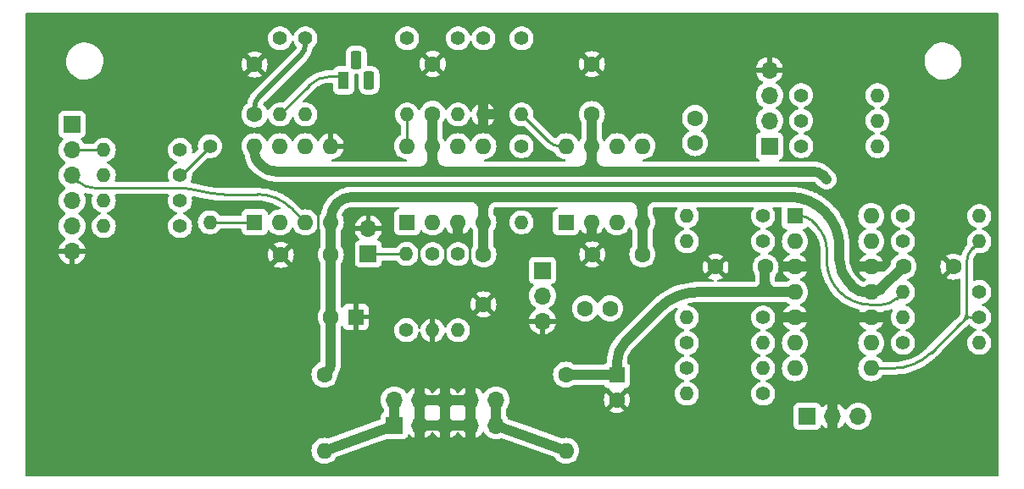
<source format=gtl>
%TF.GenerationSoftware,KiCad,Pcbnew,7.0.10*%
%TF.CreationDate,2025-10-26T16:30:34+00:00*%
%TF.ProjectId,Polivoks filter-R,506f6c69-766f-46b7-9320-66696c746572,rev?*%
%TF.SameCoordinates,Original*%
%TF.FileFunction,Copper,L1,Top*%
%TF.FilePolarity,Positive*%
%FSLAX46Y46*%
G04 Gerber Fmt 4.6, Leading zero omitted, Abs format (unit mm)*
G04 Created by KiCad (PCBNEW 7.0.10) date 2025-10-26 16:30:34*
%MOMM*%
%LPD*%
G01*
G04 APERTURE LIST*
G04 Aperture macros list*
%AMRoundRect*
0 Rectangle with rounded corners*
0 $1 Rounding radius*
0 $2 $3 $4 $5 $6 $7 $8 $9 X,Y pos of 4 corners*
0 Add a 4 corners polygon primitive as box body*
4,1,4,$2,$3,$4,$5,$6,$7,$8,$9,$2,$3,0*
0 Add four circle primitives for the rounded corners*
1,1,$1+$1,$2,$3*
1,1,$1+$1,$4,$5*
1,1,$1+$1,$6,$7*
1,1,$1+$1,$8,$9*
0 Add four rect primitives between the rounded corners*
20,1,$1+$1,$2,$3,$4,$5,0*
20,1,$1+$1,$4,$5,$6,$7,0*
20,1,$1+$1,$6,$7,$8,$9,0*
20,1,$1+$1,$8,$9,$2,$3,0*%
G04 Aperture macros list end*
%TA.AperFunction,ComponentPad*%
%ADD10R,1.600000X1.600000*%
%TD*%
%TA.AperFunction,ComponentPad*%
%ADD11O,1.600000X1.600000*%
%TD*%
%TA.AperFunction,ComponentPad*%
%ADD12C,1.600000*%
%TD*%
%TA.AperFunction,ComponentPad*%
%ADD13C,1.400000*%
%TD*%
%TA.AperFunction,ComponentPad*%
%ADD14O,1.400000X1.400000*%
%TD*%
%TA.AperFunction,ComponentPad*%
%ADD15R,1.700000X1.700000*%
%TD*%
%TA.AperFunction,ComponentPad*%
%ADD16O,1.700000X1.700000*%
%TD*%
%TA.AperFunction,ComponentPad*%
%ADD17R,1.100000X1.800000*%
%TD*%
%TA.AperFunction,ComponentPad*%
%ADD18RoundRect,0.275000X-0.275000X-0.625000X0.275000X-0.625000X0.275000X0.625000X-0.275000X0.625000X0*%
%TD*%
%TA.AperFunction,ViaPad*%
%ADD19C,1.000000*%
%TD*%
%TA.AperFunction,Conductor*%
%ADD20C,0.250000*%
%TD*%
%TA.AperFunction,Conductor*%
%ADD21C,1.000000*%
%TD*%
%TA.AperFunction,Conductor*%
%ADD22C,0.500000*%
%TD*%
G04 APERTURE END LIST*
D10*
%TO.P,U2,1,NULL*%
%TO.N,unconnected-(U2A-NULL-Pad1)*%
X135699500Y-106311700D03*
D11*
%TO.P,U2,2,-*%
%TO.N,Net-(U2A--)*%
X138239500Y-106311700D03*
%TO.P,U2,3,+*%
%TO.N,GND*%
X140779500Y-106311700D03*
%TO.P,U2,4,V-*%
%TO.N,-12V*%
X143319500Y-106311700D03*
%TO.P,U2,5,NULL*%
%TO.N,unconnected-(U2A-NULL-Pad5)*%
X143319500Y-98691700D03*
%TO.P,U2,6*%
%TO.N,/RES1*%
X140779500Y-98691700D03*
%TO.P,U2,7,V+*%
%TO.N,+12V*%
X138239500Y-98691700D03*
%TO.P,U2,8,Iset*%
%TO.N,Net-(U2A-Iset)*%
X135699500Y-98691700D03*
%TD*%
D12*
%TO.P,C6,1*%
%TO.N,-12V*%
X143319500Y-109526700D03*
%TO.P,C6,2*%
%TO.N,GND*%
X143319500Y-114526700D03*
%TD*%
D13*
%TO.P,R29,1*%
%TO.N,/MIX*%
X175056800Y-93599000D03*
D14*
%TO.P,R29,2*%
%TO.N,Net-(R28-Pad1)*%
X182676800Y-93599000D03*
%TD*%
D12*
%TO.P,C3,1*%
%TO.N,+12V*%
X120459500Y-95516700D03*
%TO.P,C3,2*%
%TO.N,GND*%
X120459500Y-90516700D03*
%TD*%
D13*
%TO.P,R17,1*%
%TO.N,Net-(U4A--)*%
X171259500Y-108216700D03*
D14*
%TO.P,R17,2*%
%TO.N,Net-(C12-Pad2)*%
X163639500Y-108216700D03*
%TD*%
D13*
%TO.P,R22,1*%
%TO.N,/MIX2*%
X192849500Y-113284000D03*
D14*
%TO.P,R22,2*%
%TO.N,Net-(R19-Pad1)*%
X185229500Y-113284000D03*
%TD*%
D10*
%TO.P,U1,1*%
%TO.N,Net-(R5-Pad1)*%
X120459500Y-106311700D03*
D11*
%TO.P,U1,2,-*%
%TO.N,Net-(U1A--)*%
X122999500Y-106311700D03*
%TO.P,U1,3,+*%
%TO.N,/CV1_B*%
X125539500Y-106311700D03*
%TO.P,U1,4,V-*%
%TO.N,-12V*%
X128079500Y-106311700D03*
%TO.P,U1,5,+*%
%TO.N,GND*%
X128079500Y-98691700D03*
%TO.P,U1,6,-*%
%TO.N,Net-(Q1-B)*%
X125539500Y-98691700D03*
%TO.P,U1,7*%
%TO.N,Net-(Q1-E)*%
X122999500Y-98691700D03*
%TO.P,U1,8,V+*%
%TO.N,+12V*%
X120459500Y-98691700D03*
%TD*%
D13*
%TO.P,R1,1*%
%TO.N,Net-(U1A--)*%
X113030000Y-99060000D03*
D14*
%TO.P,R1,2*%
%TO.N,/CV1_A*%
X105410000Y-99060000D03*
%TD*%
D13*
%TO.P,R3,1*%
%TO.N,Net-(Q1-B)*%
X113030000Y-106680000D03*
D14*
%TO.P,R3,2*%
%TO.N,/CV2*%
X105410000Y-106680000D03*
%TD*%
D13*
%TO.P,R27,1*%
%TO.N,Net-(U4D--)*%
X185229500Y-108216700D03*
D14*
%TO.P,R27,2*%
%TO.N,Net-(R26-Pad1)*%
X192849500Y-108216700D03*
%TD*%
D15*
%TO.P,J12,1,Pin_1*%
%TO.N,/AUDIO_IN*%
X131826000Y-109479000D03*
D16*
%TO.P,J12,2,Pin_2*%
%TO.N,GND*%
X131826000Y-106939000D03*
%TD*%
D15*
%TO.P,J13,1,Pin_1*%
%TO.N,/MIX1*%
X175666400Y-125704600D03*
D16*
%TO.P,J13,2,Pin_2*%
%TO.N,GND*%
X178206400Y-125704600D03*
%TO.P,J13,3,Pin_3*%
%TO.N,/MIX2*%
X180746400Y-125704600D03*
%TD*%
D13*
%TO.P,R23,1*%
%TO.N,/LPO*%
X175056800Y-96139000D03*
D14*
%TO.P,R23,2*%
%TO.N,Net-(R19-Pad1)*%
X182676800Y-96139000D03*
%TD*%
D10*
%TO.P,C1,1*%
%TO.N,GND*%
X130581400Y-115773200D03*
D12*
%TO.P,C1,2*%
%TO.N,-12V*%
X128081400Y-115773200D03*
%TD*%
D10*
%TO.P,C2,1*%
%TO.N,+12V*%
X156654500Y-121591700D03*
D12*
%TO.P,C2,2*%
%TO.N,GND*%
X156654500Y-124091700D03*
%TD*%
D13*
%TO.P,R21,1*%
%TO.N,/MIX1*%
X163639500Y-120916700D03*
D14*
%TO.P,R21,2*%
%TO.N,Net-(R18-Pad1)*%
X171259500Y-120916700D03*
%TD*%
D13*
%TO.P,R6,1*%
%TO.N,Net-(Q1-B)*%
X116014500Y-98691700D03*
D14*
%TO.P,R6,2*%
%TO.N,Net-(R5-Pad1)*%
X116014500Y-106311700D03*
%TD*%
D12*
%TO.P,C7,1*%
%TO.N,+12V*%
X154152600Y-95478600D03*
%TO.P,C7,2*%
%TO.N,GND*%
X154152600Y-90478600D03*
%TD*%
D13*
%TO.P,R26,1*%
%TO.N,Net-(R26-Pad1)*%
X192849500Y-115824000D03*
D14*
%TO.P,R26,2*%
%TO.N,Net-(U4C--)*%
X185229500Y-115824000D03*
%TD*%
D13*
%TO.P,R24,1*%
%TO.N,Net-(U4C--)*%
X171259500Y-123456700D03*
D14*
%TO.P,R24,2*%
%TO.N,/MIX1*%
X163639500Y-123456700D03*
%TD*%
D12*
%TO.P,C4,1*%
%TO.N,-12V*%
X128079500Y-109566700D03*
%TO.P,C4,2*%
%TO.N,GND*%
X123079500Y-109566700D03*
%TD*%
%TO.P,C8,1*%
%TO.N,-12V*%
X159194500Y-109526700D03*
%TO.P,C8,2*%
%TO.N,GND*%
X154194500Y-109526700D03*
%TD*%
%TO.P,FB1,1*%
%TO.N,-12V*%
X127444500Y-121551700D03*
D11*
%TO.P,FB1,2*%
%TO.N,Net-(J3-Pin_1)*%
X127444500Y-129171700D03*
%TD*%
D13*
%TO.P,R25,1*%
%TO.N,Net-(U4C--)*%
X185229500Y-118364000D03*
D14*
%TO.P,R25,2*%
%TO.N,/MIX2*%
X192849500Y-118364000D03*
%TD*%
D13*
%TO.P,R9,1*%
%TO.N,Net-(U2A--)*%
X140779500Y-109486700D03*
D14*
%TO.P,R9,2*%
%TO.N,/RES2*%
X140779500Y-117106700D03*
%TD*%
D12*
%TO.P,C12,1*%
%TO.N,Net-(C12-Pad1)*%
X164465000Y-95885000D03*
%TO.P,C12,2*%
%TO.N,Net-(C12-Pad2)*%
X164465000Y-98385000D03*
%TD*%
D13*
%TO.P,R16,1*%
%TO.N,Net-(U4B--)*%
X171259500Y-115836700D03*
D14*
%TO.P,R16,2*%
%TO.N,Net-(C11-Pad2)*%
X163639500Y-115836700D03*
%TD*%
D13*
%TO.P,R28,1*%
%TO.N,Net-(R28-Pad1)*%
X185229500Y-105676700D03*
D14*
%TO.P,R28,2*%
%TO.N,Net-(U4D--)*%
X192849500Y-105676700D03*
%TD*%
D13*
%TO.P,R12,1*%
%TO.N,Net-(Q1-C)*%
X135699500Y-87896700D03*
D14*
%TO.P,R12,2*%
%TO.N,Net-(U2A-Iset)*%
X135699500Y-95516700D03*
%TD*%
D12*
%TO.P,C5,1*%
%TO.N,+12V*%
X138252200Y-95464000D03*
%TO.P,C5,2*%
%TO.N,GND*%
X138252200Y-90464000D03*
%TD*%
D13*
%TO.P,R5,1*%
%TO.N,Net-(R5-Pad1)*%
X113030000Y-104140000D03*
D14*
%TO.P,R5,2*%
%TO.N,Net-(U1A--)*%
X105410000Y-104140000D03*
%TD*%
D13*
%TO.P,R15,1*%
%TO.N,Net-(Q1-C)*%
X147129500Y-87896700D03*
D14*
%TO.P,R15,2*%
%TO.N,Net-(U3A-Iset)*%
X147129500Y-95516700D03*
%TD*%
D13*
%TO.P,R18,1*%
%TO.N,Net-(R18-Pad1)*%
X163639500Y-118376700D03*
D14*
%TO.P,R18,2*%
%TO.N,Net-(U4B--)*%
X171259500Y-118376700D03*
%TD*%
D12*
%TO.P,FB2,1*%
%TO.N,+12V*%
X151574500Y-121551700D03*
D11*
%TO.P,FB2,2*%
%TO.N,Net-(J3-Pin_10)*%
X151574500Y-129171700D03*
%TD*%
D13*
%TO.P,R20,1*%
%TO.N,/BPO*%
X175069500Y-98691700D03*
D14*
%TO.P,R20,2*%
%TO.N,Net-(R18-Pad1)*%
X182689500Y-98691700D03*
%TD*%
D12*
%TO.P,C10,1*%
%TO.N,-12V*%
X185269500Y-110744000D03*
%TO.P,C10,2*%
%TO.N,GND*%
X190269500Y-110744000D03*
%TD*%
D13*
%TO.P,R14,1*%
%TO.N,Net-(U3A-+)*%
X143319500Y-87896700D03*
D14*
%TO.P,R14,2*%
%TO.N,GND*%
X143319500Y-95516700D03*
%TD*%
D15*
%TO.P,J4,1,Pin_1*%
%TO.N,/BPO*%
X171894500Y-98681700D03*
D16*
%TO.P,J4,2,Pin_2*%
%TO.N,/LPO*%
X171894500Y-96141700D03*
%TO.P,J4,3,Pin_3*%
%TO.N,/MIX*%
X171894500Y-93601700D03*
%TO.P,J4,4,Pin_4*%
%TO.N,GND*%
X171894500Y-91061700D03*
%TD*%
D13*
%TO.P,R8,1*%
%TO.N,Net-(Q1-B)*%
X122999500Y-87896700D03*
D14*
%TO.P,R8,2*%
%TO.N,Net-(Q1-E)*%
X122999500Y-95516700D03*
%TD*%
D13*
%TO.P,R10,1*%
%TO.N,Net-(C12-Pad1)*%
X147129500Y-98691700D03*
D14*
%TO.P,R10,2*%
%TO.N,Net-(U2A--)*%
X147129500Y-106311700D03*
%TD*%
D13*
%TO.P,R11,1*%
%TO.N,Net-(U2A--)*%
X138239500Y-109486700D03*
D14*
%TO.P,R11,2*%
%TO.N,GND*%
X138239500Y-117106700D03*
%TD*%
D13*
%TO.P,R4,1*%
%TO.N,Net-(U2A--)*%
X135636000Y-117094000D03*
D14*
%TO.P,R4,2*%
%TO.N,/AUDIO_IN*%
X135636000Y-109474000D03*
%TD*%
D10*
%TO.P,U4,1*%
%TO.N,Net-(R19-Pad1)*%
X174434500Y-105676700D03*
D11*
%TO.P,U4,2,-*%
%TO.N,Net-(U4A--)*%
X174434500Y-108216700D03*
%TO.P,U4,3,+*%
%TO.N,GND*%
X174434500Y-110756700D03*
%TO.P,U4,4,V+*%
%TO.N,+12V*%
X174434500Y-113296700D03*
%TO.P,U4,5,+*%
%TO.N,GND*%
X174434500Y-115836700D03*
%TO.P,U4,6,-*%
%TO.N,Net-(U4B--)*%
X174434500Y-118376700D03*
%TO.P,U4,7*%
%TO.N,Net-(R18-Pad1)*%
X174434500Y-120916700D03*
%TO.P,U4,8*%
%TO.N,Net-(R26-Pad1)*%
X182054500Y-120916700D03*
%TO.P,U4,9,-*%
%TO.N,Net-(U4C--)*%
X182054500Y-118376700D03*
%TO.P,U4,10,+*%
%TO.N,GND*%
X182054500Y-115836700D03*
%TO.P,U4,11,V-*%
%TO.N,-12V*%
X182054500Y-113296700D03*
%TO.P,U4,12,+*%
%TO.N,GND*%
X182054500Y-110756700D03*
%TO.P,U4,13,-*%
%TO.N,Net-(U4D--)*%
X182054500Y-108216700D03*
%TO.P,U4,14*%
%TO.N,Net-(R28-Pad1)*%
X182054500Y-105676700D03*
%TD*%
D15*
%TO.P,J2,1,Pin_1*%
%TO.N,/RES1*%
X149225000Y-111125000D03*
D16*
%TO.P,J2,2,Pin_2*%
%TO.N,/RES2*%
X149225000Y-113665000D03*
%TO.P,J2,3,Pin_3*%
%TO.N,GND*%
X149225000Y-116205000D03*
%TD*%
D10*
%TO.P,U3,1,NULL*%
%TO.N,unconnected-(U3A-NULL-Pad1)*%
X151574500Y-106311700D03*
D11*
%TO.P,U3,2,-*%
%TO.N,GND*%
X154114500Y-106311700D03*
%TO.P,U3,3,+*%
%TO.N,Net-(U3A-+)*%
X156654500Y-106311700D03*
%TO.P,U3,4,V-*%
%TO.N,-12V*%
X159194500Y-106311700D03*
%TO.P,U3,5,NULL*%
%TO.N,unconnected-(U3A-NULL-Pad5)*%
X159194500Y-98691700D03*
%TO.P,U3,6*%
%TO.N,Net-(C12-Pad1)*%
X156654500Y-98691700D03*
%TO.P,U3,7,V+*%
%TO.N,+12V*%
X154114500Y-98691700D03*
%TO.P,U3,8,Iset*%
%TO.N,Net-(U3A-Iset)*%
X151574500Y-98691700D03*
%TD*%
D17*
%TO.P,Q1,1,E*%
%TO.N,Net-(Q1-E)*%
X129349500Y-92106700D03*
D18*
%TO.P,Q1,2,B*%
%TO.N,Net-(Q1-B)*%
X130619500Y-90036700D03*
%TO.P,Q1,3,C*%
%TO.N,Net-(Q1-C)*%
X131889500Y-92106700D03*
%TD*%
D15*
%TO.P,J1,1,Pin_1*%
%TO.N,+12V*%
X102235000Y-96520000D03*
D16*
%TO.P,J1,2,Pin_2*%
%TO.N,/CV1_A*%
X102235000Y-99060000D03*
%TO.P,J1,3,Pin_3*%
%TO.N,/CV1_B*%
X102235000Y-101600000D03*
%TO.P,J1,4,Pin_4*%
%TO.N,/FRQ*%
X102235000Y-104140000D03*
%TO.P,J1,5,Pin_5*%
%TO.N,/CV2*%
X102235000Y-106680000D03*
%TO.P,J1,6,Pin_6*%
%TO.N,GND*%
X102235000Y-109220000D03*
%TD*%
D12*
%TO.P,C9,1*%
%TO.N,+12V*%
X171500800Y-110769400D03*
%TO.P,C9,2*%
%TO.N,GND*%
X166500800Y-110769400D03*
%TD*%
%TO.P,C11,1*%
%TO.N,/RES1*%
X153479500Y-114935000D03*
%TO.P,C11,2*%
%TO.N,Net-(C11-Pad2)*%
X155979500Y-114935000D03*
%TD*%
D13*
%TO.P,R7,1*%
%TO.N,+12V*%
X125539500Y-87896700D03*
D14*
%TO.P,R7,2*%
%TO.N,Net-(Q1-B)*%
X125539500Y-95516700D03*
%TD*%
D13*
%TO.P,R19,1*%
%TO.N,Net-(R19-Pad1)*%
X171259500Y-105676700D03*
D14*
%TO.P,R19,2*%
%TO.N,Net-(U4A--)*%
X163639500Y-105676700D03*
%TD*%
D13*
%TO.P,R2,1*%
%TO.N,Net-(Q1-B)*%
X113030000Y-101600000D03*
D14*
%TO.P,R2,2*%
%TO.N,/FRQ*%
X105410000Y-101600000D03*
%TD*%
D15*
%TO.P,J3,1,Pin_1*%
%TO.N,Net-(J3-Pin_1)*%
X134429500Y-126631700D03*
D16*
%TO.P,J3,2,Pin_2*%
X134429500Y-124091700D03*
%TO.P,J3,3,Pin_3*%
%TO.N,GND*%
X136969500Y-126631700D03*
%TO.P,J3,4,Pin_4*%
X136969500Y-124091700D03*
%TO.P,J3,5,Pin_5*%
X139509500Y-126631700D03*
%TO.P,J3,6,Pin_6*%
X139509500Y-124091700D03*
%TO.P,J3,7,Pin_7*%
X142049500Y-126631700D03*
%TO.P,J3,8,Pin_8*%
X142049500Y-124091700D03*
%TO.P,J3,9,Pin_9*%
%TO.N,Net-(J3-Pin_10)*%
X144589500Y-126631700D03*
%TO.P,J3,10,Pin_10*%
X144589500Y-124091700D03*
%TD*%
D13*
%TO.P,R13,1*%
%TO.N,Net-(U3A-+)*%
X140779500Y-87896700D03*
D14*
%TO.P,R13,2*%
%TO.N,/RES1*%
X140779500Y-95516700D03*
%TD*%
D19*
%TO.N,+12V*%
X177596800Y-102006400D03*
%TD*%
D20*
%TO.N,GND*%
X139496800Y-110617000D02*
X139496800Y-108077000D01*
X126822200Y-107645200D02*
X126822200Y-105105200D01*
X141960600Y-110617000D02*
X141960600Y-108077000D01*
X136906000Y-110617000D02*
X136906000Y-108077000D01*
D21*
%TO.N,-12V*%
X127762950Y-121233250D02*
X127444500Y-121551700D01*
X128081400Y-115773200D02*
X128081400Y-120464443D01*
X128081400Y-115773200D02*
X128081400Y-109569943D01*
X179838350Y-112350550D02*
X180335487Y-112847687D01*
X182385650Y-113296700D02*
X181723350Y-113296700D01*
X142049500Y-103771700D02*
X144589500Y-103771700D01*
X182950958Y-113062541D02*
X185269500Y-110744000D01*
X178892200Y-108779839D02*
X178892200Y-110066341D01*
X142049500Y-103771700D02*
X130247525Y-103771700D01*
X181419500Y-113296700D02*
X181723350Y-113296700D01*
X159194500Y-106311700D02*
X159194500Y-109526700D01*
X143319500Y-105041700D02*
X143319500Y-106311700D01*
X160464500Y-103771700D02*
X173884060Y-103771700D01*
X157924500Y-103771700D02*
X160464500Y-103771700D01*
X128079500Y-105939725D02*
X128079500Y-109565356D01*
X143319500Y-106311700D02*
X143319500Y-109526700D01*
X144589500Y-103771700D02*
X157924500Y-103771700D01*
X159194500Y-106311700D02*
X159194500Y-105041700D01*
X178892183Y-108779839D02*
G75*
G03*
X177425349Y-105238551I-5008083J39D01*
G01*
X144589500Y-103771700D02*
G75*
G03*
X143319500Y-105041700I0J-1270000D01*
G01*
X182385650Y-113296724D02*
G75*
G03*
X182950957Y-113062540I-50J799524D01*
G01*
X130247525Y-103771711D02*
G75*
G03*
X128714500Y-104406700I-25J-2167989D01*
G01*
X180335492Y-112847682D02*
G75*
G03*
X181419500Y-113296700I1084008J1083982D01*
G01*
X177425361Y-105238539D02*
G75*
G03*
X173884060Y-103771700I-3541261J-3541261D01*
G01*
X178892183Y-110066341D02*
G75*
G03*
X179838350Y-112350550I3230417J41D01*
G01*
X160464500Y-103771700D02*
G75*
G03*
X159194500Y-105041700I0J-1270000D01*
G01*
X128081381Y-109569943D02*
G75*
G03*
X128080449Y-109567651I-3181J43D01*
G01*
X159194500Y-105041700D02*
G75*
G03*
X157924500Y-103771700I-1270000J0D01*
G01*
X128714492Y-104406692D02*
G75*
G03*
X128079500Y-105939725I1533008J-1533008D01*
G01*
X127762937Y-121233237D02*
G75*
G03*
X128081400Y-120464443I-768837J768837D01*
G01*
X128079519Y-109565356D02*
G75*
G03*
X128080451Y-109567649I3181J-44D01*
G01*
X143319500Y-105041700D02*
G75*
G03*
X142049500Y-103771700I-1270000J0D01*
G01*
%TO.N,+12V*%
X122627525Y-101231700D02*
X136969500Y-101231700D01*
X164750463Y-113296700D02*
X170364150Y-113296700D01*
X172535850Y-113296700D02*
X170364150Y-113296700D01*
X138239500Y-98691700D02*
X138239500Y-99961700D01*
X120459500Y-99326700D02*
X120459500Y-98691700D01*
X156586215Y-121551700D02*
X151574500Y-121551700D01*
D22*
X120926473Y-93728926D02*
X125108447Y-89546952D01*
D21*
X156654500Y-121563415D02*
X156654500Y-120365200D01*
X138239500Y-98691700D02*
X138239500Y-95476700D01*
X152844500Y-101231700D02*
X139509500Y-101231700D01*
X154114500Y-99961700D02*
X154114500Y-98691700D01*
X171450000Y-112210850D02*
X171450000Y-111125000D01*
X155384500Y-101231700D02*
X176274304Y-101231700D01*
X120908512Y-100410712D02*
X121094500Y-100596700D01*
D22*
X120459500Y-94856300D02*
X120459500Y-95516700D01*
X125539500Y-88506300D02*
X125539500Y-87896700D01*
D21*
X172535850Y-113296700D02*
X174434500Y-113296700D01*
X155384500Y-101231700D02*
X152844500Y-101231700D01*
X160902707Y-114890492D02*
X157521766Y-118271433D01*
X154114500Y-98691700D02*
X154114500Y-95516700D01*
X177596800Y-102006400D02*
X177209450Y-101619050D01*
X139509500Y-101231700D02*
X136969500Y-101231700D01*
X138239500Y-99961700D02*
G75*
G03*
X139509500Y-101231700I1270000J0D01*
G01*
X152844500Y-101231700D02*
G75*
G03*
X154114500Y-99961700I0J1270000D01*
G01*
X170364150Y-113296700D02*
G75*
G03*
X171450000Y-112210850I-50J1085900D01*
G01*
X156634495Y-121571705D02*
G75*
G03*
X156586215Y-121551700I-48295J-48295D01*
G01*
D22*
X120926483Y-93728936D02*
G75*
G03*
X120459500Y-94856300I1127317J-1127364D01*
G01*
X125108447Y-89546952D02*
G75*
G03*
X125539500Y-88506300I-1040647J1040652D01*
G01*
D21*
X157521773Y-118271440D02*
G75*
G03*
X156654500Y-120365200I2093727J-2093760D01*
G01*
X121094492Y-100596708D02*
G75*
G03*
X122627525Y-101231700I1533008J1533008D01*
G01*
X171450000Y-112210850D02*
G75*
G03*
X172535850Y-113296700I1085900J50D01*
G01*
X154114500Y-99961700D02*
G75*
G03*
X155384500Y-101231700I1270000J0D01*
G01*
X164750463Y-113296660D02*
G75*
G03*
X160902708Y-114890493I37J-5441540D01*
G01*
X120459493Y-99326700D02*
G75*
G03*
X120908512Y-100410712I1533007J0D01*
G01*
X177209449Y-101619051D02*
G75*
G03*
X176274304Y-101231700I-935149J-935149D01*
G01*
X156634527Y-121571673D02*
G75*
G03*
X156654500Y-121563415I8273J8273D01*
G01*
X136969500Y-101231700D02*
G75*
G03*
X138239500Y-99961700I0J1270000D01*
G01*
%TO.N,Net-(J3-Pin_1)*%
X134429500Y-126631700D02*
X127444500Y-129171700D01*
X134429500Y-126631700D02*
X134429500Y-124091700D01*
%TO.N,Net-(J3-Pin_10)*%
X144589500Y-126631700D02*
X151574500Y-129171700D01*
X144589500Y-126631700D02*
X144589500Y-124091700D01*
D20*
%TO.N,/CV1_A*%
X102235000Y-99060000D02*
X105410000Y-99060000D01*
%TO.N,/CV1_B*%
X104403025Y-102870000D02*
X112619769Y-102870000D01*
X102870000Y-102235000D02*
X102235000Y-101600000D01*
X124136150Y-104908350D02*
X125539500Y-106311700D01*
X117428030Y-103505000D02*
X120748163Y-103505000D01*
X115023902Y-103187491D02*
G75*
G03*
X112619769Y-102870000I-2404102J-8943409D01*
G01*
X124136161Y-104908339D02*
G75*
G03*
X120748163Y-103505000I-3387961J-3387961D01*
G01*
X102869992Y-102235008D02*
G75*
G03*
X104403025Y-102870000I1533008J1533008D01*
G01*
X115023897Y-103187512D02*
G75*
G03*
X117428030Y-103505000I2404103J8943512D01*
G01*
%TO.N,/AUDIO_IN*%
X135627464Y-109479000D02*
X131826000Y-109479000D01*
X135633500Y-109476500D02*
X135636000Y-109474000D01*
X135627464Y-109478985D02*
G75*
G03*
X135633500Y-109476500I36J8485D01*
G01*
%TO.N,Net-(Q1-E)*%
X128079500Y-91706700D02*
X129349500Y-91706700D01*
X125911474Y-92604725D02*
X122999500Y-95516700D01*
X128079500Y-91706685D02*
G75*
G03*
X125911475Y-92604726I0J-3066015D01*
G01*
%TO.N,Net-(Q1-B)*%
X113068100Y-101600000D02*
X113030000Y-101600000D01*
X113133140Y-101573059D02*
X116014500Y-98691700D01*
X113068100Y-101599993D02*
G75*
G03*
X113133139Y-101573058I0J91993D01*
G01*
%TO.N,Net-(R5-Pad1)*%
X116014500Y-106311700D02*
X120459500Y-106311700D01*
%TO.N,Net-(U2A-Iset)*%
X135699500Y-95516700D02*
X135699500Y-98691700D01*
%TO.N,Net-(U3A-Iset)*%
X150939500Y-98691700D02*
X151574500Y-98691700D01*
X149855487Y-98242687D02*
X147129500Y-95516700D01*
X149855492Y-98242682D02*
G75*
G03*
X150939500Y-98691700I1084008J1083982D01*
G01*
%TO.N,Net-(R19-Pad1)*%
X176033181Y-106094281D02*
X176618900Y-106680000D01*
X184588150Y-113925350D02*
X185229500Y-113284000D01*
X177622200Y-110165608D02*
X177622200Y-109102180D01*
X175025050Y-105676700D02*
X174434500Y-105676700D01*
X182023291Y-114566700D02*
X183039794Y-114566700D01*
X176033203Y-106094259D02*
G75*
G03*
X175025050Y-105676700I-1008103J-1008141D01*
G01*
X177622197Y-110165608D02*
G75*
G03*
X178911250Y-113277650I4401103J8D01*
G01*
X177622208Y-109102180D02*
G75*
G03*
X176618900Y-106680000I-3425508J-20D01*
G01*
X183039794Y-114566697D02*
G75*
G03*
X184588150Y-113925350I6J2189697D01*
G01*
X178911252Y-113277648D02*
G75*
G03*
X182023291Y-114566700I3112048J3112048D01*
G01*
%TO.N,Net-(R26-Pad1)*%
X188053854Y-119349645D02*
X190960375Y-116443125D01*
X184270650Y-120916700D02*
X182054500Y-120916700D01*
X191871358Y-115824000D02*
X192849500Y-115824000D01*
X191373125Y-116030375D02*
X190960375Y-116443125D01*
X192214500Y-108851700D02*
X192849500Y-108216700D01*
X191579500Y-110384725D02*
X191579500Y-115532141D01*
X191871358Y-115823969D02*
G75*
G03*
X191373126Y-116030376I42J-704631D01*
G01*
X191373102Y-116030352D02*
G75*
G03*
X191579500Y-115532141I-498202J498252D01*
G01*
X192214492Y-108851692D02*
G75*
G03*
X191579500Y-110384725I1533008J-1533008D01*
G01*
X184270650Y-120916722D02*
G75*
G03*
X188053853Y-119349644I-50J5350322D01*
G01*
X191579500Y-115532141D02*
G75*
G03*
X191871358Y-115824000I291900J41D01*
G01*
%TD*%
%TA.AperFunction,Conductor*%
%TO.N,GND*%
G36*
X194697039Y-85376885D02*
G01*
X194742794Y-85429689D01*
X194754000Y-85481200D01*
X194754000Y-131587200D01*
X194734315Y-131654239D01*
X194681511Y-131699994D01*
X194630000Y-131711200D01*
X97733473Y-131711200D01*
X97666434Y-131691515D01*
X97620679Y-131638711D01*
X97609473Y-131587227D01*
X97609090Y-129813852D01*
X97608951Y-129171701D01*
X126139032Y-129171701D01*
X126158864Y-129398386D01*
X126158866Y-129398397D01*
X126217758Y-129618188D01*
X126217761Y-129618197D01*
X126313931Y-129824432D01*
X126313932Y-129824434D01*
X126444454Y-130010841D01*
X126605358Y-130171745D01*
X126605361Y-130171747D01*
X126791766Y-130302268D01*
X126998004Y-130398439D01*
X127217808Y-130457335D01*
X127379730Y-130471501D01*
X127444498Y-130477168D01*
X127444500Y-130477168D01*
X127444502Y-130477168D01*
X127501173Y-130472209D01*
X127671192Y-130457335D01*
X127890996Y-130398439D01*
X128097234Y-130302268D01*
X128283639Y-130171747D01*
X128444547Y-130010839D01*
X128551931Y-129857475D01*
X128606504Y-129813852D01*
X128611083Y-129812083D01*
X133122266Y-128171653D01*
X133622733Y-127989665D01*
X133665109Y-127982199D01*
X135327371Y-127982199D01*
X135327372Y-127982199D01*
X135386983Y-127975791D01*
X135521831Y-127925496D01*
X135637046Y-127839246D01*
X135723296Y-127724031D01*
X135772502Y-127592101D01*
X135814372Y-127536168D01*
X135879837Y-127511750D01*
X135948110Y-127526601D01*
X135976365Y-127547753D01*
X136098417Y-127669805D01*
X136291922Y-127805300D01*
X136291924Y-127805301D01*
X136469499Y-127888105D01*
X136469500Y-127888105D01*
X136469500Y-126703589D01*
X136510007Y-126841544D01*
X136587739Y-126962498D01*
X136696400Y-127056652D01*
X136827185Y-127116380D01*
X136933737Y-127131700D01*
X137005263Y-127131700D01*
X137469500Y-127131700D01*
X137469500Y-127888105D01*
X137647075Y-127805301D01*
X137647077Y-127805300D01*
X137840582Y-127669805D01*
X138007605Y-127502782D01*
X138137925Y-127316668D01*
X138192502Y-127273044D01*
X138262001Y-127265851D01*
X138324355Y-127297373D01*
X138341075Y-127316668D01*
X138471394Y-127502782D01*
X138638417Y-127669805D01*
X138831922Y-127805300D01*
X138831924Y-127805301D01*
X139009499Y-127888105D01*
X139009500Y-127888105D01*
X139009500Y-127131700D01*
X137469500Y-127131700D01*
X137005263Y-127131700D01*
X137111815Y-127116380D01*
X137242600Y-127056652D01*
X137351261Y-126962498D01*
X137428993Y-126841544D01*
X137469500Y-126703589D01*
X139009500Y-126703589D01*
X139050007Y-126841544D01*
X139127739Y-126962498D01*
X139236400Y-127056652D01*
X139367185Y-127116380D01*
X139473737Y-127131700D01*
X139545263Y-127131700D01*
X140009500Y-127131700D01*
X140009500Y-127888105D01*
X140187075Y-127805301D01*
X140187077Y-127805300D01*
X140380582Y-127669805D01*
X140547605Y-127502782D01*
X140677925Y-127316668D01*
X140732502Y-127273044D01*
X140802001Y-127265851D01*
X140864355Y-127297373D01*
X140881075Y-127316668D01*
X141011394Y-127502782D01*
X141178417Y-127669805D01*
X141371922Y-127805300D01*
X141371924Y-127805301D01*
X141549499Y-127888105D01*
X141549500Y-127888105D01*
X141549500Y-127131700D01*
X140009500Y-127131700D01*
X139545263Y-127131700D01*
X139651815Y-127116380D01*
X139782600Y-127056652D01*
X139891261Y-126962498D01*
X139968993Y-126841544D01*
X140009500Y-126703589D01*
X141549500Y-126703589D01*
X141590007Y-126841544D01*
X141667739Y-126962498D01*
X141776400Y-127056652D01*
X141907185Y-127116380D01*
X142013737Y-127131700D01*
X142085263Y-127131700D01*
X142191815Y-127116380D01*
X142322600Y-127056652D01*
X142431261Y-126962498D01*
X142508993Y-126841544D01*
X142549500Y-126703589D01*
X142549500Y-127888105D01*
X142727075Y-127805301D01*
X142727077Y-127805300D01*
X142920582Y-127669805D01*
X143087605Y-127502782D01*
X143217619Y-127317105D01*
X143272196Y-127273481D01*
X143341695Y-127266288D01*
X143404049Y-127297810D01*
X143420769Y-127317105D01*
X143551005Y-127503101D01*
X143718099Y-127670195D01*
X143814884Y-127737965D01*
X143911665Y-127805732D01*
X143911667Y-127805733D01*
X143911670Y-127805735D01*
X144125837Y-127905603D01*
X144354092Y-127966763D01*
X144542418Y-127983239D01*
X144589499Y-127987359D01*
X144589500Y-127987359D01*
X144589501Y-127987359D01*
X144628734Y-127983926D01*
X144824908Y-127966763D01*
X145053163Y-127905603D01*
X145055672Y-127904432D01*
X145056884Y-127904248D01*
X145058254Y-127903750D01*
X145058354Y-127904025D01*
X145124747Y-127893938D01*
X145150456Y-127900279D01*
X146309088Y-128321599D01*
X150407870Y-129812066D01*
X150464145Y-129853474D01*
X150467068Y-129857476D01*
X150574454Y-130010841D01*
X150735358Y-130171745D01*
X150735361Y-130171747D01*
X150921766Y-130302268D01*
X151128004Y-130398439D01*
X151347808Y-130457335D01*
X151509730Y-130471501D01*
X151574498Y-130477168D01*
X151574500Y-130477168D01*
X151574502Y-130477168D01*
X151631173Y-130472209D01*
X151801192Y-130457335D01*
X152020996Y-130398439D01*
X152227234Y-130302268D01*
X152413639Y-130171747D01*
X152574547Y-130010839D01*
X152705068Y-129824434D01*
X152801239Y-129618196D01*
X152860135Y-129398392D01*
X152879968Y-129171700D01*
X152860135Y-128945008D01*
X152801239Y-128725204D01*
X152705068Y-128518966D01*
X152574547Y-128332561D01*
X152574545Y-128332558D01*
X152413641Y-128171654D01*
X152227234Y-128041132D01*
X152227232Y-128041131D01*
X152020997Y-127944961D01*
X152020988Y-127944958D01*
X151801197Y-127886066D01*
X151801193Y-127886065D01*
X151801192Y-127886065D01*
X151801191Y-127886064D01*
X151801186Y-127886064D01*
X151574502Y-127866232D01*
X151574498Y-127866232D01*
X151347813Y-127886064D01*
X151347802Y-127886066D01*
X151166094Y-127934754D01*
X151096244Y-127933091D01*
X151091625Y-127931513D01*
X147436757Y-126602470D01*
X174315900Y-126602470D01*
X174315901Y-126602476D01*
X174322308Y-126662083D01*
X174372602Y-126796928D01*
X174372606Y-126796935D01*
X174458852Y-126912144D01*
X174458855Y-126912147D01*
X174574064Y-126998393D01*
X174574071Y-126998397D01*
X174708917Y-127048691D01*
X174708916Y-127048691D01*
X174715844Y-127049435D01*
X174768527Y-127055100D01*
X176564272Y-127055099D01*
X176623883Y-127048691D01*
X176758731Y-126998396D01*
X176873946Y-126912146D01*
X176960196Y-126796931D01*
X177009402Y-126665001D01*
X177051272Y-126609068D01*
X177116737Y-126584650D01*
X177185010Y-126599501D01*
X177213265Y-126620653D01*
X177335317Y-126742705D01*
X177528822Y-126878200D01*
X177528824Y-126878201D01*
X177706399Y-126961005D01*
X177706400Y-126961005D01*
X177706400Y-125776489D01*
X177746907Y-125914444D01*
X177824639Y-126035398D01*
X177933300Y-126129552D01*
X178064085Y-126189280D01*
X178170637Y-126204600D01*
X178242163Y-126204600D01*
X178348715Y-126189280D01*
X178479500Y-126129552D01*
X178588161Y-126035398D01*
X178665893Y-125914444D01*
X178706400Y-125776489D01*
X178706400Y-126961005D01*
X178883975Y-126878201D01*
X178883977Y-126878200D01*
X179077482Y-126742705D01*
X179244505Y-126575682D01*
X179374519Y-126390005D01*
X179429096Y-126346381D01*
X179498595Y-126339188D01*
X179560949Y-126370710D01*
X179577669Y-126390005D01*
X179707905Y-126576001D01*
X179874999Y-126743095D01*
X179971784Y-126810865D01*
X180068565Y-126878632D01*
X180068567Y-126878633D01*
X180068570Y-126878635D01*
X180282737Y-126978503D01*
X180510992Y-127039663D01*
X180687434Y-127055100D01*
X180746399Y-127060259D01*
X180746400Y-127060259D01*
X180746401Y-127060259D01*
X180805366Y-127055100D01*
X180981808Y-127039663D01*
X181210063Y-126978503D01*
X181424230Y-126878635D01*
X181617801Y-126743095D01*
X181784895Y-126576001D01*
X181920435Y-126382430D01*
X182020303Y-126168263D01*
X182081463Y-125940008D01*
X182102059Y-125704600D01*
X182081463Y-125469192D01*
X182020303Y-125240937D01*
X181920435Y-125026771D01*
X181919966Y-125026100D01*
X181784894Y-124833197D01*
X181617802Y-124666106D01*
X181617795Y-124666101D01*
X181424234Y-124530567D01*
X181424230Y-124530565D01*
X181424228Y-124530564D01*
X181210063Y-124430697D01*
X181210059Y-124430696D01*
X181210055Y-124430694D01*
X180981813Y-124369538D01*
X180981803Y-124369536D01*
X180746401Y-124348941D01*
X180746399Y-124348941D01*
X180510996Y-124369536D01*
X180510986Y-124369538D01*
X180282744Y-124430694D01*
X180282735Y-124430698D01*
X180068571Y-124530564D01*
X180068569Y-124530565D01*
X179874997Y-124666105D01*
X179707908Y-124833194D01*
X179577669Y-125019195D01*
X179523092Y-125062819D01*
X179453593Y-125070012D01*
X179391239Y-125038490D01*
X179374519Y-125019194D01*
X179244513Y-124833526D01*
X179244508Y-124833520D01*
X179077482Y-124666494D01*
X178883976Y-124530998D01*
X178706400Y-124448193D01*
X178706400Y-125632711D01*
X178665893Y-125494756D01*
X178588161Y-125373802D01*
X178479500Y-125279648D01*
X178348715Y-125219920D01*
X178242163Y-125204600D01*
X178170637Y-125204600D01*
X178064085Y-125219920D01*
X177933300Y-125279648D01*
X177824639Y-125373802D01*
X177746907Y-125494756D01*
X177706400Y-125632711D01*
X177706400Y-124448193D01*
X177706399Y-124448193D01*
X177528822Y-124530999D01*
X177528820Y-124531000D01*
X177335326Y-124666486D01*
X177213265Y-124788547D01*
X177151942Y-124822031D01*
X177082250Y-124817047D01*
X177026317Y-124775175D01*
X177009402Y-124744198D01*
X176960197Y-124612271D01*
X176960193Y-124612264D01*
X176873947Y-124497055D01*
X176873944Y-124497052D01*
X176758735Y-124410806D01*
X176758728Y-124410802D01*
X176623882Y-124360508D01*
X176623883Y-124360508D01*
X176564283Y-124354101D01*
X176564281Y-124354100D01*
X176564273Y-124354100D01*
X176564264Y-124354100D01*
X174768529Y-124354100D01*
X174768523Y-124354101D01*
X174708916Y-124360508D01*
X174574071Y-124410802D01*
X174574064Y-124410806D01*
X174458855Y-124497052D01*
X174458852Y-124497055D01*
X174372606Y-124612264D01*
X174372602Y-124612271D01*
X174322308Y-124747117D01*
X174315901Y-124806716D01*
X174315900Y-124806735D01*
X174315900Y-126602470D01*
X147436757Y-126602470D01*
X145834373Y-126019785D01*
X145778097Y-125978376D01*
X145764365Y-125955652D01*
X145763535Y-125953871D01*
X145718506Y-125889563D01*
X145627994Y-125760297D01*
X145626319Y-125758622D01*
X145625815Y-125757700D01*
X145624514Y-125756149D01*
X145624825Y-125755887D01*
X145592834Y-125697299D01*
X145590000Y-125670941D01*
X145590000Y-125052458D01*
X145609685Y-124985419D01*
X145626319Y-124964777D01*
X145627995Y-124963101D01*
X145763535Y-124769530D01*
X145863403Y-124555363D01*
X145924563Y-124327108D01*
X145945159Y-124091700D01*
X145924563Y-123856292D01*
X145863403Y-123628037D01*
X145763535Y-123413871D01*
X145758231Y-123406295D01*
X145627994Y-123220297D01*
X145460902Y-123053206D01*
X145460895Y-123053201D01*
X145267334Y-122917667D01*
X145267330Y-122917665D01*
X145213102Y-122892378D01*
X145053163Y-122817797D01*
X145053159Y-122817796D01*
X145053155Y-122817794D01*
X144824913Y-122756638D01*
X144824903Y-122756636D01*
X144589501Y-122736041D01*
X144589499Y-122736041D01*
X144354096Y-122756636D01*
X144354086Y-122756638D01*
X144125844Y-122817794D01*
X144125835Y-122817798D01*
X143911671Y-122917664D01*
X143911669Y-122917665D01*
X143718097Y-123053205D01*
X143551008Y-123220294D01*
X143420769Y-123406295D01*
X143366192Y-123449919D01*
X143296693Y-123457112D01*
X143234339Y-123425590D01*
X143217619Y-123406294D01*
X143087613Y-123220626D01*
X143087608Y-123220620D01*
X142920582Y-123053594D01*
X142727076Y-122918098D01*
X142549500Y-122835293D01*
X142549500Y-124019811D01*
X142508993Y-123881856D01*
X142431261Y-123760902D01*
X142322600Y-123666748D01*
X142191815Y-123607020D01*
X142085263Y-123591700D01*
X142013737Y-123591700D01*
X141907185Y-123607020D01*
X141776400Y-123666748D01*
X141667739Y-123760902D01*
X141590007Y-123881856D01*
X141549500Y-124019811D01*
X141549500Y-124163589D01*
X141590007Y-124301544D01*
X141667739Y-124422498D01*
X141776400Y-124516652D01*
X141907185Y-124576380D01*
X142013737Y-124591700D01*
X142085263Y-124591700D01*
X142191815Y-124576380D01*
X142322600Y-124516652D01*
X142431261Y-124422498D01*
X142508993Y-124301544D01*
X142549500Y-124163589D01*
X142549500Y-126559811D01*
X142508993Y-126421856D01*
X142431261Y-126300902D01*
X142322600Y-126206748D01*
X142191815Y-126147020D01*
X142085263Y-126131700D01*
X142013737Y-126131700D01*
X141907185Y-126147020D01*
X141776400Y-126206748D01*
X141667739Y-126300902D01*
X141590007Y-126421856D01*
X141549500Y-126559811D01*
X141549500Y-126703589D01*
X140009500Y-126703589D01*
X140009500Y-126559811D01*
X139968993Y-126421856D01*
X139891261Y-126300902D01*
X139782600Y-126206748D01*
X139651815Y-126147020D01*
X139545263Y-126131700D01*
X139473737Y-126131700D01*
X139367185Y-126147020D01*
X139236400Y-126206748D01*
X139127739Y-126300902D01*
X139050007Y-126421856D01*
X139009500Y-126559811D01*
X139009500Y-126703589D01*
X137469500Y-126703589D01*
X137469500Y-126559811D01*
X137428993Y-126421856D01*
X137351261Y-126300902D01*
X137242600Y-126206748D01*
X137111815Y-126147020D01*
X137005263Y-126131700D01*
X136933737Y-126131700D01*
X136827185Y-126147020D01*
X136696400Y-126206748D01*
X136587739Y-126300902D01*
X136510007Y-126421856D01*
X136469500Y-126559811D01*
X136469500Y-124163589D01*
X136510007Y-124301544D01*
X136587739Y-124422498D01*
X136696400Y-124516652D01*
X136827185Y-124576380D01*
X136933737Y-124591700D01*
X137005263Y-124591700D01*
X137469500Y-124591700D01*
X137469500Y-126131700D01*
X139009500Y-126131700D01*
X139009500Y-124591700D01*
X137469500Y-124591700D01*
X137005263Y-124591700D01*
X137111815Y-124576380D01*
X137242600Y-124516652D01*
X137351261Y-124422498D01*
X137428993Y-124301544D01*
X137469500Y-124163589D01*
X139009500Y-124163589D01*
X139050007Y-124301544D01*
X139127739Y-124422498D01*
X139236400Y-124516652D01*
X139367185Y-124576380D01*
X139473737Y-124591700D01*
X139545263Y-124591700D01*
X140009500Y-124591700D01*
X140009500Y-126131700D01*
X141549500Y-126131700D01*
X141549500Y-124591700D01*
X140009500Y-124591700D01*
X139545263Y-124591700D01*
X139651815Y-124576380D01*
X139782600Y-124516652D01*
X139891261Y-124422498D01*
X139968993Y-124301544D01*
X140009500Y-124163589D01*
X140009500Y-124019811D01*
X139968993Y-123881856D01*
X139891261Y-123760902D01*
X139782600Y-123666748D01*
X139651815Y-123607020D01*
X139545263Y-123591700D01*
X140009500Y-123591700D01*
X141549500Y-123591700D01*
X141549500Y-122835293D01*
X141549499Y-122835293D01*
X141371922Y-122918099D01*
X141371920Y-122918100D01*
X141178426Y-123053586D01*
X141178420Y-123053591D01*
X141011391Y-123220620D01*
X141011390Y-123220622D01*
X140881075Y-123406731D01*
X140826498Y-123450355D01*
X140756999Y-123457548D01*
X140694645Y-123426026D01*
X140677925Y-123406731D01*
X140547609Y-123220622D01*
X140547608Y-123220620D01*
X140380582Y-123053594D01*
X140187076Y-122918098D01*
X140009500Y-122835293D01*
X140009500Y-123591700D01*
X139545263Y-123591700D01*
X139473737Y-123591700D01*
X139367185Y-123607020D01*
X139236400Y-123666748D01*
X139127739Y-123760902D01*
X139050007Y-123881856D01*
X139009500Y-124019811D01*
X139009500Y-124163589D01*
X137469500Y-124163589D01*
X137469500Y-124019811D01*
X137428993Y-123881856D01*
X137351261Y-123760902D01*
X137242600Y-123666748D01*
X137111815Y-123607020D01*
X137005263Y-123591700D01*
X137469500Y-123591700D01*
X139009500Y-123591700D01*
X139009500Y-122835293D01*
X139009499Y-122835293D01*
X138831922Y-122918099D01*
X138831920Y-122918100D01*
X138638426Y-123053586D01*
X138638420Y-123053591D01*
X138471391Y-123220620D01*
X138471390Y-123220622D01*
X138341075Y-123406731D01*
X138286498Y-123450355D01*
X138216999Y-123457548D01*
X138154645Y-123426026D01*
X138137925Y-123406731D01*
X138007609Y-123220622D01*
X138007608Y-123220620D01*
X137840582Y-123053594D01*
X137647076Y-122918098D01*
X137469500Y-122835293D01*
X137469500Y-123591700D01*
X137005263Y-123591700D01*
X136933737Y-123591700D01*
X136827185Y-123607020D01*
X136696400Y-123666748D01*
X136587739Y-123760902D01*
X136510007Y-123881856D01*
X136469500Y-124019811D01*
X136469500Y-122835293D01*
X136469499Y-122835293D01*
X136291922Y-122918099D01*
X136291920Y-122918100D01*
X136098426Y-123053586D01*
X136098420Y-123053591D01*
X135931391Y-123220620D01*
X135931390Y-123220622D01*
X135801380Y-123406295D01*
X135746803Y-123449919D01*
X135677304Y-123457112D01*
X135614950Y-123425590D01*
X135598230Y-123406294D01*
X135467994Y-123220297D01*
X135300902Y-123053206D01*
X135300895Y-123053201D01*
X135107334Y-122917667D01*
X135107330Y-122917665D01*
X135053102Y-122892378D01*
X134893163Y-122817797D01*
X134893159Y-122817796D01*
X134893155Y-122817794D01*
X134664913Y-122756638D01*
X134664903Y-122756636D01*
X134429501Y-122736041D01*
X134429499Y-122736041D01*
X134194096Y-122756636D01*
X134194086Y-122756638D01*
X133965844Y-122817794D01*
X133965835Y-122817798D01*
X133751671Y-122917664D01*
X133751669Y-122917665D01*
X133558097Y-123053205D01*
X133391005Y-123220297D01*
X133255465Y-123413869D01*
X133255464Y-123413871D01*
X133155598Y-123628035D01*
X133155594Y-123628044D01*
X133094438Y-123856286D01*
X133094436Y-123856296D01*
X133073841Y-124091699D01*
X133073841Y-124091700D01*
X133094436Y-124327103D01*
X133094438Y-124327113D01*
X133155594Y-124555355D01*
X133155596Y-124555359D01*
X133155597Y-124555363D01*
X133245014Y-124747117D01*
X133255465Y-124769530D01*
X133255467Y-124769534D01*
X133363781Y-124924221D01*
X133391004Y-124963100D01*
X133391006Y-124963102D01*
X133392681Y-124964777D01*
X133393182Y-124965695D01*
X133394482Y-124967244D01*
X133394170Y-124967505D01*
X133426166Y-125026100D01*
X133429000Y-125052458D01*
X133429000Y-125217558D01*
X133409315Y-125284597D01*
X133356511Y-125330352D01*
X133348347Y-125333734D01*
X133337169Y-125337904D01*
X133337164Y-125337906D01*
X133221955Y-125424152D01*
X133221952Y-125424155D01*
X133135706Y-125539364D01*
X133135702Y-125539371D01*
X133085408Y-125674217D01*
X133079001Y-125733816D01*
X133079000Y-125733835D01*
X133079000Y-125971342D01*
X133059315Y-126038381D01*
X133006511Y-126084136D01*
X132997376Y-126087876D01*
X127927373Y-127931513D01*
X127857643Y-127935924D01*
X127852904Y-127934754D01*
X127671197Y-127886066D01*
X127671193Y-127886065D01*
X127671192Y-127886065D01*
X127671191Y-127886064D01*
X127671186Y-127886064D01*
X127444502Y-127866232D01*
X127444498Y-127866232D01*
X127217813Y-127886064D01*
X127217802Y-127886066D01*
X126998011Y-127944958D01*
X126998002Y-127944961D01*
X126791767Y-128041131D01*
X126791765Y-128041132D01*
X126605358Y-128171654D01*
X126444454Y-128332558D01*
X126313932Y-128518965D01*
X126313931Y-128518967D01*
X126217761Y-128725202D01*
X126217758Y-128725211D01*
X126158866Y-128945002D01*
X126158864Y-128945013D01*
X126139032Y-129171698D01*
X126139032Y-129171701D01*
X97608951Y-129171701D01*
X97604100Y-106680000D01*
X100879341Y-106680000D01*
X100899936Y-106915403D01*
X100899938Y-106915413D01*
X100961094Y-107143655D01*
X100961096Y-107143659D01*
X100961097Y-107143663D01*
X101059195Y-107354035D01*
X101060965Y-107357830D01*
X101060967Y-107357834D01*
X101169056Y-107512200D01*
X101196505Y-107551401D01*
X101363599Y-107718495D01*
X101536580Y-107839618D01*
X101549594Y-107848730D01*
X101593219Y-107903307D01*
X101600413Y-107972805D01*
X101568890Y-108035160D01*
X101549595Y-108051880D01*
X101363922Y-108181890D01*
X101363920Y-108181891D01*
X101196891Y-108348920D01*
X101196886Y-108348926D01*
X101061400Y-108542420D01*
X101061399Y-108542422D01*
X100961570Y-108756507D01*
X100961567Y-108756513D01*
X100904364Y-108969999D01*
X100904364Y-108970000D01*
X101801314Y-108970000D01*
X101775507Y-109010156D01*
X101735000Y-109148111D01*
X101735000Y-109291889D01*
X101775507Y-109429844D01*
X101801314Y-109470000D01*
X100904364Y-109470000D01*
X100961567Y-109683486D01*
X100961570Y-109683492D01*
X101061399Y-109897578D01*
X101196894Y-110091082D01*
X101363917Y-110258105D01*
X101557421Y-110393600D01*
X101771507Y-110493429D01*
X101771516Y-110493433D01*
X101985000Y-110550634D01*
X101985000Y-109655501D01*
X102092685Y-109704680D01*
X102199237Y-109720000D01*
X102270763Y-109720000D01*
X102377315Y-109704680D01*
X102485000Y-109655501D01*
X102485000Y-110550633D01*
X102698483Y-110493433D01*
X102698492Y-110493429D01*
X102912578Y-110393600D01*
X103106082Y-110258105D01*
X103273105Y-110091082D01*
X103408600Y-109897578D01*
X103508429Y-109683492D01*
X103508432Y-109683486D01*
X103539725Y-109566702D01*
X121774534Y-109566702D01*
X121794358Y-109793299D01*
X121794360Y-109793310D01*
X121853230Y-110013017D01*
X121853235Y-110013031D01*
X121949363Y-110219178D01*
X122000474Y-110292172D01*
X122681546Y-109611100D01*
X122694335Y-109691848D01*
X122751859Y-109804745D01*
X122841455Y-109894341D01*
X122954352Y-109951865D01*
X123035099Y-109964653D01*
X122354026Y-110645725D01*
X122427013Y-110696832D01*
X122427021Y-110696836D01*
X122633168Y-110792964D01*
X122633182Y-110792969D01*
X122852889Y-110851839D01*
X122852900Y-110851841D01*
X123079498Y-110871666D01*
X123079502Y-110871666D01*
X123306099Y-110851841D01*
X123306110Y-110851839D01*
X123525817Y-110792969D01*
X123525831Y-110792964D01*
X123731978Y-110696836D01*
X123804971Y-110645724D01*
X123123900Y-109964653D01*
X123204648Y-109951865D01*
X123317545Y-109894341D01*
X123407141Y-109804745D01*
X123464665Y-109691848D01*
X123477453Y-109611100D01*
X124158524Y-110292171D01*
X124209636Y-110219178D01*
X124305764Y-110013031D01*
X124305769Y-110013017D01*
X124364639Y-109793310D01*
X124364641Y-109793299D01*
X124384466Y-109566702D01*
X124384466Y-109566697D01*
X124364641Y-109340100D01*
X124364639Y-109340089D01*
X124305769Y-109120382D01*
X124305764Y-109120368D01*
X124209636Y-108914221D01*
X124209632Y-108914213D01*
X124158525Y-108841226D01*
X123477453Y-109522298D01*
X123464665Y-109441552D01*
X123407141Y-109328655D01*
X123317545Y-109239059D01*
X123204648Y-109181535D01*
X123123901Y-109168746D01*
X123804972Y-108487674D01*
X123731978Y-108436563D01*
X123525831Y-108340435D01*
X123525817Y-108340430D01*
X123306110Y-108281560D01*
X123306099Y-108281558D01*
X123079502Y-108261734D01*
X123079498Y-108261734D01*
X122852900Y-108281558D01*
X122852889Y-108281560D01*
X122633182Y-108340430D01*
X122633173Y-108340434D01*
X122427016Y-108436566D01*
X122427012Y-108436568D01*
X122354026Y-108487673D01*
X122354026Y-108487674D01*
X123035099Y-109168746D01*
X122954352Y-109181535D01*
X122841455Y-109239059D01*
X122751859Y-109328655D01*
X122694335Y-109441552D01*
X122681546Y-109522298D01*
X122000474Y-108841226D01*
X122000473Y-108841226D01*
X121949368Y-108914212D01*
X121949366Y-108914216D01*
X121853234Y-109120373D01*
X121853230Y-109120382D01*
X121794360Y-109340089D01*
X121794358Y-109340100D01*
X121774534Y-109566697D01*
X121774534Y-109566702D01*
X103539725Y-109566702D01*
X103565636Y-109470000D01*
X102668686Y-109470000D01*
X102694493Y-109429844D01*
X102735000Y-109291889D01*
X102735000Y-109148111D01*
X102694493Y-109010156D01*
X102668686Y-108970000D01*
X103565636Y-108970000D01*
X103565635Y-108969999D01*
X103508432Y-108756513D01*
X103508429Y-108756507D01*
X103408600Y-108542422D01*
X103408599Y-108542420D01*
X103273113Y-108348926D01*
X103273108Y-108348920D01*
X103106078Y-108181890D01*
X102920405Y-108051879D01*
X102876780Y-107997302D01*
X102869588Y-107927804D01*
X102901110Y-107865449D01*
X102920406Y-107848730D01*
X103106401Y-107718495D01*
X103273495Y-107551401D01*
X103409035Y-107357830D01*
X103508903Y-107143663D01*
X103570063Y-106915408D01*
X103590659Y-106680000D01*
X103570063Y-106444592D01*
X103508903Y-106216337D01*
X103409035Y-106002171D01*
X103370754Y-105947499D01*
X103273494Y-105808597D01*
X103106402Y-105641506D01*
X103106396Y-105641501D01*
X102920842Y-105511575D01*
X102877217Y-105456998D01*
X102870023Y-105387500D01*
X102901546Y-105325145D01*
X102920842Y-105308425D01*
X102976617Y-105269371D01*
X103106401Y-105178495D01*
X103273495Y-105011401D01*
X103409035Y-104817830D01*
X103508903Y-104603663D01*
X103570063Y-104375408D01*
X103590659Y-104140000D01*
X103570063Y-103904592D01*
X103516440Y-103704465D01*
X103508905Y-103676344D01*
X103508902Y-103676335D01*
X103489012Y-103633682D01*
X103449002Y-103547881D01*
X103438511Y-103478806D01*
X103467030Y-103415022D01*
X103525507Y-103376782D01*
X103595374Y-103376227D01*
X103597283Y-103376788D01*
X103723438Y-103415056D01*
X103992640Y-103468601D01*
X104204991Y-103489513D01*
X104269777Y-103515673D01*
X104310137Y-103572707D01*
X104313255Y-103642507D01*
X104303838Y-103668186D01*
X104285776Y-103704460D01*
X104285769Y-103704476D01*
X104224885Y-103918462D01*
X104224884Y-103918464D01*
X104204357Y-104139999D01*
X104204357Y-104140000D01*
X104224884Y-104361535D01*
X104224885Y-104361537D01*
X104285769Y-104575523D01*
X104285775Y-104575538D01*
X104384938Y-104774683D01*
X104384943Y-104774691D01*
X104519020Y-104952238D01*
X104683437Y-105102123D01*
X104683439Y-105102125D01*
X104872595Y-105219245D01*
X104872596Y-105219245D01*
X104872599Y-105219247D01*
X105066524Y-105294374D01*
X105121924Y-105336946D01*
X105145515Y-105402713D01*
X105129804Y-105470793D01*
X105079780Y-105519572D01*
X105066533Y-105525622D01*
X104918488Y-105582975D01*
X104872601Y-105600752D01*
X104872595Y-105600754D01*
X104683439Y-105717874D01*
X104683437Y-105717876D01*
X104519020Y-105867761D01*
X104384943Y-106045308D01*
X104384938Y-106045316D01*
X104285775Y-106244461D01*
X104285769Y-106244476D01*
X104224885Y-106458462D01*
X104224884Y-106458464D01*
X104204357Y-106679999D01*
X104204357Y-106680000D01*
X104224884Y-106901535D01*
X104224885Y-106901537D01*
X104285769Y-107115523D01*
X104285775Y-107115538D01*
X104384938Y-107314683D01*
X104384943Y-107314691D01*
X104519020Y-107492238D01*
X104683437Y-107642123D01*
X104683439Y-107642125D01*
X104872595Y-107759245D01*
X104872596Y-107759245D01*
X104872599Y-107759247D01*
X105080060Y-107839618D01*
X105298757Y-107880500D01*
X105298759Y-107880500D01*
X105521241Y-107880500D01*
X105521243Y-107880500D01*
X105739940Y-107839618D01*
X105947401Y-107759247D01*
X106136562Y-107642124D01*
X106300981Y-107492236D01*
X106435058Y-107314689D01*
X106534229Y-107115528D01*
X106595115Y-106901536D01*
X106615643Y-106680000D01*
X106611875Y-106639341D01*
X106595115Y-106458464D01*
X106595114Y-106458462D01*
X106588964Y-106436848D01*
X106534229Y-106244472D01*
X106520223Y-106216344D01*
X106435061Y-106045316D01*
X106435056Y-106045308D01*
X106300979Y-105867761D01*
X106136562Y-105717876D01*
X106136560Y-105717874D01*
X105947404Y-105600754D01*
X105947395Y-105600750D01*
X105824895Y-105553294D01*
X105753475Y-105525625D01*
X105698075Y-105483054D01*
X105674484Y-105417288D01*
X105690195Y-105349207D01*
X105740219Y-105300428D01*
X105753466Y-105294377D01*
X105947401Y-105219247D01*
X106136562Y-105102124D01*
X106280478Y-104970927D01*
X106300979Y-104952238D01*
X106309525Y-104940922D01*
X106435058Y-104774689D01*
X106534229Y-104575528D01*
X106595115Y-104361536D01*
X106615643Y-104140000D01*
X106595115Y-103918464D01*
X106534229Y-103704472D01*
X106520223Y-103676344D01*
X106519440Y-103674771D01*
X106507180Y-103605985D01*
X106534054Y-103541491D01*
X106591530Y-103501763D01*
X106630441Y-103495500D01*
X111809559Y-103495500D01*
X111876598Y-103515185D01*
X111922353Y-103567989D01*
X111932297Y-103637147D01*
X111920560Y-103674771D01*
X111905774Y-103704465D01*
X111905769Y-103704476D01*
X111844885Y-103918462D01*
X111844884Y-103918464D01*
X111824357Y-104139999D01*
X111824357Y-104140000D01*
X111844884Y-104361535D01*
X111844885Y-104361537D01*
X111905769Y-104575523D01*
X111905775Y-104575538D01*
X112004938Y-104774683D01*
X112004943Y-104774691D01*
X112139020Y-104952238D01*
X112303437Y-105102123D01*
X112303439Y-105102125D01*
X112492595Y-105219245D01*
X112492596Y-105219245D01*
X112492599Y-105219247D01*
X112686524Y-105294374D01*
X112741924Y-105336946D01*
X112765515Y-105402713D01*
X112749804Y-105470793D01*
X112699780Y-105519572D01*
X112686533Y-105525622D01*
X112538488Y-105582975D01*
X112492601Y-105600752D01*
X112492595Y-105600754D01*
X112303439Y-105717874D01*
X112303437Y-105717876D01*
X112139020Y-105867761D01*
X112004943Y-106045308D01*
X112004938Y-106045316D01*
X111905775Y-106244461D01*
X111905769Y-106244476D01*
X111844885Y-106458462D01*
X111844884Y-106458464D01*
X111824357Y-106679999D01*
X111824357Y-106680000D01*
X111844884Y-106901535D01*
X111844885Y-106901537D01*
X111905769Y-107115523D01*
X111905775Y-107115538D01*
X112004938Y-107314683D01*
X112004943Y-107314691D01*
X112139020Y-107492238D01*
X112303437Y-107642123D01*
X112303439Y-107642125D01*
X112492595Y-107759245D01*
X112492596Y-107759245D01*
X112492599Y-107759247D01*
X112700060Y-107839618D01*
X112918757Y-107880500D01*
X112918759Y-107880500D01*
X113141241Y-107880500D01*
X113141243Y-107880500D01*
X113359940Y-107839618D01*
X113567401Y-107759247D01*
X113756562Y-107642124D01*
X113920981Y-107492236D01*
X114055058Y-107314689D01*
X114154229Y-107115528D01*
X114215115Y-106901536D01*
X114235643Y-106680000D01*
X114231875Y-106639341D01*
X114215115Y-106458464D01*
X114215114Y-106458462D01*
X114208964Y-106436848D01*
X114154229Y-106244472D01*
X114140223Y-106216344D01*
X114055061Y-106045316D01*
X114055056Y-106045308D01*
X113920979Y-105867761D01*
X113756562Y-105717876D01*
X113756560Y-105717874D01*
X113567404Y-105600754D01*
X113567395Y-105600750D01*
X113444895Y-105553294D01*
X113373475Y-105525625D01*
X113318075Y-105483054D01*
X113294484Y-105417288D01*
X113310195Y-105349207D01*
X113360219Y-105300428D01*
X113373466Y-105294377D01*
X113567401Y-105219247D01*
X113756562Y-105102124D01*
X113900478Y-104970927D01*
X113920979Y-104952238D01*
X113929525Y-104940922D01*
X114055058Y-104774689D01*
X114154229Y-104575528D01*
X114215115Y-104361536D01*
X114235643Y-104140000D01*
X114215115Y-103918464D01*
X114188353Y-103824405D01*
X114188939Y-103754542D01*
X114227206Y-103696083D01*
X114291003Y-103667592D01*
X114330283Y-103668562D01*
X114417438Y-103684767D01*
X114423806Y-103686125D01*
X114827557Y-103783366D01*
X114842170Y-103791556D01*
X114845100Y-103791556D01*
X114877279Y-103795803D01*
X115112307Y-103858961D01*
X115620256Y-103967269D01*
X116133174Y-104048760D01*
X116133177Y-104048761D01*
X116133181Y-104048761D01*
X116133191Y-104048763D01*
X116649696Y-104103216D01*
X117168348Y-104130480D01*
X117340158Y-104130492D01*
X117340263Y-104130500D01*
X117349011Y-104130500D01*
X117428032Y-104130500D01*
X117503981Y-104130500D01*
X120672218Y-104130500D01*
X120745463Y-104130500D01*
X120750871Y-104130618D01*
X121105839Y-104146114D01*
X121116616Y-104147057D01*
X121466196Y-104193078D01*
X121476827Y-104194952D01*
X121821102Y-104271273D01*
X121831517Y-104274064D01*
X122095077Y-104357162D01*
X122167810Y-104380095D01*
X122177975Y-104383795D01*
X122280202Y-104426138D01*
X122503734Y-104518727D01*
X122513527Y-104523294D01*
X122826288Y-104686106D01*
X122835652Y-104691511D01*
X122966218Y-104774691D01*
X122981713Y-104784562D01*
X123027677Y-104837184D01*
X123037895Y-104906303D01*
X123009123Y-104969973D01*
X122950495Y-105007981D01*
X122925896Y-105012671D01*
X122772812Y-105026064D01*
X122772802Y-105026066D01*
X122553011Y-105084958D01*
X122553002Y-105084961D01*
X122346767Y-105181131D01*
X122346765Y-105181132D01*
X122160358Y-105311654D01*
X121999454Y-105472558D01*
X121982225Y-105497164D01*
X121927647Y-105540788D01*
X121858148Y-105547980D01*
X121795794Y-105516457D01*
X121760382Y-105456226D01*
X121757361Y-105439291D01*
X121753591Y-105404216D01*
X121703297Y-105269371D01*
X121703293Y-105269364D01*
X121617047Y-105154155D01*
X121617044Y-105154152D01*
X121501835Y-105067906D01*
X121501828Y-105067902D01*
X121366982Y-105017608D01*
X121366983Y-105017608D01*
X121307383Y-105011201D01*
X121307381Y-105011200D01*
X121307373Y-105011200D01*
X121307364Y-105011200D01*
X119611629Y-105011200D01*
X119611623Y-105011201D01*
X119552016Y-105017608D01*
X119417171Y-105067902D01*
X119417164Y-105067906D01*
X119301955Y-105154152D01*
X119301952Y-105154155D01*
X119215706Y-105269364D01*
X119215702Y-105269371D01*
X119165408Y-105404217D01*
X119159001Y-105463816D01*
X119159000Y-105463835D01*
X119159000Y-105562200D01*
X119139315Y-105629239D01*
X119086511Y-105674994D01*
X119035000Y-105686200D01*
X117108242Y-105686200D01*
X117041203Y-105666515D01*
X117009288Y-105636927D01*
X116905479Y-105499461D01*
X116741062Y-105349576D01*
X116741060Y-105349574D01*
X116551904Y-105232454D01*
X116551898Y-105232452D01*
X116344440Y-105152082D01*
X116125743Y-105111200D01*
X115903257Y-105111200D01*
X115684560Y-105152082D01*
X115608456Y-105181565D01*
X115477101Y-105232452D01*
X115477095Y-105232454D01*
X115287939Y-105349574D01*
X115287937Y-105349576D01*
X115123520Y-105499461D01*
X114989443Y-105677008D01*
X114989438Y-105677016D01*
X114890275Y-105876161D01*
X114890269Y-105876176D01*
X114829385Y-106090162D01*
X114829384Y-106090164D01*
X114808857Y-106311699D01*
X114808857Y-106311700D01*
X114829384Y-106533235D01*
X114829385Y-106533237D01*
X114890269Y-106747223D01*
X114890275Y-106747238D01*
X114989438Y-106946383D01*
X114989443Y-106946391D01*
X115123520Y-107123938D01*
X115287937Y-107273823D01*
X115287939Y-107273825D01*
X115477095Y-107390945D01*
X115477096Y-107390945D01*
X115477099Y-107390947D01*
X115684560Y-107471318D01*
X115903257Y-107512200D01*
X115903259Y-107512200D01*
X116125741Y-107512200D01*
X116125743Y-107512200D01*
X116344440Y-107471318D01*
X116551901Y-107390947D01*
X116741062Y-107273824D01*
X116883850Y-107143655D01*
X116905479Y-107123938D01*
X116906755Y-107122249D01*
X117009288Y-106986472D01*
X117065397Y-106944837D01*
X117108242Y-106937200D01*
X119035001Y-106937200D01*
X119102040Y-106956885D01*
X119147795Y-107009689D01*
X119159001Y-107061200D01*
X119159001Y-107159576D01*
X119165408Y-107219183D01*
X119215702Y-107354028D01*
X119215706Y-107354035D01*
X119301952Y-107469244D01*
X119301955Y-107469247D01*
X119417164Y-107555493D01*
X119417171Y-107555497D01*
X119552017Y-107605791D01*
X119552016Y-107605791D01*
X119558944Y-107606535D01*
X119611627Y-107612200D01*
X121307372Y-107612199D01*
X121366983Y-107605791D01*
X121501831Y-107555496D01*
X121617046Y-107469246D01*
X121703296Y-107354031D01*
X121753591Y-107219183D01*
X121757362Y-107184101D01*
X121784099Y-107119555D01*
X121841490Y-107079706D01*
X121911316Y-107077211D01*
X121971405Y-107112863D01*
X121982225Y-107126235D01*
X121994428Y-107143663D01*
X121999456Y-107150843D01*
X122160358Y-107311745D01*
X122174110Y-107321374D01*
X122346766Y-107442268D01*
X122553004Y-107538439D01*
X122772808Y-107597335D01*
X122934730Y-107611501D01*
X122999498Y-107617168D01*
X122999500Y-107617168D01*
X122999502Y-107617168D01*
X123056307Y-107612198D01*
X123226192Y-107597335D01*
X123445996Y-107538439D01*
X123652234Y-107442268D01*
X123838639Y-107311747D01*
X123999547Y-107150839D01*
X124130068Y-106964434D01*
X124157118Y-106906424D01*
X124203290Y-106853985D01*
X124270483Y-106834833D01*
X124337365Y-106855048D01*
X124381882Y-106906425D01*
X124408929Y-106964428D01*
X124408932Y-106964434D01*
X124539454Y-107150841D01*
X124700358Y-107311745D01*
X124714110Y-107321374D01*
X124886766Y-107442268D01*
X125093004Y-107538439D01*
X125312808Y-107597335D01*
X125474730Y-107611501D01*
X125539498Y-107617168D01*
X125539500Y-107617168D01*
X125539502Y-107617168D01*
X125596307Y-107612198D01*
X125766192Y-107597335D01*
X125985996Y-107538439D01*
X126192234Y-107442268D01*
X126378639Y-107311747D01*
X126539547Y-107150839D01*
X126670068Y-106964434D01*
X126697118Y-106906424D01*
X126743290Y-106853985D01*
X126810483Y-106834833D01*
X126877365Y-106855048D01*
X126921881Y-106906424D01*
X126948932Y-106964434D01*
X127054735Y-107115538D01*
X127056575Y-107118165D01*
X127078902Y-107184371D01*
X127079000Y-107189288D01*
X127079000Y-108689110D01*
X127059315Y-108756149D01*
X127056576Y-108760232D01*
X126948931Y-108913967D01*
X126852761Y-109120202D01*
X126852758Y-109120211D01*
X126793866Y-109340002D01*
X126793864Y-109340013D01*
X126774032Y-109566698D01*
X126774032Y-109566701D01*
X126793864Y-109793386D01*
X126793866Y-109793397D01*
X126852758Y-110013188D01*
X126852761Y-110013197D01*
X126948931Y-110219432D01*
X126948932Y-110219434D01*
X127058475Y-110375879D01*
X127080802Y-110442085D01*
X127080900Y-110447002D01*
X127080900Y-114895610D01*
X127061215Y-114962649D01*
X127058476Y-114966732D01*
X126950831Y-115120467D01*
X126854661Y-115326702D01*
X126854658Y-115326711D01*
X126795766Y-115546502D01*
X126795764Y-115546513D01*
X126775932Y-115773198D01*
X126775932Y-115773201D01*
X126795764Y-115999886D01*
X126795766Y-115999897D01*
X126854658Y-116219688D01*
X126854661Y-116219697D01*
X126889526Y-116294464D01*
X126950832Y-116425934D01*
X126982655Y-116471383D01*
X127058475Y-116579665D01*
X127080802Y-116645871D01*
X127080900Y-116650788D01*
X127080900Y-120207963D01*
X127061215Y-120275002D01*
X127008411Y-120320757D01*
X126999323Y-120324480D01*
X126998013Y-120324956D01*
X126791767Y-120421131D01*
X126791765Y-120421132D01*
X126605358Y-120551654D01*
X126444454Y-120712558D01*
X126313932Y-120898965D01*
X126313931Y-120898967D01*
X126217761Y-121105202D01*
X126217758Y-121105211D01*
X126158866Y-121325002D01*
X126158864Y-121325013D01*
X126139032Y-121551698D01*
X126139032Y-121551701D01*
X126158864Y-121778386D01*
X126158866Y-121778397D01*
X126217758Y-121998188D01*
X126217761Y-121998197D01*
X126313931Y-122204432D01*
X126313932Y-122204434D01*
X126444454Y-122390841D01*
X126605358Y-122551745D01*
X126605361Y-122551747D01*
X126791766Y-122682268D01*
X126998004Y-122778439D01*
X127217808Y-122837335D01*
X127379730Y-122851501D01*
X127444498Y-122857168D01*
X127444500Y-122857168D01*
X127444502Y-122857168D01*
X127501173Y-122852209D01*
X127671192Y-122837335D01*
X127890996Y-122778439D01*
X128097234Y-122682268D01*
X128283639Y-122551747D01*
X128444547Y-122390839D01*
X128575068Y-122204434D01*
X128671239Y-121998196D01*
X128730135Y-121778392D01*
X128743044Y-121630837D01*
X128761577Y-121575675D01*
X128824257Y-121475926D01*
X128824259Y-121475922D01*
X128824260Y-121475921D01*
X128925991Y-121264680D01*
X128925999Y-121264664D01*
X129003450Y-121043339D01*
X129055634Y-120814735D01*
X129081896Y-120581725D01*
X129081896Y-120573820D01*
X129081900Y-120573755D01*
X129081900Y-120453849D01*
X129081900Y-120453846D01*
X129081903Y-120371773D01*
X129081901Y-120371766D01*
X129081902Y-120366393D01*
X129081900Y-120366323D01*
X129081900Y-117094000D01*
X134430357Y-117094000D01*
X134450884Y-117315535D01*
X134450885Y-117315537D01*
X134511769Y-117529523D01*
X134511775Y-117529538D01*
X134610938Y-117728683D01*
X134610943Y-117728691D01*
X134745020Y-117906238D01*
X134909437Y-118056123D01*
X134909439Y-118056125D01*
X135098595Y-118173245D01*
X135098596Y-118173245D01*
X135098599Y-118173247D01*
X135306060Y-118253618D01*
X135524757Y-118294500D01*
X135524759Y-118294500D01*
X135747241Y-118294500D01*
X135747243Y-118294500D01*
X135965940Y-118253618D01*
X136173401Y-118173247D01*
X136362562Y-118056124D01*
X136526981Y-117906236D01*
X136661058Y-117728689D01*
X136760229Y-117529528D01*
X136816937Y-117330218D01*
X136854216Y-117271126D01*
X136917526Y-117241568D01*
X136986765Y-117250930D01*
X137039952Y-117296240D01*
X137055470Y-117330219D01*
X137115740Y-117542050D01*
X137214868Y-117741125D01*
X137348891Y-117918600D01*
X137513238Y-118068421D01*
X137702320Y-118185497D01*
X137702322Y-118185498D01*
X137909695Y-118265835D01*
X137989500Y-118280752D01*
X137989500Y-117355638D01*
X138070615Y-117418772D01*
X138181095Y-117456700D01*
X138268505Y-117456700D01*
X138354716Y-117442314D01*
X138457447Y-117386719D01*
X138489500Y-117351900D01*
X138489500Y-118280752D01*
X138569304Y-118265835D01*
X138776677Y-118185498D01*
X138776679Y-118185497D01*
X138965761Y-118068421D01*
X139130108Y-117918600D01*
X139264131Y-117741125D01*
X139363260Y-117542049D01*
X139389973Y-117448161D01*
X139427252Y-117389067D01*
X139490561Y-117359509D01*
X139559801Y-117368870D01*
X139612988Y-117414180D01*
X139628506Y-117448159D01*
X139655270Y-117542225D01*
X139655275Y-117542238D01*
X139754438Y-117741383D01*
X139754443Y-117741391D01*
X139888520Y-117918938D01*
X140052937Y-118068823D01*
X140052939Y-118068825D01*
X140242095Y-118185945D01*
X140242096Y-118185945D01*
X140242099Y-118185947D01*
X140449560Y-118266318D01*
X140668257Y-118307200D01*
X140668259Y-118307200D01*
X140890741Y-118307200D01*
X140890743Y-118307200D01*
X141109440Y-118266318D01*
X141316901Y-118185947D01*
X141506062Y-118068824D01*
X141670481Y-117918936D01*
X141804558Y-117741389D01*
X141903729Y-117542228D01*
X141964615Y-117328236D01*
X141985143Y-117106700D01*
X141981856Y-117071232D01*
X141964615Y-116885164D01*
X141964614Y-116885162D01*
X141961001Y-116872464D01*
X141903729Y-116671172D01*
X141902392Y-116668486D01*
X141804561Y-116472016D01*
X141804556Y-116472008D01*
X141670479Y-116294461D01*
X141506062Y-116144576D01*
X141506060Y-116144574D01*
X141316904Y-116027454D01*
X141316898Y-116027452D01*
X141109440Y-115947082D01*
X140890743Y-115906200D01*
X140668257Y-115906200D01*
X140449560Y-115947082D01*
X140411445Y-115961848D01*
X140242101Y-116027452D01*
X140242095Y-116027454D01*
X140052939Y-116144574D01*
X140052937Y-116144576D01*
X139888520Y-116294461D01*
X139754443Y-116472008D01*
X139754438Y-116472016D01*
X139655275Y-116671161D01*
X139655270Y-116671174D01*
X139628506Y-116765240D01*
X139591226Y-116824333D01*
X139527917Y-116853890D01*
X139458677Y-116844528D01*
X139405491Y-116799218D01*
X139389973Y-116765238D01*
X139363260Y-116671350D01*
X139264131Y-116472274D01*
X139130108Y-116294799D01*
X138965761Y-116144978D01*
X138776679Y-116027902D01*
X138776677Y-116027901D01*
X138569299Y-115947564D01*
X138489500Y-115932646D01*
X138489500Y-116857761D01*
X138408385Y-116794628D01*
X138297905Y-116756700D01*
X138210495Y-116756700D01*
X138124284Y-116771086D01*
X138021553Y-116826681D01*
X137989500Y-116861499D01*
X137989500Y-115932646D01*
X137909700Y-115947564D01*
X137702322Y-116027901D01*
X137702320Y-116027902D01*
X137513238Y-116144978D01*
X137348891Y-116294799D01*
X137214868Y-116472274D01*
X137115739Y-116671351D01*
X137115736Y-116671357D01*
X137059082Y-116870480D01*
X137021803Y-116929573D01*
X136958494Y-116959131D01*
X136889254Y-116949769D01*
X136836067Y-116904460D01*
X136820551Y-116870482D01*
X136760229Y-116658472D01*
X136755481Y-116648936D01*
X136661061Y-116459316D01*
X136661056Y-116459308D01*
X136526979Y-116281761D01*
X136362562Y-116131876D01*
X136362560Y-116131874D01*
X136173404Y-116014754D01*
X136173398Y-116014752D01*
X135965940Y-115934382D01*
X135747243Y-115893500D01*
X135524757Y-115893500D01*
X135306060Y-115934382D01*
X135174864Y-115985207D01*
X135098601Y-116014752D01*
X135098595Y-116014754D01*
X134909439Y-116131874D01*
X134909437Y-116131876D01*
X134745020Y-116281761D01*
X134610943Y-116459308D01*
X134610938Y-116459316D01*
X134511775Y-116658461D01*
X134511769Y-116658476D01*
X134450885Y-116872462D01*
X134450884Y-116872464D01*
X134430357Y-117093999D01*
X134430357Y-117094000D01*
X129081900Y-117094000D01*
X129081900Y-116815818D01*
X129101585Y-116748779D01*
X129154389Y-116703024D01*
X129223547Y-116693080D01*
X129287103Y-116722105D01*
X129322082Y-116772486D01*
X129338044Y-116815284D01*
X129338049Y-116815293D01*
X129424209Y-116930387D01*
X129424212Y-116930390D01*
X129539306Y-117016550D01*
X129539313Y-117016554D01*
X129674020Y-117066796D01*
X129674027Y-117066798D01*
X129733555Y-117073199D01*
X129733572Y-117073200D01*
X130331400Y-117073200D01*
X130331400Y-116088886D01*
X130343355Y-116100841D01*
X130456252Y-116158365D01*
X130549919Y-116173200D01*
X130612881Y-116173200D01*
X130706548Y-116158365D01*
X130819445Y-116100841D01*
X130831400Y-116088886D01*
X130831400Y-117073200D01*
X131429228Y-117073200D01*
X131429244Y-117073199D01*
X131488772Y-117066798D01*
X131488779Y-117066796D01*
X131623486Y-117016554D01*
X131623493Y-117016550D01*
X131738587Y-116930390D01*
X131738590Y-116930387D01*
X131824750Y-116815293D01*
X131824754Y-116815286D01*
X131874996Y-116680579D01*
X131874998Y-116680572D01*
X131881400Y-116621032D01*
X131881400Y-116023200D01*
X130897086Y-116023200D01*
X130909041Y-116011245D01*
X130966565Y-115898348D01*
X130986386Y-115773200D01*
X130966565Y-115648052D01*
X130909041Y-115535155D01*
X130897086Y-115523200D01*
X131881400Y-115523200D01*
X131881400Y-114925372D01*
X131881399Y-114925355D01*
X131874998Y-114865827D01*
X131874996Y-114865820D01*
X131824754Y-114731113D01*
X131824750Y-114731106D01*
X131738590Y-114616012D01*
X131738587Y-114616009D01*
X131623493Y-114529849D01*
X131623486Y-114529845D01*
X131615059Y-114526702D01*
X142014534Y-114526702D01*
X142034358Y-114753299D01*
X142034360Y-114753310D01*
X142093230Y-114973017D01*
X142093235Y-114973031D01*
X142189363Y-115179178D01*
X142240474Y-115252172D01*
X142921546Y-114571100D01*
X142934335Y-114651848D01*
X142991859Y-114764745D01*
X143081455Y-114854341D01*
X143194352Y-114911865D01*
X143275099Y-114924653D01*
X142594026Y-115605725D01*
X142667013Y-115656832D01*
X142667021Y-115656836D01*
X142873168Y-115752964D01*
X142873182Y-115752969D01*
X143092889Y-115811839D01*
X143092900Y-115811841D01*
X143319498Y-115831666D01*
X143319502Y-115831666D01*
X143546099Y-115811841D01*
X143546110Y-115811839D01*
X143765817Y-115752969D01*
X143765831Y-115752964D01*
X143971978Y-115656836D01*
X144044971Y-115605724D01*
X143363900Y-114924653D01*
X143444648Y-114911865D01*
X143557545Y-114854341D01*
X143647141Y-114764745D01*
X143704665Y-114651848D01*
X143717453Y-114571100D01*
X144398524Y-115252171D01*
X144449636Y-115179178D01*
X144545764Y-114973031D01*
X144545769Y-114973017D01*
X144604639Y-114753310D01*
X144604641Y-114753299D01*
X144624466Y-114526702D01*
X144624466Y-114526697D01*
X144604641Y-114300100D01*
X144604639Y-114300089D01*
X144545769Y-114080382D01*
X144545764Y-114080368D01*
X144449636Y-113874221D01*
X144449632Y-113874213D01*
X144398525Y-113801226D01*
X143717453Y-114482298D01*
X143704665Y-114401552D01*
X143647141Y-114288655D01*
X143557545Y-114199059D01*
X143444648Y-114141535D01*
X143363901Y-114128746D01*
X143827646Y-113665000D01*
X147869341Y-113665000D01*
X147889936Y-113900403D01*
X147889938Y-113900413D01*
X147951094Y-114128655D01*
X147951096Y-114128659D01*
X147951097Y-114128663D01*
X148038867Y-114316885D01*
X148050965Y-114342830D01*
X148050967Y-114342834D01*
X148147675Y-114480946D01*
X148181914Y-114529845D01*
X148186501Y-114536395D01*
X148186506Y-114536402D01*
X148353597Y-114703493D01*
X148353603Y-114703498D01*
X148539594Y-114833730D01*
X148583219Y-114888307D01*
X148590413Y-114957805D01*
X148558890Y-115020160D01*
X148539595Y-115036880D01*
X148353922Y-115166890D01*
X148353920Y-115166891D01*
X148186891Y-115333920D01*
X148186886Y-115333926D01*
X148051400Y-115527420D01*
X148051399Y-115527422D01*
X147951570Y-115741507D01*
X147951567Y-115741513D01*
X147894364Y-115954999D01*
X147894364Y-115955000D01*
X148791314Y-115955000D01*
X148765507Y-115995156D01*
X148725000Y-116133111D01*
X148725000Y-116276889D01*
X148765507Y-116414844D01*
X148791314Y-116455000D01*
X147894364Y-116455000D01*
X147951567Y-116668486D01*
X147951570Y-116668492D01*
X148051399Y-116882578D01*
X148186894Y-117076082D01*
X148353917Y-117243105D01*
X148547421Y-117378600D01*
X148761507Y-117478429D01*
X148761516Y-117478433D01*
X148975000Y-117535634D01*
X148975000Y-116640501D01*
X149082685Y-116689680D01*
X149189237Y-116705000D01*
X149260763Y-116705000D01*
X149367315Y-116689680D01*
X149475000Y-116640501D01*
X149475000Y-117535633D01*
X149688483Y-117478433D01*
X149688492Y-117478429D01*
X149902578Y-117378600D01*
X150096082Y-117243105D01*
X150263105Y-117076082D01*
X150398600Y-116882578D01*
X150498429Y-116668492D01*
X150498432Y-116668486D01*
X150555636Y-116455000D01*
X149658686Y-116455000D01*
X149684493Y-116414844D01*
X149725000Y-116276889D01*
X149725000Y-116133111D01*
X149684493Y-115995156D01*
X149658686Y-115955000D01*
X150555636Y-115955000D01*
X150555635Y-115954999D01*
X150498432Y-115741513D01*
X150498429Y-115741507D01*
X150398600Y-115527422D01*
X150398599Y-115527420D01*
X150263113Y-115333926D01*
X150263108Y-115333920D01*
X150096078Y-115166890D01*
X149910405Y-115036879D01*
X149866780Y-114982302D01*
X149861885Y-114935001D01*
X152174032Y-114935001D01*
X152193864Y-115161686D01*
X152193866Y-115161697D01*
X152252758Y-115381488D01*
X152252761Y-115381497D01*
X152348931Y-115587732D01*
X152348932Y-115587734D01*
X152479454Y-115774141D01*
X152640358Y-115935045D01*
X152640361Y-115935047D01*
X152826766Y-116065568D01*
X153033004Y-116161739D01*
X153033009Y-116161740D01*
X153033011Y-116161741D01*
X153075777Y-116173200D01*
X153252808Y-116220635D01*
X153414730Y-116234801D01*
X153479498Y-116240468D01*
X153479500Y-116240468D01*
X153479502Y-116240468D01*
X153536173Y-116235509D01*
X153706192Y-116220635D01*
X153925996Y-116161739D01*
X154132234Y-116065568D01*
X154318639Y-115935047D01*
X154479547Y-115774139D01*
X154610068Y-115587734D01*
X154617118Y-115572614D01*
X154663289Y-115520176D01*
X154730482Y-115501023D01*
X154797364Y-115521238D01*
X154841881Y-115572614D01*
X154848932Y-115587733D01*
X154848932Y-115587734D01*
X154979454Y-115774141D01*
X155140358Y-115935045D01*
X155140361Y-115935047D01*
X155326766Y-116065568D01*
X155533004Y-116161739D01*
X155533009Y-116161740D01*
X155533011Y-116161741D01*
X155575777Y-116173200D01*
X155752808Y-116220635D01*
X155914730Y-116234801D01*
X155979498Y-116240468D01*
X155979500Y-116240468D01*
X155979502Y-116240468D01*
X156036173Y-116235509D01*
X156206192Y-116220635D01*
X156425996Y-116161739D01*
X156632234Y-116065568D01*
X156818639Y-115935047D01*
X156979547Y-115774139D01*
X157110068Y-115587734D01*
X157206239Y-115381496D01*
X157265135Y-115161692D01*
X157284968Y-114935000D01*
X157284942Y-114934707D01*
X157274125Y-114811065D01*
X157265135Y-114708308D01*
X157206239Y-114488504D01*
X157110068Y-114282266D01*
X156979547Y-114095861D01*
X156979545Y-114095858D01*
X156818641Y-113934954D01*
X156632234Y-113804432D01*
X156632232Y-113804431D01*
X156425997Y-113708261D01*
X156425988Y-113708258D01*
X156206197Y-113649366D01*
X156206193Y-113649365D01*
X156206192Y-113649365D01*
X156206191Y-113649364D01*
X156206186Y-113649364D01*
X155979502Y-113629532D01*
X155979498Y-113629532D01*
X155752813Y-113649364D01*
X155752802Y-113649366D01*
X155533011Y-113708258D01*
X155533002Y-113708261D01*
X155326767Y-113804431D01*
X155326765Y-113804432D01*
X155140358Y-113934954D01*
X154979454Y-114095858D01*
X154848933Y-114282264D01*
X154848932Y-114282266D01*
X154841880Y-114297387D01*
X154795709Y-114349825D01*
X154728515Y-114368976D01*
X154661634Y-114348760D01*
X154617119Y-114297387D01*
X154610068Y-114282266D01*
X154479547Y-114095861D01*
X154479545Y-114095858D01*
X154318641Y-113934954D01*
X154132234Y-113804432D01*
X154132232Y-113804431D01*
X153925997Y-113708261D01*
X153925988Y-113708258D01*
X153706197Y-113649366D01*
X153706193Y-113649365D01*
X153706192Y-113649365D01*
X153706191Y-113649364D01*
X153706186Y-113649364D01*
X153479502Y-113629532D01*
X153479498Y-113629532D01*
X153252813Y-113649364D01*
X153252802Y-113649366D01*
X153033011Y-113708258D01*
X153033002Y-113708261D01*
X152826767Y-113804431D01*
X152826765Y-113804432D01*
X152640358Y-113934954D01*
X152479454Y-114095858D01*
X152348932Y-114282265D01*
X152348931Y-114282267D01*
X152252761Y-114488502D01*
X152252758Y-114488511D01*
X152193866Y-114708302D01*
X152193864Y-114708313D01*
X152174032Y-114934998D01*
X152174032Y-114935001D01*
X149861885Y-114935001D01*
X149859588Y-114912804D01*
X149891110Y-114850449D01*
X149910406Y-114833730D01*
X149942775Y-114811065D01*
X150096401Y-114703495D01*
X150263495Y-114536401D01*
X150399035Y-114342830D01*
X150498903Y-114128663D01*
X150560063Y-113900408D01*
X150580659Y-113665000D01*
X150560063Y-113429592D01*
X150498903Y-113201337D01*
X150399035Y-112987171D01*
X150389755Y-112973918D01*
X150263496Y-112793600D01*
X150252652Y-112782756D01*
X150141567Y-112671671D01*
X150108084Y-112610351D01*
X150113068Y-112540659D01*
X150154939Y-112484725D01*
X150185915Y-112467810D01*
X150317331Y-112418796D01*
X150432546Y-112332546D01*
X150518796Y-112217331D01*
X150569091Y-112082483D01*
X150575500Y-112022873D01*
X150575499Y-110227128D01*
X150569091Y-110167517D01*
X150568379Y-110165609D01*
X150518797Y-110032671D01*
X150518793Y-110032664D01*
X150432547Y-109917455D01*
X150432544Y-109917452D01*
X150317335Y-109831206D01*
X150317328Y-109831202D01*
X150182482Y-109780908D01*
X150182483Y-109780908D01*
X150122883Y-109774501D01*
X150122881Y-109774500D01*
X150122873Y-109774500D01*
X150122864Y-109774500D01*
X148327129Y-109774500D01*
X148327123Y-109774501D01*
X148267516Y-109780908D01*
X148132671Y-109831202D01*
X148132664Y-109831206D01*
X148017455Y-109917452D01*
X148017452Y-109917455D01*
X147931206Y-110032664D01*
X147931202Y-110032671D01*
X147880908Y-110167517D01*
X147875327Y-110219431D01*
X147874501Y-110227123D01*
X147874500Y-110227135D01*
X147874500Y-112022870D01*
X147874501Y-112022876D01*
X147880908Y-112082483D01*
X147931202Y-112217328D01*
X147931206Y-112217335D01*
X148017452Y-112332544D01*
X148017455Y-112332547D01*
X148132664Y-112418793D01*
X148132671Y-112418797D01*
X148264081Y-112467810D01*
X148320015Y-112509681D01*
X148344432Y-112575145D01*
X148329580Y-112643418D01*
X148308430Y-112671673D01*
X148186503Y-112793600D01*
X148050965Y-112987169D01*
X148050964Y-112987171D01*
X147951098Y-113201335D01*
X147951094Y-113201344D01*
X147889938Y-113429586D01*
X147889936Y-113429596D01*
X147869341Y-113664999D01*
X147869341Y-113665000D01*
X143827646Y-113665000D01*
X144044972Y-113447674D01*
X143971978Y-113396563D01*
X143765831Y-113300435D01*
X143765817Y-113300430D01*
X143546110Y-113241560D01*
X143546099Y-113241558D01*
X143319502Y-113221734D01*
X143319498Y-113221734D01*
X143092900Y-113241558D01*
X143092889Y-113241560D01*
X142873182Y-113300430D01*
X142873173Y-113300434D01*
X142667016Y-113396566D01*
X142667012Y-113396568D01*
X142594026Y-113447673D01*
X142594026Y-113447674D01*
X143275099Y-114128746D01*
X143194352Y-114141535D01*
X143081455Y-114199059D01*
X142991859Y-114288655D01*
X142934335Y-114401552D01*
X142921546Y-114482298D01*
X142240474Y-113801226D01*
X142240473Y-113801226D01*
X142189368Y-113874212D01*
X142189366Y-113874216D01*
X142093234Y-114080373D01*
X142093230Y-114080382D01*
X142034360Y-114300089D01*
X142034358Y-114300100D01*
X142014534Y-114526697D01*
X142014534Y-114526702D01*
X131615059Y-114526702D01*
X131488779Y-114479603D01*
X131488772Y-114479601D01*
X131429244Y-114473200D01*
X130831400Y-114473200D01*
X130831400Y-115457514D01*
X130819445Y-115445559D01*
X130706548Y-115388035D01*
X130612881Y-115373200D01*
X130549919Y-115373200D01*
X130456252Y-115388035D01*
X130343355Y-115445559D01*
X130331400Y-115457514D01*
X130331400Y-114473200D01*
X129733555Y-114473200D01*
X129674027Y-114479601D01*
X129674020Y-114479603D01*
X129539313Y-114529845D01*
X129539306Y-114529849D01*
X129424212Y-114616009D01*
X129424209Y-114616012D01*
X129338049Y-114731106D01*
X129338045Y-114731113D01*
X129322082Y-114773914D01*
X129280211Y-114829848D01*
X129214746Y-114854265D01*
X129146473Y-114839413D01*
X129097068Y-114790008D01*
X129081900Y-114730581D01*
X129081900Y-110441574D01*
X129101585Y-110374535D01*
X129104325Y-110370451D01*
X129107553Y-110365841D01*
X129210068Y-110219434D01*
X129306239Y-110013196D01*
X129365135Y-109793392D01*
X129384968Y-109566700D01*
X129381468Y-109526700D01*
X129374100Y-109442480D01*
X129365135Y-109340008D01*
X129306239Y-109120204D01*
X129210068Y-108913966D01*
X129102424Y-108760232D01*
X129080097Y-108694026D01*
X129080000Y-108689110D01*
X129080000Y-107189288D01*
X129099685Y-107122249D01*
X129102425Y-107118165D01*
X129210068Y-106964434D01*
X129306239Y-106758196D01*
X129365135Y-106538392D01*
X129382134Y-106344084D01*
X129384968Y-106311701D01*
X129384968Y-106311698D01*
X129365586Y-106090164D01*
X129365135Y-106085008D01*
X129306239Y-105865204D01*
X129210068Y-105658966D01*
X129210067Y-105658964D01*
X129182434Y-105619500D01*
X129160107Y-105553294D01*
X129169447Y-105500928D01*
X129203514Y-105418681D01*
X129212347Y-105401348D01*
X129235846Y-105363002D01*
X129297872Y-105261782D01*
X129309307Y-105246044D01*
X129313478Y-105241161D01*
X129415567Y-105121628D01*
X129429324Y-105107872D01*
X129436054Y-105102124D01*
X129553855Y-105001512D01*
X129569581Y-104990085D01*
X129709165Y-104904549D01*
X129726486Y-104895724D01*
X129877719Y-104833082D01*
X129896219Y-104827071D01*
X130055391Y-104788859D01*
X130074592Y-104785818D01*
X130242805Y-104772581D01*
X130252518Y-104772200D01*
X130340223Y-104772201D01*
X130340228Y-104772200D01*
X134766599Y-104772200D01*
X134833638Y-104791885D01*
X134879393Y-104844689D01*
X134889337Y-104913847D01*
X134860312Y-104977403D01*
X134801534Y-105015177D01*
X134795116Y-105016876D01*
X134792020Y-105017607D01*
X134657171Y-105067902D01*
X134657164Y-105067906D01*
X134541955Y-105154152D01*
X134541952Y-105154155D01*
X134455706Y-105269364D01*
X134455702Y-105269371D01*
X134405408Y-105404217D01*
X134399001Y-105463816D01*
X134399000Y-105463835D01*
X134399000Y-107159570D01*
X134399001Y-107159576D01*
X134405408Y-107219183D01*
X134455702Y-107354028D01*
X134455706Y-107354035D01*
X134541952Y-107469244D01*
X134541955Y-107469247D01*
X134657164Y-107555493D01*
X134657171Y-107555497D01*
X134792017Y-107605791D01*
X134792016Y-107605791D01*
X134798944Y-107606535D01*
X134851627Y-107612200D01*
X136547372Y-107612199D01*
X136606983Y-107605791D01*
X136741831Y-107555496D01*
X136857046Y-107469246D01*
X136943296Y-107354031D01*
X136993591Y-107219183D01*
X136997362Y-107184101D01*
X137024099Y-107119555D01*
X137081490Y-107079706D01*
X137151316Y-107077211D01*
X137211405Y-107112863D01*
X137222225Y-107126235D01*
X137234428Y-107143663D01*
X137239456Y-107150843D01*
X137400358Y-107311745D01*
X137414110Y-107321374D01*
X137586766Y-107442268D01*
X137793004Y-107538439D01*
X138012808Y-107597335D01*
X138174730Y-107611501D01*
X138239498Y-107617168D01*
X138239500Y-107617168D01*
X138239502Y-107617168D01*
X138296307Y-107612198D01*
X138466192Y-107597335D01*
X138685996Y-107538439D01*
X138892234Y-107442268D01*
X139078639Y-107311747D01*
X139239547Y-107150839D01*
X139370068Y-106964434D01*
X139397395Y-106905829D01*
X139443564Y-106853395D01*
X139510757Y-106834242D01*
X139577639Y-106854457D01*
X139622157Y-106905833D01*
X139649365Y-106964182D01*
X139779842Y-107150520D01*
X139940679Y-107311357D01*
X140127018Y-107441834D01*
X140127020Y-107441835D01*
X140279499Y-107512937D01*
X140279500Y-107512936D01*
X140279500Y-106311700D01*
X140374514Y-106311700D01*
X140394335Y-106436848D01*
X140451859Y-106549745D01*
X140541455Y-106639341D01*
X140654352Y-106696865D01*
X140748019Y-106711700D01*
X140810981Y-106711700D01*
X140904648Y-106696865D01*
X141017545Y-106639341D01*
X141107141Y-106549745D01*
X141164665Y-106436848D01*
X141184486Y-106311700D01*
X141164665Y-106186552D01*
X141107141Y-106073655D01*
X141017545Y-105984059D01*
X140904648Y-105926535D01*
X140810981Y-105911700D01*
X140748019Y-105911700D01*
X140654352Y-105926535D01*
X140541455Y-105984059D01*
X140451859Y-106073655D01*
X140394335Y-106186552D01*
X140374514Y-106311700D01*
X140279500Y-106311700D01*
X140279500Y-105935700D01*
X140299185Y-105868661D01*
X140351989Y-105822906D01*
X140403500Y-105811700D01*
X141155500Y-105811700D01*
X141222539Y-105831385D01*
X141268294Y-105884189D01*
X141279500Y-105935700D01*
X141279500Y-107512937D01*
X141431979Y-107441835D01*
X141431981Y-107441834D01*
X141618320Y-107311357D01*
X141779157Y-107150520D01*
X141909632Y-106964184D01*
X141936841Y-106905834D01*
X141983013Y-106853395D01*
X142050207Y-106834242D01*
X142117088Y-106854457D01*
X142161605Y-106905832D01*
X142188932Y-106964434D01*
X142294735Y-107115538D01*
X142296575Y-107118165D01*
X142318902Y-107184371D01*
X142319000Y-107189288D01*
X142319000Y-108649110D01*
X142299315Y-108716149D01*
X142296576Y-108720232D01*
X142188931Y-108873967D01*
X142117054Y-109028107D01*
X142070881Y-109080546D01*
X142003688Y-109099698D01*
X141936806Y-109079482D01*
X141893672Y-109030974D01*
X141804561Y-108852016D01*
X141804556Y-108852008D01*
X141670479Y-108674461D01*
X141506062Y-108524576D01*
X141506060Y-108524574D01*
X141316904Y-108407454D01*
X141316898Y-108407452D01*
X141109440Y-108327082D01*
X140890743Y-108286200D01*
X140668257Y-108286200D01*
X140449560Y-108327082D01*
X140318364Y-108377907D01*
X140242101Y-108407452D01*
X140242095Y-108407454D01*
X140052939Y-108524574D01*
X140052937Y-108524576D01*
X139888520Y-108674461D01*
X139754443Y-108852008D01*
X139754438Y-108852016D01*
X139655275Y-109051161D01*
X139655269Y-109051176D01*
X139628766Y-109144327D01*
X139591487Y-109203421D01*
X139528177Y-109232978D01*
X139458938Y-109223616D01*
X139405751Y-109178306D01*
X139390234Y-109144327D01*
X139363730Y-109051176D01*
X139363729Y-109051172D01*
X139363724Y-109051161D01*
X139264561Y-108852016D01*
X139264556Y-108852008D01*
X139130479Y-108674461D01*
X138966062Y-108524576D01*
X138966060Y-108524574D01*
X138776904Y-108407454D01*
X138776898Y-108407452D01*
X138569440Y-108327082D01*
X138350743Y-108286200D01*
X138128257Y-108286200D01*
X137909560Y-108327082D01*
X137778364Y-108377907D01*
X137702101Y-108407452D01*
X137702095Y-108407454D01*
X137512939Y-108524574D01*
X137512937Y-108524576D01*
X137348520Y-108674461D01*
X137214443Y-108852008D01*
X137214438Y-108852016D01*
X137115275Y-109051161D01*
X137115270Y-109051174D01*
X137058822Y-109249567D01*
X137021543Y-109308660D01*
X136958233Y-109338217D01*
X136888993Y-109328855D01*
X136835807Y-109283545D01*
X136820291Y-109249568D01*
X136760229Y-109038472D01*
X136760224Y-109038461D01*
X136661061Y-108839316D01*
X136661056Y-108839308D01*
X136526979Y-108661761D01*
X136362562Y-108511876D01*
X136362560Y-108511874D01*
X136173404Y-108394754D01*
X136173398Y-108394752D01*
X135965940Y-108314382D01*
X135747243Y-108273500D01*
X135524757Y-108273500D01*
X135306060Y-108314382D01*
X135216892Y-108348926D01*
X135098601Y-108394752D01*
X135098595Y-108394754D01*
X134909439Y-108511874D01*
X134909437Y-108511876D01*
X134745019Y-108661762D01*
X134745017Y-108661765D01*
X134637437Y-108804226D01*
X134581329Y-108845863D01*
X134538483Y-108853500D01*
X133300499Y-108853500D01*
X133233460Y-108833815D01*
X133187705Y-108781011D01*
X133176499Y-108729500D01*
X133176499Y-108581129D01*
X133176498Y-108581123D01*
X133176497Y-108581116D01*
X133170091Y-108521517D01*
X133166495Y-108511876D01*
X133119797Y-108386671D01*
X133119793Y-108386664D01*
X133033547Y-108271455D01*
X133033544Y-108271452D01*
X132918335Y-108185206D01*
X132918328Y-108185202D01*
X132786401Y-108135997D01*
X132730467Y-108094126D01*
X132706050Y-108028662D01*
X132720902Y-107960389D01*
X132742053Y-107932133D01*
X132864108Y-107810078D01*
X132999600Y-107616578D01*
X133099429Y-107402492D01*
X133099432Y-107402486D01*
X133156636Y-107189000D01*
X132259686Y-107189000D01*
X132285493Y-107148844D01*
X132326000Y-107010889D01*
X132326000Y-106867111D01*
X132285493Y-106729156D01*
X132259686Y-106689000D01*
X133156636Y-106689000D01*
X133156635Y-106688999D01*
X133099432Y-106475513D01*
X133099429Y-106475507D01*
X132999600Y-106261422D01*
X132999599Y-106261420D01*
X132864113Y-106067926D01*
X132864108Y-106067920D01*
X132697082Y-105900894D01*
X132503578Y-105765399D01*
X132289492Y-105665570D01*
X132289486Y-105665567D01*
X132076000Y-105608364D01*
X132076000Y-106503498D01*
X131968315Y-106454320D01*
X131861763Y-106439000D01*
X131790237Y-106439000D01*
X131683685Y-106454320D01*
X131576000Y-106503498D01*
X131576000Y-105608364D01*
X131575999Y-105608364D01*
X131362513Y-105665567D01*
X131362507Y-105665570D01*
X131148422Y-105765399D01*
X131148420Y-105765400D01*
X130954926Y-105900886D01*
X130954920Y-105900891D01*
X130787891Y-106067920D01*
X130787886Y-106067926D01*
X130652400Y-106261420D01*
X130652399Y-106261422D01*
X130552570Y-106475507D01*
X130552567Y-106475513D01*
X130495364Y-106688999D01*
X130495364Y-106689000D01*
X131392314Y-106689000D01*
X131366507Y-106729156D01*
X131326000Y-106867111D01*
X131326000Y-107010889D01*
X131366507Y-107148844D01*
X131392314Y-107189000D01*
X130495364Y-107189000D01*
X130552567Y-107402486D01*
X130552570Y-107402492D01*
X130652399Y-107616578D01*
X130787894Y-107810082D01*
X130909946Y-107932134D01*
X130943431Y-107993457D01*
X130938447Y-108063149D01*
X130896575Y-108119082D01*
X130865598Y-108135997D01*
X130733671Y-108185202D01*
X130733664Y-108185206D01*
X130618455Y-108271452D01*
X130618452Y-108271455D01*
X130532206Y-108386664D01*
X130532202Y-108386671D01*
X130481908Y-108521517D01*
X130477207Y-108565247D01*
X130475501Y-108581123D01*
X130475500Y-108581135D01*
X130475500Y-110376870D01*
X130475501Y-110376876D01*
X130481908Y-110436483D01*
X130532202Y-110571328D01*
X130532206Y-110571335D01*
X130618452Y-110686544D01*
X130618455Y-110686547D01*
X130733664Y-110772793D01*
X130733671Y-110772797D01*
X130868517Y-110823091D01*
X130868516Y-110823091D01*
X130875444Y-110823835D01*
X130928127Y-110829500D01*
X132723872Y-110829499D01*
X132783483Y-110823091D01*
X132918331Y-110772796D01*
X133033546Y-110686546D01*
X133119796Y-110571331D01*
X133170091Y-110436483D01*
X133176500Y-110376873D01*
X133176500Y-110228500D01*
X133196185Y-110161461D01*
X133248989Y-110115706D01*
X133300500Y-110104500D01*
X134546034Y-110104500D01*
X134613073Y-110124185D01*
X134644987Y-110153772D01*
X134653926Y-110165609D01*
X134745020Y-110286238D01*
X134909437Y-110436123D01*
X134909439Y-110436125D01*
X135098595Y-110553245D01*
X135098596Y-110553245D01*
X135098599Y-110553247D01*
X135306060Y-110633618D01*
X135524757Y-110674500D01*
X135524759Y-110674500D01*
X135747241Y-110674500D01*
X135747243Y-110674500D01*
X135965940Y-110633618D01*
X136173401Y-110553247D01*
X136362562Y-110436124D01*
X136526981Y-110286236D01*
X136661058Y-110108689D01*
X136760229Y-109909528D01*
X136816677Y-109711132D01*
X136853956Y-109652039D01*
X136917266Y-109622482D01*
X136986505Y-109631844D01*
X137039692Y-109677154D01*
X137055209Y-109711133D01*
X137115269Y-109922223D01*
X137115275Y-109922238D01*
X137214438Y-110121383D01*
X137214443Y-110121391D01*
X137348520Y-110298938D01*
X137512937Y-110448823D01*
X137512939Y-110448825D01*
X137702095Y-110565945D01*
X137702096Y-110565945D01*
X137702099Y-110565947D01*
X137909560Y-110646318D01*
X138128257Y-110687200D01*
X138128259Y-110687200D01*
X138350741Y-110687200D01*
X138350743Y-110687200D01*
X138569440Y-110646318D01*
X138776901Y-110565947D01*
X138966062Y-110448824D01*
X139130481Y-110298936D01*
X139264558Y-110121389D01*
X139363729Y-109922228D01*
X139390234Y-109829071D01*
X139427513Y-109769978D01*
X139490823Y-109740421D01*
X139560062Y-109749783D01*
X139613249Y-109795093D01*
X139628765Y-109829070D01*
X139629373Y-109831206D01*
X139655269Y-109922223D01*
X139655275Y-109922238D01*
X139754438Y-110121383D01*
X139754443Y-110121391D01*
X139888520Y-110298938D01*
X140052937Y-110448823D01*
X140052939Y-110448825D01*
X140242095Y-110565945D01*
X140242096Y-110565945D01*
X140242099Y-110565947D01*
X140449560Y-110646318D01*
X140668257Y-110687200D01*
X140668259Y-110687200D01*
X140890741Y-110687200D01*
X140890743Y-110687200D01*
X141109440Y-110646318D01*
X141316901Y-110565947D01*
X141506062Y-110448824D01*
X141670481Y-110298936D01*
X141804558Y-110121389D01*
X141874407Y-109981113D01*
X141921909Y-109929877D01*
X141989572Y-109912455D01*
X142055913Y-109934380D01*
X142097789Y-109983980D01*
X142188931Y-110179432D01*
X142188932Y-110179434D01*
X142319454Y-110365841D01*
X142480358Y-110526745D01*
X142503287Y-110542800D01*
X142666766Y-110657268D01*
X142873004Y-110753439D01*
X142873009Y-110753440D01*
X142873011Y-110753441D01*
X142925915Y-110767616D01*
X143092808Y-110812335D01*
X143254730Y-110826501D01*
X143319498Y-110832168D01*
X143319500Y-110832168D01*
X143319502Y-110832168D01*
X143376173Y-110827209D01*
X143546192Y-110812335D01*
X143765996Y-110753439D01*
X143972234Y-110657268D01*
X144158639Y-110526747D01*
X144319547Y-110365839D01*
X144450068Y-110179434D01*
X144546239Y-109973196D01*
X144605135Y-109753392D01*
X144624968Y-109526702D01*
X152889534Y-109526702D01*
X152909358Y-109753299D01*
X152909360Y-109753310D01*
X152968230Y-109973017D01*
X152968235Y-109973031D01*
X153064363Y-110179178D01*
X153115474Y-110252172D01*
X153796546Y-109571100D01*
X153809335Y-109651848D01*
X153866859Y-109764745D01*
X153956455Y-109854341D01*
X154069352Y-109911865D01*
X154150099Y-109924653D01*
X153469026Y-110605725D01*
X153542013Y-110656832D01*
X153542021Y-110656836D01*
X153748168Y-110752964D01*
X153748182Y-110752969D01*
X153967889Y-110811839D01*
X153967900Y-110811841D01*
X154194498Y-110831666D01*
X154194502Y-110831666D01*
X154421099Y-110811841D01*
X154421110Y-110811839D01*
X154640817Y-110752969D01*
X154640831Y-110752964D01*
X154846978Y-110656836D01*
X154919971Y-110605724D01*
X154238900Y-109924653D01*
X154319648Y-109911865D01*
X154432545Y-109854341D01*
X154522141Y-109764745D01*
X154579665Y-109651848D01*
X154592453Y-109571100D01*
X155273524Y-110252171D01*
X155324636Y-110179178D01*
X155420764Y-109973031D01*
X155420769Y-109973017D01*
X155479639Y-109753310D01*
X155479641Y-109753299D01*
X155499466Y-109526702D01*
X155499466Y-109526697D01*
X155479641Y-109300100D01*
X155479639Y-109300089D01*
X155420769Y-109080382D01*
X155420764Y-109080368D01*
X155324636Y-108874221D01*
X155324632Y-108874213D01*
X155273525Y-108801226D01*
X154592453Y-109482298D01*
X154579665Y-109401552D01*
X154522141Y-109288655D01*
X154432545Y-109199059D01*
X154319648Y-109141535D01*
X154238901Y-109128746D01*
X154919972Y-108447674D01*
X154846978Y-108396563D01*
X154640831Y-108300435D01*
X154640817Y-108300430D01*
X154421110Y-108241560D01*
X154421099Y-108241558D01*
X154194502Y-108221734D01*
X154194498Y-108221734D01*
X153967900Y-108241558D01*
X153967889Y-108241560D01*
X153748182Y-108300430D01*
X153748173Y-108300434D01*
X153542016Y-108396566D01*
X153542012Y-108396568D01*
X153469026Y-108447673D01*
X153469026Y-108447674D01*
X154150099Y-109128746D01*
X154069352Y-109141535D01*
X153956455Y-109199059D01*
X153866859Y-109288655D01*
X153809335Y-109401552D01*
X153796546Y-109482298D01*
X153115474Y-108801226D01*
X153115473Y-108801226D01*
X153064368Y-108874212D01*
X153064366Y-108874216D01*
X152968234Y-109080373D01*
X152968230Y-109080382D01*
X152909360Y-109300089D01*
X152909358Y-109300100D01*
X152889534Y-109526697D01*
X152889534Y-109526702D01*
X144624968Y-109526702D01*
X144624968Y-109526700D01*
X144621468Y-109486700D01*
X144617599Y-109442474D01*
X144605135Y-109300008D01*
X144546239Y-109080204D01*
X144450068Y-108873966D01*
X144346603Y-108726200D01*
X144342424Y-108720232D01*
X144320097Y-108654026D01*
X144320000Y-108649110D01*
X144320000Y-107189288D01*
X144339685Y-107122249D01*
X144342425Y-107118165D01*
X144450068Y-106964434D01*
X144546239Y-106758196D01*
X144605135Y-106538392D01*
X144622134Y-106344084D01*
X144624968Y-106311701D01*
X144624968Y-106311700D01*
X145923857Y-106311700D01*
X145944384Y-106533235D01*
X145944385Y-106533237D01*
X146005269Y-106747223D01*
X146005275Y-106747238D01*
X146104438Y-106946383D01*
X146104443Y-106946391D01*
X146238520Y-107123938D01*
X146402937Y-107273823D01*
X146402939Y-107273825D01*
X146592095Y-107390945D01*
X146592096Y-107390945D01*
X146592099Y-107390947D01*
X146799560Y-107471318D01*
X147018257Y-107512200D01*
X147018259Y-107512200D01*
X147240741Y-107512200D01*
X147240743Y-107512200D01*
X147459440Y-107471318D01*
X147666901Y-107390947D01*
X147856062Y-107273824D01*
X147998850Y-107143655D01*
X148020479Y-107123938D01*
X148021755Y-107122249D01*
X148154558Y-106946389D01*
X148253729Y-106747228D01*
X148314615Y-106533236D01*
X148335143Y-106311700D01*
X148328912Y-106244461D01*
X148314615Y-106090164D01*
X148314614Y-106090162D01*
X148314157Y-106088557D01*
X148253729Y-105876172D01*
X148249989Y-105868661D01*
X148154561Y-105677016D01*
X148154556Y-105677008D01*
X148020479Y-105499461D01*
X147856062Y-105349576D01*
X147856060Y-105349574D01*
X147666904Y-105232454D01*
X147666898Y-105232452D01*
X147459440Y-105152082D01*
X147240743Y-105111200D01*
X147018257Y-105111200D01*
X146799560Y-105152082D01*
X146723456Y-105181565D01*
X146592101Y-105232452D01*
X146592095Y-105232454D01*
X146402939Y-105349574D01*
X146402937Y-105349576D01*
X146238520Y-105499461D01*
X146104443Y-105677008D01*
X146104438Y-105677016D01*
X146005275Y-105876161D01*
X146005269Y-105876176D01*
X145944385Y-106090162D01*
X145944384Y-106090164D01*
X145923857Y-106311699D01*
X145923857Y-106311700D01*
X144624968Y-106311700D01*
X144624968Y-106311698D01*
X144605586Y-106090164D01*
X144605135Y-106085008D01*
X144546239Y-105865204D01*
X144450068Y-105658966D01*
X144342424Y-105505232D01*
X144320097Y-105439026D01*
X144320000Y-105434110D01*
X144320000Y-105051456D01*
X144321525Y-105032070D01*
X144330118Y-104977811D01*
X144342103Y-104940926D01*
X144362556Y-104900785D01*
X144385355Y-104869406D01*
X144417206Y-104837555D01*
X144448585Y-104814756D01*
X144488726Y-104794303D01*
X144525613Y-104782318D01*
X144579869Y-104773725D01*
X144599257Y-104772200D01*
X144682210Y-104772200D01*
X150641599Y-104772200D01*
X150708638Y-104791885D01*
X150754393Y-104844689D01*
X150764337Y-104913847D01*
X150735312Y-104977403D01*
X150676534Y-105015177D01*
X150670116Y-105016876D01*
X150667020Y-105017607D01*
X150532171Y-105067902D01*
X150532164Y-105067906D01*
X150416955Y-105154152D01*
X150416952Y-105154155D01*
X150330706Y-105269364D01*
X150330702Y-105269371D01*
X150280408Y-105404217D01*
X150274001Y-105463816D01*
X150274000Y-105463835D01*
X150274000Y-107159570D01*
X150274001Y-107159576D01*
X150280408Y-107219183D01*
X150330702Y-107354028D01*
X150330706Y-107354035D01*
X150416952Y-107469244D01*
X150416955Y-107469247D01*
X150532164Y-107555493D01*
X150532171Y-107555497D01*
X150667017Y-107605791D01*
X150667016Y-107605791D01*
X150673944Y-107606535D01*
X150726627Y-107612200D01*
X152422372Y-107612199D01*
X152481983Y-107605791D01*
X152616831Y-107555496D01*
X152732046Y-107469246D01*
X152818296Y-107354031D01*
X152868591Y-107219183D01*
X152872444Y-107183344D01*
X152899179Y-107118798D01*
X152956570Y-107078948D01*
X153026395Y-107076453D01*
X153086485Y-107112104D01*
X153097306Y-107125477D01*
X153114841Y-107150519D01*
X153275679Y-107311357D01*
X153462018Y-107441834D01*
X153462020Y-107441835D01*
X153614499Y-107512937D01*
X153614500Y-107512936D01*
X153614500Y-106311700D01*
X153709514Y-106311700D01*
X153729335Y-106436848D01*
X153786859Y-106549745D01*
X153876455Y-106639341D01*
X153989352Y-106696865D01*
X154083019Y-106711700D01*
X154145981Y-106711700D01*
X154239648Y-106696865D01*
X154352545Y-106639341D01*
X154442141Y-106549745D01*
X154499665Y-106436848D01*
X154519486Y-106311700D01*
X154499665Y-106186552D01*
X154442141Y-106073655D01*
X154352545Y-105984059D01*
X154239648Y-105926535D01*
X154145981Y-105911700D01*
X154083019Y-105911700D01*
X153989352Y-105926535D01*
X153876455Y-105984059D01*
X153786859Y-106073655D01*
X153729335Y-106186552D01*
X153709514Y-106311700D01*
X153614500Y-106311700D01*
X153614500Y-105935700D01*
X153634185Y-105868661D01*
X153686989Y-105822906D01*
X153738500Y-105811700D01*
X154490500Y-105811700D01*
X154557539Y-105831385D01*
X154603294Y-105884189D01*
X154614500Y-105935700D01*
X154614500Y-107512937D01*
X154766979Y-107441835D01*
X154766981Y-107441834D01*
X154953320Y-107311357D01*
X155114157Y-107150520D01*
X155244632Y-106964184D01*
X155271841Y-106905834D01*
X155318013Y-106853395D01*
X155385207Y-106834242D01*
X155452088Y-106854457D01*
X155496605Y-106905832D01*
X155514794Y-106944837D01*
X155523931Y-106964432D01*
X155523932Y-106964434D01*
X155654454Y-107150841D01*
X155815358Y-107311745D01*
X155829110Y-107321374D01*
X156001766Y-107442268D01*
X156208004Y-107538439D01*
X156427808Y-107597335D01*
X156589730Y-107611501D01*
X156654498Y-107617168D01*
X156654500Y-107617168D01*
X156654502Y-107617168D01*
X156711307Y-107612198D01*
X156881192Y-107597335D01*
X157100996Y-107538439D01*
X157307234Y-107442268D01*
X157493639Y-107311747D01*
X157654547Y-107150839D01*
X157785068Y-106964434D01*
X157812118Y-106906424D01*
X157858290Y-106853985D01*
X157925483Y-106834833D01*
X157992365Y-106855048D01*
X158036881Y-106906424D01*
X158063932Y-106964434D01*
X158169735Y-107115538D01*
X158171575Y-107118165D01*
X158193902Y-107184371D01*
X158194000Y-107189288D01*
X158194000Y-108649110D01*
X158174315Y-108716149D01*
X158171576Y-108720232D01*
X158063931Y-108873967D01*
X157967761Y-109080202D01*
X157967758Y-109080211D01*
X157908866Y-109300002D01*
X157908864Y-109300013D01*
X157889032Y-109526698D01*
X157889032Y-109526701D01*
X157908864Y-109753386D01*
X157908866Y-109753397D01*
X157967758Y-109973188D01*
X157967761Y-109973197D01*
X158063931Y-110179432D01*
X158063932Y-110179434D01*
X158194454Y-110365841D01*
X158355358Y-110526745D01*
X158378287Y-110542800D01*
X158541766Y-110657268D01*
X158748004Y-110753439D01*
X158748009Y-110753440D01*
X158748011Y-110753441D01*
X158800915Y-110767616D01*
X158967808Y-110812335D01*
X159129730Y-110826501D01*
X159194498Y-110832168D01*
X159194500Y-110832168D01*
X159194502Y-110832168D01*
X159251173Y-110827209D01*
X159421192Y-110812335D01*
X159640996Y-110753439D01*
X159847234Y-110657268D01*
X160033639Y-110526747D01*
X160194547Y-110365839D01*
X160325068Y-110179434D01*
X160421239Y-109973196D01*
X160480135Y-109753392D01*
X160499968Y-109526700D01*
X160496468Y-109486700D01*
X160492599Y-109442474D01*
X160480135Y-109300008D01*
X160421239Y-109080204D01*
X160325068Y-108873966D01*
X160221603Y-108726200D01*
X160217424Y-108720232D01*
X160195097Y-108654026D01*
X160195000Y-108649110D01*
X160195000Y-107189288D01*
X160214685Y-107122249D01*
X160217425Y-107118165D01*
X160325068Y-106964434D01*
X160421239Y-106758196D01*
X160480135Y-106538392D01*
X160497134Y-106344084D01*
X160499968Y-106311701D01*
X160499968Y-106311698D01*
X160480586Y-106090164D01*
X160480135Y-106085008D01*
X160421239Y-105865204D01*
X160325068Y-105658966D01*
X160217424Y-105505232D01*
X160195097Y-105439026D01*
X160195000Y-105434110D01*
X160195000Y-105051456D01*
X160196525Y-105032070D01*
X160205118Y-104977811D01*
X160217103Y-104940926D01*
X160237556Y-104900785D01*
X160260355Y-104869406D01*
X160292206Y-104837555D01*
X160323585Y-104814756D01*
X160363726Y-104794303D01*
X160400613Y-104782318D01*
X160454869Y-104773725D01*
X160474257Y-104772200D01*
X160557210Y-104772200D01*
X162569168Y-104772200D01*
X162636207Y-104791885D01*
X162681962Y-104844689D01*
X162691906Y-104913847D01*
X162668122Y-104970927D01*
X162614443Y-105042008D01*
X162614438Y-105042016D01*
X162515275Y-105241161D01*
X162515269Y-105241176D01*
X162454385Y-105455162D01*
X162454384Y-105455164D01*
X162433857Y-105676699D01*
X162433857Y-105676700D01*
X162454384Y-105898235D01*
X162454385Y-105898237D01*
X162515269Y-106112223D01*
X162515275Y-106112238D01*
X162614438Y-106311383D01*
X162614443Y-106311391D01*
X162748520Y-106488938D01*
X162912937Y-106638823D01*
X162912939Y-106638825D01*
X163102095Y-106755945D01*
X163102096Y-106755945D01*
X163102099Y-106755947D01*
X163296024Y-106831074D01*
X163351424Y-106873646D01*
X163375015Y-106939413D01*
X163359304Y-107007493D01*
X163309280Y-107056272D01*
X163296033Y-107062322D01*
X163167532Y-107112104D01*
X163102101Y-107137452D01*
X163102095Y-107137454D01*
X162912939Y-107254574D01*
X162912937Y-107254576D01*
X162748520Y-107404461D01*
X162614443Y-107582008D01*
X162614438Y-107582016D01*
X162515275Y-107781161D01*
X162515269Y-107781176D01*
X162454385Y-107995162D01*
X162454384Y-107995164D01*
X162433857Y-108216699D01*
X162433857Y-108216700D01*
X162454384Y-108438235D01*
X162454385Y-108438237D01*
X162515269Y-108652223D01*
X162515275Y-108652238D01*
X162614438Y-108851383D01*
X162614443Y-108851391D01*
X162748520Y-109028938D01*
X162912937Y-109178823D01*
X162912939Y-109178825D01*
X163102095Y-109295945D01*
X163102096Y-109295945D01*
X163102099Y-109295947D01*
X163309560Y-109376318D01*
X163528257Y-109417200D01*
X163528259Y-109417200D01*
X163750741Y-109417200D01*
X163750743Y-109417200D01*
X163969440Y-109376318D01*
X164176901Y-109295947D01*
X164366062Y-109178824D01*
X164520033Y-109038461D01*
X164530479Y-109028938D01*
X164544663Y-109010156D01*
X164664558Y-108851389D01*
X164763729Y-108652228D01*
X164824615Y-108438236D01*
X164845143Y-108216700D01*
X164841917Y-108181890D01*
X164824615Y-107995164D01*
X164824614Y-107995162D01*
X164814720Y-107960389D01*
X164763729Y-107781172D01*
X164763724Y-107781161D01*
X164664561Y-107582016D01*
X164664556Y-107582008D01*
X164530479Y-107404461D01*
X164366062Y-107254576D01*
X164366060Y-107254574D01*
X164176904Y-107137454D01*
X164176895Y-107137450D01*
X164083456Y-107101252D01*
X163982975Y-107062325D01*
X163927575Y-107019754D01*
X163903984Y-106953988D01*
X163919695Y-106885907D01*
X163969719Y-106837128D01*
X163982966Y-106831077D01*
X164176901Y-106755947D01*
X164366062Y-106638824D01*
X164530481Y-106488936D01*
X164664558Y-106311389D01*
X164763729Y-106112228D01*
X164824615Y-105898236D01*
X164845143Y-105676700D01*
X164838105Y-105600752D01*
X164824615Y-105455164D01*
X164824614Y-105455162D01*
X164820098Y-105439291D01*
X164763729Y-105241172D01*
X164759388Y-105232454D01*
X164664561Y-105042016D01*
X164664556Y-105042008D01*
X164610878Y-104970927D01*
X164586186Y-104905565D01*
X164600751Y-104837231D01*
X164649949Y-104787618D01*
X164709832Y-104772200D01*
X170189168Y-104772200D01*
X170256207Y-104791885D01*
X170301962Y-104844689D01*
X170311906Y-104913847D01*
X170288122Y-104970927D01*
X170234443Y-105042008D01*
X170234438Y-105042016D01*
X170135275Y-105241161D01*
X170135269Y-105241176D01*
X170074385Y-105455162D01*
X170074384Y-105455164D01*
X170053857Y-105676699D01*
X170053857Y-105676700D01*
X170074384Y-105898235D01*
X170074385Y-105898237D01*
X170135269Y-106112223D01*
X170135275Y-106112238D01*
X170234438Y-106311383D01*
X170234443Y-106311391D01*
X170368520Y-106488938D01*
X170532937Y-106638823D01*
X170532939Y-106638825D01*
X170722095Y-106755945D01*
X170722096Y-106755945D01*
X170722099Y-106755947D01*
X170916024Y-106831074D01*
X170971424Y-106873646D01*
X170995015Y-106939413D01*
X170979304Y-107007493D01*
X170929280Y-107056272D01*
X170916033Y-107062322D01*
X170787532Y-107112104D01*
X170722101Y-107137452D01*
X170722095Y-107137454D01*
X170532939Y-107254574D01*
X170532937Y-107254576D01*
X170368520Y-107404461D01*
X170234443Y-107582008D01*
X170234438Y-107582016D01*
X170135275Y-107781161D01*
X170135269Y-107781176D01*
X170074385Y-107995162D01*
X170074384Y-107995164D01*
X170053857Y-108216699D01*
X170053857Y-108216700D01*
X170074384Y-108438235D01*
X170074385Y-108438237D01*
X170135269Y-108652223D01*
X170135275Y-108652238D01*
X170234438Y-108851383D01*
X170234443Y-108851391D01*
X170368520Y-109028938D01*
X170532937Y-109178823D01*
X170532939Y-109178825D01*
X170722095Y-109295945D01*
X170722097Y-109295946D01*
X170722099Y-109295947D01*
X170722102Y-109295948D01*
X170722104Y-109295949D01*
X170732791Y-109300089D01*
X170921309Y-109373121D01*
X170976709Y-109415693D01*
X171000300Y-109481459D01*
X170984589Y-109549540D01*
X170934565Y-109598319D01*
X170928922Y-109601127D01*
X170874368Y-109626567D01*
X170848064Y-109638833D01*
X170661658Y-109769354D01*
X170500754Y-109930258D01*
X170370232Y-110116665D01*
X170370231Y-110116667D01*
X170274061Y-110322902D01*
X170274058Y-110322911D01*
X170215166Y-110542702D01*
X170215164Y-110542713D01*
X170195332Y-110769398D01*
X170195332Y-110769401D01*
X170215164Y-110996086D01*
X170215166Y-110996097D01*
X170274058Y-111215888D01*
X170274060Y-111215892D01*
X170274061Y-111215896D01*
X170293867Y-111258369D01*
X170370230Y-111422131D01*
X170370231Y-111422132D01*
X170370232Y-111422134D01*
X170427076Y-111503316D01*
X170449402Y-111569519D01*
X170449500Y-111574437D01*
X170449500Y-112112566D01*
X170449496Y-112112656D01*
X170449496Y-112118184D01*
X170449496Y-112118186D01*
X170449498Y-112172195D01*
X170429818Y-112239234D01*
X170377016Y-112284992D01*
X170325499Y-112296200D01*
X166767395Y-112296200D01*
X166700356Y-112276515D01*
X166654601Y-112223711D01*
X166644657Y-112154553D01*
X166673682Y-112090997D01*
X166732460Y-112053223D01*
X166735302Y-112052425D01*
X166947117Y-111995669D01*
X166947131Y-111995664D01*
X167153278Y-111899536D01*
X167226271Y-111848424D01*
X166545200Y-111167353D01*
X166625948Y-111154565D01*
X166738845Y-111097041D01*
X166828441Y-111007445D01*
X166885965Y-110894548D01*
X166898753Y-110813800D01*
X167579824Y-111494871D01*
X167630936Y-111421878D01*
X167727064Y-111215731D01*
X167727069Y-111215717D01*
X167785939Y-110996010D01*
X167785941Y-110995999D01*
X167805766Y-110769402D01*
X167805766Y-110769397D01*
X167785941Y-110542800D01*
X167785939Y-110542789D01*
X167727069Y-110323082D01*
X167727064Y-110323068D01*
X167630936Y-110116921D01*
X167630932Y-110116913D01*
X167579825Y-110043926D01*
X166898753Y-110724998D01*
X166885965Y-110644252D01*
X166828441Y-110531355D01*
X166738845Y-110441759D01*
X166625948Y-110384235D01*
X166545201Y-110371446D01*
X167226272Y-109690374D01*
X167153278Y-109639263D01*
X166947131Y-109543135D01*
X166947117Y-109543130D01*
X166727410Y-109484260D01*
X166727399Y-109484258D01*
X166500802Y-109464434D01*
X166500798Y-109464434D01*
X166274200Y-109484258D01*
X166274189Y-109484260D01*
X166054482Y-109543130D01*
X166054473Y-109543134D01*
X165848316Y-109639266D01*
X165848312Y-109639268D01*
X165775326Y-109690373D01*
X165775326Y-109690374D01*
X166456399Y-110371446D01*
X166375652Y-110384235D01*
X166262755Y-110441759D01*
X166173159Y-110531355D01*
X166115635Y-110644252D01*
X166102846Y-110724998D01*
X165421774Y-110043926D01*
X165421773Y-110043926D01*
X165370668Y-110116912D01*
X165370666Y-110116916D01*
X165274534Y-110323073D01*
X165274530Y-110323082D01*
X165215660Y-110542789D01*
X165215658Y-110542800D01*
X165195834Y-110769397D01*
X165195834Y-110769402D01*
X165215658Y-110995999D01*
X165215660Y-110996010D01*
X165274530Y-111215717D01*
X165274535Y-111215731D01*
X165370663Y-111421878D01*
X165421774Y-111494872D01*
X166102846Y-110813800D01*
X166115635Y-110894548D01*
X166173159Y-111007445D01*
X166262755Y-111097041D01*
X166375652Y-111154565D01*
X166456399Y-111167353D01*
X165775326Y-111848425D01*
X165848313Y-111899532D01*
X165848321Y-111899536D01*
X166054468Y-111995664D01*
X166054482Y-111995669D01*
X166266298Y-112052425D01*
X166325959Y-112088790D01*
X166356488Y-112151637D01*
X166348193Y-112221013D01*
X166303708Y-112274890D01*
X166237156Y-112296165D01*
X166234205Y-112296200D01*
X164801858Y-112296200D01*
X164801721Y-112296160D01*
X164750456Y-112296160D01*
X164714994Y-112296160D01*
X164520376Y-112296161D01*
X164061390Y-112328993D01*
X163605911Y-112394483D01*
X163156273Y-112492301D01*
X163156257Y-112492305D01*
X162714747Y-112621949D01*
X162283617Y-112782756D01*
X161965416Y-112928077D01*
X161865040Y-112973919D01*
X161689082Y-113070002D01*
X161461167Y-113194456D01*
X161074069Y-113443233D01*
X161074053Y-113443244D01*
X160705698Y-113718997D01*
X160357933Y-114020344D01*
X160357906Y-114020370D01*
X160267190Y-114111088D01*
X160176259Y-114202019D01*
X156852080Y-117526199D01*
X156852079Y-117526200D01*
X156814310Y-117563968D01*
X156776602Y-117601675D01*
X156776301Y-117601990D01*
X156692010Y-117686281D01*
X156691999Y-117686293D01*
X156469658Y-117951264D01*
X156469652Y-117951272D01*
X156271232Y-118234644D01*
X156098269Y-118534220D01*
X155952072Y-118847735D01*
X155952071Y-118847738D01*
X155834154Y-119171713D01*
X155833755Y-119172808D01*
X155792674Y-119326123D01*
X155744221Y-119506947D01*
X155744220Y-119506954D01*
X155684150Y-119847619D01*
X155654000Y-120192233D01*
X155654000Y-120254519D01*
X155634315Y-120321558D01*
X155604312Y-120353785D01*
X155496954Y-120434153D01*
X155446531Y-120501511D01*
X155390597Y-120543382D01*
X155347264Y-120551200D01*
X152452088Y-120551200D01*
X152385049Y-120531515D01*
X152380965Y-120528775D01*
X152312980Y-120481172D01*
X152227234Y-120421132D01*
X152227232Y-120421131D01*
X152020997Y-120324961D01*
X152020988Y-120324958D01*
X151801197Y-120266066D01*
X151801193Y-120266065D01*
X151801192Y-120266065D01*
X151801191Y-120266064D01*
X151801186Y-120266064D01*
X151574502Y-120246232D01*
X151574498Y-120246232D01*
X151347813Y-120266064D01*
X151347802Y-120266066D01*
X151128011Y-120324958D01*
X151128002Y-120324961D01*
X150921767Y-120421131D01*
X150921765Y-120421132D01*
X150735358Y-120551654D01*
X150574454Y-120712558D01*
X150443932Y-120898965D01*
X150443931Y-120898967D01*
X150347761Y-121105202D01*
X150347758Y-121105211D01*
X150288866Y-121325002D01*
X150288864Y-121325013D01*
X150269032Y-121551698D01*
X150269032Y-121551701D01*
X150288864Y-121778386D01*
X150288866Y-121778397D01*
X150347758Y-121998188D01*
X150347761Y-121998197D01*
X150443931Y-122204432D01*
X150443932Y-122204434D01*
X150574454Y-122390841D01*
X150735358Y-122551745D01*
X150735361Y-122551747D01*
X150921766Y-122682268D01*
X151128004Y-122778439D01*
X151347808Y-122837335D01*
X151509730Y-122851501D01*
X151574498Y-122857168D01*
X151574500Y-122857168D01*
X151574502Y-122857168D01*
X151631173Y-122852209D01*
X151801192Y-122837335D01*
X152020996Y-122778439D01*
X152227234Y-122682268D01*
X152380965Y-122574624D01*
X152447171Y-122552298D01*
X152452088Y-122552200D01*
X155294087Y-122552200D01*
X155361126Y-122571885D01*
X155406881Y-122624689D01*
X155410267Y-122632862D01*
X155410700Y-122634025D01*
X155410706Y-122634035D01*
X155496952Y-122749244D01*
X155496955Y-122749247D01*
X155612164Y-122835493D01*
X155612171Y-122835497D01*
X155657118Y-122852261D01*
X155747017Y-122885791D01*
X155806627Y-122892200D01*
X155806653Y-122892199D01*
X155809953Y-122892378D01*
X155809872Y-122893883D01*
X155871172Y-122911812D01*
X155916983Y-122964567D01*
X155924516Y-123008164D01*
X156610099Y-123693746D01*
X156529352Y-123706535D01*
X156416455Y-123764059D01*
X156326859Y-123853655D01*
X156269335Y-123966552D01*
X156256546Y-124047298D01*
X155575474Y-123366226D01*
X155575473Y-123366226D01*
X155524368Y-123439212D01*
X155524366Y-123439216D01*
X155428234Y-123645373D01*
X155428230Y-123645382D01*
X155369360Y-123865089D01*
X155369358Y-123865100D01*
X155349534Y-124091697D01*
X155349534Y-124091702D01*
X155369358Y-124318299D01*
X155369360Y-124318310D01*
X155428230Y-124538017D01*
X155428235Y-124538031D01*
X155524363Y-124744178D01*
X155575474Y-124817172D01*
X156256546Y-124136100D01*
X156269335Y-124216848D01*
X156326859Y-124329745D01*
X156416455Y-124419341D01*
X156529352Y-124476865D01*
X156610099Y-124489653D01*
X155929026Y-125170725D01*
X156002013Y-125221832D01*
X156002021Y-125221836D01*
X156208168Y-125317964D01*
X156208182Y-125317969D01*
X156427889Y-125376839D01*
X156427900Y-125376841D01*
X156654498Y-125396666D01*
X156654502Y-125396666D01*
X156881099Y-125376841D01*
X156881110Y-125376839D01*
X157100817Y-125317969D01*
X157100831Y-125317964D01*
X157306978Y-125221836D01*
X157379971Y-125170724D01*
X156698900Y-124489653D01*
X156779648Y-124476865D01*
X156892545Y-124419341D01*
X156982141Y-124329745D01*
X157039665Y-124216848D01*
X157052453Y-124136100D01*
X157733524Y-124817171D01*
X157784636Y-124744178D01*
X157880764Y-124538031D01*
X157880769Y-124538017D01*
X157939639Y-124318310D01*
X157939641Y-124318299D01*
X157959466Y-124091702D01*
X157959466Y-124091697D01*
X157939641Y-123865100D01*
X157939639Y-123865089D01*
X157880769Y-123645382D01*
X157880764Y-123645368D01*
X157784636Y-123439221D01*
X157784632Y-123439213D01*
X157733525Y-123366226D01*
X157052453Y-124047298D01*
X157039665Y-123966552D01*
X156982141Y-123853655D01*
X156892545Y-123764059D01*
X156779648Y-123706535D01*
X156698901Y-123693746D01*
X157385145Y-123007501D01*
X157394992Y-122958507D01*
X157443607Y-122908324D01*
X157499133Y-122893681D01*
X157499076Y-122892600D01*
X157499071Y-122892554D01*
X157499073Y-122892553D01*
X157499064Y-122892376D01*
X157502357Y-122892199D01*
X157502372Y-122892199D01*
X157561983Y-122885791D01*
X157696831Y-122835496D01*
X157812046Y-122749246D01*
X157898296Y-122634031D01*
X157948591Y-122499183D01*
X157955000Y-122439573D01*
X157954999Y-120743828D01*
X157948591Y-120684217D01*
X157907391Y-120573755D01*
X157898297Y-120549371D01*
X157898293Y-120549364D01*
X157812047Y-120434155D01*
X157812044Y-120434152D01*
X157711856Y-120359151D01*
X157669985Y-120303218D01*
X157662433Y-120251778D01*
X157671241Y-120117403D01*
X157673356Y-120101338D01*
X157720221Y-119865737D01*
X157724410Y-119850100D01*
X157801626Y-119622630D01*
X157807828Y-119607660D01*
X157914073Y-119392216D01*
X157922170Y-119378192D01*
X158030653Y-119215841D01*
X158055627Y-119178466D01*
X158065493Y-119165607D01*
X158226668Y-118981824D01*
X158232171Y-118975948D01*
X158294777Y-118913343D01*
X161537548Y-115670570D01*
X161537562Y-115670559D01*
X161608257Y-115599863D01*
X161612131Y-115596153D01*
X161891838Y-115339843D01*
X161900101Y-115332909D01*
X162198914Y-115103617D01*
X162207734Y-115097441D01*
X162525388Y-114895069D01*
X162534736Y-114889672D01*
X162567476Y-114872628D01*
X162636029Y-114859132D01*
X162700997Y-114884842D01*
X162741752Y-114941594D01*
X162745354Y-115011371D01*
X162723689Y-115057343D01*
X162614442Y-115202009D01*
X162614438Y-115202016D01*
X162515275Y-115401161D01*
X162515269Y-115401176D01*
X162454385Y-115615162D01*
X162454384Y-115615164D01*
X162433857Y-115836699D01*
X162433857Y-115836700D01*
X162454384Y-116058235D01*
X162454385Y-116058237D01*
X162515269Y-116272223D01*
X162515275Y-116272238D01*
X162614438Y-116471383D01*
X162614443Y-116471391D01*
X162748520Y-116648938D01*
X162912937Y-116798823D01*
X162912939Y-116798825D01*
X163102095Y-116915945D01*
X163102096Y-116915945D01*
X163102099Y-116915947D01*
X163296024Y-116991074D01*
X163351424Y-117033646D01*
X163375015Y-117099413D01*
X163359304Y-117167493D01*
X163309280Y-117216272D01*
X163296033Y-117222322D01*
X163170057Y-117271126D01*
X163102101Y-117297452D01*
X163102095Y-117297454D01*
X162912939Y-117414574D01*
X162912937Y-117414576D01*
X162748520Y-117564461D01*
X162614443Y-117742008D01*
X162614438Y-117742016D01*
X162515275Y-117941161D01*
X162515269Y-117941176D01*
X162454385Y-118155162D01*
X162454384Y-118155164D01*
X162433857Y-118376699D01*
X162433857Y-118376700D01*
X162454384Y-118598235D01*
X162454385Y-118598237D01*
X162515269Y-118812223D01*
X162515275Y-118812238D01*
X162614438Y-119011383D01*
X162614443Y-119011391D01*
X162748520Y-119188938D01*
X162912937Y-119338823D01*
X162912939Y-119338825D01*
X163102095Y-119455945D01*
X163102096Y-119455945D01*
X163102099Y-119455947D01*
X163296024Y-119531074D01*
X163351424Y-119573646D01*
X163375015Y-119639413D01*
X163359304Y-119707493D01*
X163309280Y-119756272D01*
X163296033Y-119762322D01*
X163147988Y-119819675D01*
X163102101Y-119837452D01*
X163102095Y-119837454D01*
X162912939Y-119954574D01*
X162912937Y-119954576D01*
X162748520Y-120104461D01*
X162614443Y-120282008D01*
X162614438Y-120282016D01*
X162515275Y-120481161D01*
X162515269Y-120481176D01*
X162454385Y-120695162D01*
X162454384Y-120695164D01*
X162433857Y-120916699D01*
X162433857Y-120916700D01*
X162454384Y-121138235D01*
X162454385Y-121138237D01*
X162515269Y-121352223D01*
X162515275Y-121352238D01*
X162614438Y-121551383D01*
X162614443Y-121551391D01*
X162748520Y-121728938D01*
X162912937Y-121878823D01*
X162912939Y-121878825D01*
X163102095Y-121995945D01*
X163102096Y-121995945D01*
X163102099Y-121995947D01*
X163296024Y-122071074D01*
X163351424Y-122113646D01*
X163375015Y-122179413D01*
X163359304Y-122247493D01*
X163309280Y-122296272D01*
X163296033Y-122302322D01*
X163147988Y-122359675D01*
X163102101Y-122377452D01*
X163102095Y-122377454D01*
X162912939Y-122494574D01*
X162912937Y-122494576D01*
X162748520Y-122644461D01*
X162614443Y-122822008D01*
X162614438Y-122822016D01*
X162515275Y-123021161D01*
X162515269Y-123021176D01*
X162454385Y-123235162D01*
X162454384Y-123235164D01*
X162433857Y-123456699D01*
X162433857Y-123456700D01*
X162454384Y-123678235D01*
X162454385Y-123678237D01*
X162515269Y-123892223D01*
X162515275Y-123892238D01*
X162614438Y-124091383D01*
X162614443Y-124091391D01*
X162748520Y-124268938D01*
X162858873Y-124369537D01*
X162904140Y-124410804D01*
X162912937Y-124418823D01*
X162912939Y-124418825D01*
X163102095Y-124535945D01*
X163102096Y-124535945D01*
X163102099Y-124535947D01*
X163309560Y-124616318D01*
X163528257Y-124657200D01*
X163528259Y-124657200D01*
X163750741Y-124657200D01*
X163750743Y-124657200D01*
X163969440Y-124616318D01*
X164176901Y-124535947D01*
X164366062Y-124418824D01*
X164530481Y-124268936D01*
X164664558Y-124091389D01*
X164763729Y-123892228D01*
X164824615Y-123678236D01*
X164845143Y-123456700D01*
X170053857Y-123456700D01*
X170074384Y-123678235D01*
X170074385Y-123678237D01*
X170135269Y-123892223D01*
X170135275Y-123892238D01*
X170234438Y-124091383D01*
X170234443Y-124091391D01*
X170368520Y-124268938D01*
X170478873Y-124369537D01*
X170524140Y-124410804D01*
X170532937Y-124418823D01*
X170532939Y-124418825D01*
X170722095Y-124535945D01*
X170722096Y-124535945D01*
X170722099Y-124535947D01*
X170929560Y-124616318D01*
X171148257Y-124657200D01*
X171148259Y-124657200D01*
X171370741Y-124657200D01*
X171370743Y-124657200D01*
X171589440Y-124616318D01*
X171796901Y-124535947D01*
X171986062Y-124418824D01*
X172150481Y-124268936D01*
X172284558Y-124091389D01*
X172383729Y-123892228D01*
X172444615Y-123678236D01*
X172465143Y-123456700D01*
X172456759Y-123366226D01*
X172444615Y-123235164D01*
X172444614Y-123235162D01*
X172440478Y-123220626D01*
X172383729Y-123021172D01*
X172355543Y-122964567D01*
X172284561Y-122822016D01*
X172284556Y-122822008D01*
X172150479Y-122644461D01*
X171986062Y-122494576D01*
X171986060Y-122494574D01*
X171796904Y-122377454D01*
X171796895Y-122377450D01*
X171703456Y-122341252D01*
X171602975Y-122302325D01*
X171547575Y-122259754D01*
X171523984Y-122193988D01*
X171539695Y-122125907D01*
X171589719Y-122077128D01*
X171602966Y-122071077D01*
X171796901Y-121995947D01*
X171986062Y-121878824D01*
X172150481Y-121728936D01*
X172284558Y-121551389D01*
X172383729Y-121352228D01*
X172444615Y-121138236D01*
X172465143Y-120916701D01*
X173129032Y-120916701D01*
X173148864Y-121143386D01*
X173148866Y-121143397D01*
X173207758Y-121363188D01*
X173207761Y-121363197D01*
X173303931Y-121569432D01*
X173303932Y-121569434D01*
X173434454Y-121755841D01*
X173595358Y-121916745D01*
X173595361Y-121916747D01*
X173781766Y-122047268D01*
X173988004Y-122143439D01*
X174207808Y-122202335D01*
X174369730Y-122216501D01*
X174434498Y-122222168D01*
X174434500Y-122222168D01*
X174434502Y-122222168D01*
X174491173Y-122217209D01*
X174661192Y-122202335D01*
X174880996Y-122143439D01*
X175087234Y-122047268D01*
X175273639Y-121916747D01*
X175434547Y-121755839D01*
X175565068Y-121569434D01*
X175661239Y-121363196D01*
X175720135Y-121143392D01*
X175739968Y-120916701D01*
X180749032Y-120916701D01*
X180768864Y-121143386D01*
X180768866Y-121143397D01*
X180827758Y-121363188D01*
X180827761Y-121363197D01*
X180923931Y-121569432D01*
X180923932Y-121569434D01*
X181054454Y-121755841D01*
X181215358Y-121916745D01*
X181215361Y-121916747D01*
X181401766Y-122047268D01*
X181608004Y-122143439D01*
X181827808Y-122202335D01*
X181989730Y-122216501D01*
X182054498Y-122222168D01*
X182054500Y-122222168D01*
X182054502Y-122222168D01*
X182111173Y-122217209D01*
X182281192Y-122202335D01*
X182500996Y-122143439D01*
X182707234Y-122047268D01*
X182893639Y-121916747D01*
X183054547Y-121755839D01*
X183167113Y-121595077D01*
X183221689Y-121551452D01*
X183268688Y-121542200D01*
X184194702Y-121542200D01*
X184194706Y-121542201D01*
X184219270Y-121542200D01*
X184219342Y-121542221D01*
X184270656Y-121542220D01*
X184270656Y-121542222D01*
X184484081Y-121542220D01*
X184909842Y-121511765D01*
X185332347Y-121451015D01*
X185749441Y-121360279D01*
X186158999Y-121240018D01*
X186558935Y-121090848D01*
X186947210Y-120913526D01*
X187321846Y-120708957D01*
X187680934Y-120478184D01*
X188022644Y-120222381D01*
X188345235Y-119942854D01*
X188422830Y-119865256D01*
X188422835Y-119865254D01*
X188459829Y-119828260D01*
X188459833Y-119828257D01*
X188501958Y-119786132D01*
X188549854Y-119738235D01*
X188608440Y-119679648D01*
X188608441Y-119679647D01*
X189072248Y-119215841D01*
X191430495Y-116857596D01*
X191430495Y-116857595D01*
X191435859Y-116852232D01*
X191435874Y-116852214D01*
X191725815Y-116562273D01*
X191787136Y-116528790D01*
X191856828Y-116533774D01*
X191912448Y-116575229D01*
X191915798Y-116579665D01*
X191958519Y-116636236D01*
X192090661Y-116756700D01*
X192122937Y-116786123D01*
X192122939Y-116786125D01*
X192312095Y-116903245D01*
X192312096Y-116903245D01*
X192312099Y-116903247D01*
X192506024Y-116978374D01*
X192561424Y-117020946D01*
X192585015Y-117086713D01*
X192569304Y-117154793D01*
X192519280Y-117203572D01*
X192506033Y-117209622D01*
X192357988Y-117266975D01*
X192312101Y-117284752D01*
X192312095Y-117284754D01*
X192122939Y-117401874D01*
X192122937Y-117401876D01*
X191958520Y-117551761D01*
X191824443Y-117729308D01*
X191824438Y-117729316D01*
X191725275Y-117928461D01*
X191725269Y-117928476D01*
X191664385Y-118142462D01*
X191664384Y-118142464D01*
X191643857Y-118363999D01*
X191643857Y-118364000D01*
X191664384Y-118585535D01*
X191664385Y-118585537D01*
X191725269Y-118799523D01*
X191725275Y-118799538D01*
X191824438Y-118998683D01*
X191824443Y-118998691D01*
X191958520Y-119176238D01*
X192122937Y-119326123D01*
X192122939Y-119326125D01*
X192312095Y-119443245D01*
X192312096Y-119443245D01*
X192312099Y-119443247D01*
X192519560Y-119523618D01*
X192738257Y-119564500D01*
X192738259Y-119564500D01*
X192960741Y-119564500D01*
X192960743Y-119564500D01*
X193179440Y-119523618D01*
X193386901Y-119443247D01*
X193576062Y-119326124D01*
X193740481Y-119176236D01*
X193874558Y-118998689D01*
X193973729Y-118799528D01*
X194034615Y-118585536D01*
X194055143Y-118364000D01*
X194046091Y-118266317D01*
X194034615Y-118142464D01*
X194034614Y-118142462D01*
X194013662Y-118068824D01*
X193973729Y-117928472D01*
X193968981Y-117918936D01*
X193874561Y-117729316D01*
X193874556Y-117729308D01*
X193740479Y-117551761D01*
X193576062Y-117401876D01*
X193576060Y-117401874D01*
X193386904Y-117284754D01*
X193386895Y-117284750D01*
X193293456Y-117248552D01*
X193192975Y-117209625D01*
X193137575Y-117167054D01*
X193113984Y-117101288D01*
X193129695Y-117033207D01*
X193179719Y-116984428D01*
X193192966Y-116978377D01*
X193386901Y-116903247D01*
X193576062Y-116786124D01*
X193740481Y-116636236D01*
X193874558Y-116458689D01*
X193973729Y-116259528D01*
X194034615Y-116045536D01*
X194055143Y-115824000D01*
X194034615Y-115602464D01*
X193973729Y-115388472D01*
X193973724Y-115388461D01*
X193874561Y-115189316D01*
X193874556Y-115189308D01*
X193740479Y-115011761D01*
X193576062Y-114861876D01*
X193576060Y-114861874D01*
X193386904Y-114744754D01*
X193386895Y-114744750D01*
X193280397Y-114703493D01*
X193192975Y-114669625D01*
X193137575Y-114627054D01*
X193113984Y-114561288D01*
X193129695Y-114493207D01*
X193179719Y-114444428D01*
X193192966Y-114438377D01*
X193386901Y-114363247D01*
X193576062Y-114246124D01*
X193740481Y-114096236D01*
X193874558Y-113918689D01*
X193973729Y-113719528D01*
X194034615Y-113505536D01*
X194055143Y-113284000D01*
X194054767Y-113279947D01*
X194034615Y-113062464D01*
X194034614Y-113062462D01*
X194013191Y-112987169D01*
X193973729Y-112848472D01*
X193946406Y-112793600D01*
X193874561Y-112649316D01*
X193874556Y-112649308D01*
X193740479Y-112471761D01*
X193576062Y-112321876D01*
X193576060Y-112321874D01*
X193386904Y-112204754D01*
X193386898Y-112204752D01*
X193386888Y-112204748D01*
X193179440Y-112124382D01*
X192960743Y-112083500D01*
X192738257Y-112083500D01*
X192519560Y-112124382D01*
X192519557Y-112124382D01*
X192519557Y-112124383D01*
X192373793Y-112180852D01*
X192304170Y-112186714D01*
X192242430Y-112154003D01*
X192208175Y-112093107D01*
X192205000Y-112065225D01*
X192205000Y-110460671D01*
X192205001Y-110460667D01*
X192205000Y-110388781D01*
X192205265Y-110380673D01*
X192209039Y-110323082D01*
X192217663Y-110191479D01*
X192219777Y-110175415D01*
X192255971Y-109993450D01*
X192260168Y-109977788D01*
X192261783Y-109973031D01*
X192319803Y-109802103D01*
X192326002Y-109787137D01*
X192408061Y-109620738D01*
X192416168Y-109606698D01*
X192453519Y-109550798D01*
X192519032Y-109452749D01*
X192572644Y-109407944D01*
X192641969Y-109399237D01*
X192644920Y-109399752D01*
X192688743Y-109407944D01*
X192738257Y-109417200D01*
X192738258Y-109417200D01*
X192960741Y-109417200D01*
X192960743Y-109417200D01*
X193179440Y-109376318D01*
X193386901Y-109295947D01*
X193576062Y-109178824D01*
X193730033Y-109038461D01*
X193740479Y-109028938D01*
X193754663Y-109010156D01*
X193874558Y-108851389D01*
X193973729Y-108652228D01*
X194034615Y-108438236D01*
X194055143Y-108216700D01*
X194051917Y-108181890D01*
X194034615Y-107995164D01*
X194034614Y-107995162D01*
X194024720Y-107960389D01*
X193973729Y-107781172D01*
X193973724Y-107781161D01*
X193874561Y-107582016D01*
X193874556Y-107582008D01*
X193740479Y-107404461D01*
X193576062Y-107254576D01*
X193576060Y-107254574D01*
X193386904Y-107137454D01*
X193386895Y-107137450D01*
X193293456Y-107101252D01*
X193192975Y-107062325D01*
X193137575Y-107019754D01*
X193113984Y-106953988D01*
X193129695Y-106885907D01*
X193179719Y-106837128D01*
X193192966Y-106831077D01*
X193386901Y-106755947D01*
X193576062Y-106638824D01*
X193740481Y-106488936D01*
X193874558Y-106311389D01*
X193973729Y-106112228D01*
X194034615Y-105898236D01*
X194055143Y-105676700D01*
X194048105Y-105600752D01*
X194034615Y-105455164D01*
X194034614Y-105455162D01*
X194030098Y-105439291D01*
X193973729Y-105241172D01*
X193969388Y-105232454D01*
X193874561Y-105042016D01*
X193874556Y-105042008D01*
X193740479Y-104864461D01*
X193576062Y-104714576D01*
X193576060Y-104714574D01*
X193386904Y-104597454D01*
X193386898Y-104597452D01*
X193179440Y-104517082D01*
X192960743Y-104476200D01*
X192738257Y-104476200D01*
X192519560Y-104517082D01*
X192389760Y-104567367D01*
X192312101Y-104597452D01*
X192312095Y-104597454D01*
X192122939Y-104714574D01*
X192122937Y-104714576D01*
X191958520Y-104864461D01*
X191824443Y-105042008D01*
X191824438Y-105042016D01*
X191725275Y-105241161D01*
X191725269Y-105241176D01*
X191664385Y-105455162D01*
X191664384Y-105455164D01*
X191643857Y-105676699D01*
X191643857Y-105676700D01*
X191664384Y-105898235D01*
X191664385Y-105898237D01*
X191725269Y-106112223D01*
X191725275Y-106112238D01*
X191824438Y-106311383D01*
X191824443Y-106311391D01*
X191958520Y-106488938D01*
X192122937Y-106638823D01*
X192122939Y-106638825D01*
X192312095Y-106755945D01*
X192312096Y-106755945D01*
X192312099Y-106755947D01*
X192506024Y-106831074D01*
X192561424Y-106873646D01*
X192585015Y-106939413D01*
X192569304Y-107007493D01*
X192519280Y-107056272D01*
X192506033Y-107062322D01*
X192377532Y-107112104D01*
X192312101Y-107137452D01*
X192312095Y-107137454D01*
X192122939Y-107254574D01*
X192122937Y-107254576D01*
X191958520Y-107404461D01*
X191824443Y-107582008D01*
X191824438Y-107582016D01*
X191725275Y-107781161D01*
X191725269Y-107781176D01*
X191664385Y-107995162D01*
X191664384Y-107995164D01*
X191643857Y-108216699D01*
X191643857Y-108216700D01*
X191664384Y-108438234D01*
X191665438Y-108443867D01*
X191663740Y-108444184D01*
X191663216Y-108506074D01*
X191640393Y-108548796D01*
X191501032Y-108718608D01*
X191348548Y-108946818D01*
X191348537Y-108946836D01*
X191219158Y-109188889D01*
X191219148Y-109188910D01*
X191115753Y-109438532D01*
X191114118Y-109442480D01*
X191109150Y-109458858D01*
X191086261Y-109534314D01*
X191047963Y-109592753D01*
X190984151Y-109621209D01*
X190915195Y-109610701D01*
X190715826Y-109517734D01*
X190715817Y-109517730D01*
X190496110Y-109458860D01*
X190496099Y-109458858D01*
X190269502Y-109439034D01*
X190269498Y-109439034D01*
X190042900Y-109458858D01*
X190042889Y-109458860D01*
X189823182Y-109517730D01*
X189823173Y-109517734D01*
X189617016Y-109613866D01*
X189617012Y-109613868D01*
X189544026Y-109664973D01*
X189544026Y-109664974D01*
X190225099Y-110346046D01*
X190144352Y-110358835D01*
X190031455Y-110416359D01*
X189941859Y-110505955D01*
X189884335Y-110618852D01*
X189871546Y-110699598D01*
X189190474Y-110018526D01*
X189190473Y-110018526D01*
X189139368Y-110091512D01*
X189139366Y-110091516D01*
X189043234Y-110297673D01*
X189043230Y-110297682D01*
X188984360Y-110517389D01*
X188984358Y-110517400D01*
X188964534Y-110743997D01*
X188964534Y-110744002D01*
X188984358Y-110970599D01*
X188984360Y-110970610D01*
X189043230Y-111190317D01*
X189043235Y-111190331D01*
X189139363Y-111396478D01*
X189190474Y-111469472D01*
X189871546Y-110788400D01*
X189884335Y-110869148D01*
X189941859Y-110982045D01*
X190031455Y-111071641D01*
X190144352Y-111129165D01*
X190225097Y-111141953D01*
X189544026Y-111823025D01*
X189617013Y-111874132D01*
X189617021Y-111874136D01*
X189823168Y-111970264D01*
X189823182Y-111970269D01*
X190042889Y-112029139D01*
X190042900Y-112029141D01*
X190269498Y-112048966D01*
X190269502Y-112048966D01*
X190496099Y-112029141D01*
X190496110Y-112029139D01*
X190715817Y-111970269D01*
X190715826Y-111970265D01*
X190777595Y-111941463D01*
X190846673Y-111930971D01*
X190910457Y-111959491D01*
X190948696Y-112017967D01*
X190954000Y-112053845D01*
X190954000Y-115448752D01*
X190953988Y-115448952D01*
X190953997Y-115513531D01*
X190934322Y-115580573D01*
X190917674Y-115601233D01*
X190872478Y-115646424D01*
X190872426Y-115646482D01*
X190490255Y-116028654D01*
X190490251Y-116028658D01*
X187614807Y-118904101D01*
X187614778Y-118904130D01*
X187613253Y-118905654D01*
X187609773Y-118909000D01*
X187499008Y-119011391D01*
X187342714Y-119155868D01*
X187335310Y-119162191D01*
X187051617Y-119385836D01*
X187043740Y-119391559D01*
X186743378Y-119592256D01*
X186735077Y-119597343D01*
X186419897Y-119773855D01*
X186411221Y-119778276D01*
X186083148Y-119929521D01*
X186074153Y-119933246D01*
X185735251Y-120058276D01*
X185725991Y-120061285D01*
X185378309Y-120159344D01*
X185368842Y-120161617D01*
X185014537Y-120232095D01*
X185004921Y-120233618D01*
X184646182Y-120276081D01*
X184636475Y-120276845D01*
X184273647Y-120291104D01*
X184268778Y-120291200D01*
X183268688Y-120291200D01*
X183201649Y-120271515D01*
X183167113Y-120238323D01*
X183054545Y-120077558D01*
X182893641Y-119916654D01*
X182707234Y-119786132D01*
X182707228Y-119786129D01*
X182649225Y-119759082D01*
X182596785Y-119712910D01*
X182577633Y-119645717D01*
X182597848Y-119578835D01*
X182649225Y-119534318D01*
X182656184Y-119531073D01*
X182707234Y-119507268D01*
X182893639Y-119376747D01*
X183054547Y-119215839D01*
X183185068Y-119029434D01*
X183281239Y-118823196D01*
X183340135Y-118603392D01*
X183359968Y-118376700D01*
X183340135Y-118150008D01*
X183281239Y-117930204D01*
X183185068Y-117723966D01*
X183054547Y-117537561D01*
X183054545Y-117537558D01*
X182893641Y-117376654D01*
X182707234Y-117246132D01*
X182707232Y-117246131D01*
X182656184Y-117222327D01*
X182648632Y-117218805D01*
X182596194Y-117172634D01*
X182577042Y-117105440D01*
X182597258Y-117038559D01*
X182648634Y-116994041D01*
X182706984Y-116966832D01*
X182893320Y-116836357D01*
X183054157Y-116675520D01*
X183184634Y-116489182D01*
X183255737Y-116336700D01*
X180853262Y-116336700D01*
X180924365Y-116489182D01*
X181054842Y-116675520D01*
X181215679Y-116836357D01*
X181402018Y-116966834D01*
X181402020Y-116966835D01*
X181460365Y-116994042D01*
X181512805Y-117040214D01*
X181531957Y-117107407D01*
X181511742Y-117174289D01*
X181460367Y-117218805D01*
X181401768Y-117246131D01*
X181401764Y-117246133D01*
X181215358Y-117376654D01*
X181054454Y-117537558D01*
X180923932Y-117723965D01*
X180923931Y-117723967D01*
X180827761Y-117930202D01*
X180827758Y-117930211D01*
X180768866Y-118150002D01*
X180768864Y-118150013D01*
X180749032Y-118376698D01*
X180749032Y-118376701D01*
X180768864Y-118603386D01*
X180768866Y-118603397D01*
X180827758Y-118823188D01*
X180827761Y-118823197D01*
X180923931Y-119029432D01*
X180923932Y-119029434D01*
X181054454Y-119215841D01*
X181215358Y-119376745D01*
X181232650Y-119388853D01*
X181401766Y-119507268D01*
X181452816Y-119531073D01*
X181459775Y-119534318D01*
X181512214Y-119580491D01*
X181531366Y-119647684D01*
X181511150Y-119714565D01*
X181459775Y-119759082D01*
X181401767Y-119786131D01*
X181401765Y-119786132D01*
X181215358Y-119916654D01*
X181054454Y-120077558D01*
X180923932Y-120263965D01*
X180923931Y-120263967D01*
X180827761Y-120470202D01*
X180827758Y-120470211D01*
X180768866Y-120690002D01*
X180768864Y-120690013D01*
X180749032Y-120916698D01*
X180749032Y-120916701D01*
X175739968Y-120916701D01*
X175739968Y-120916700D01*
X175738416Y-120898966D01*
X175731047Y-120814735D01*
X175720135Y-120690008D01*
X175661239Y-120470204D01*
X175565068Y-120263966D01*
X175434547Y-120077561D01*
X175434545Y-120077558D01*
X175273641Y-119916654D01*
X175087234Y-119786132D01*
X175087228Y-119786129D01*
X175029225Y-119759082D01*
X174976785Y-119712910D01*
X174957633Y-119645717D01*
X174977848Y-119578835D01*
X175029225Y-119534318D01*
X175036184Y-119531073D01*
X175087234Y-119507268D01*
X175273639Y-119376747D01*
X175434547Y-119215839D01*
X175565068Y-119029434D01*
X175661239Y-118823196D01*
X175720135Y-118603392D01*
X175739968Y-118376700D01*
X175720135Y-118150008D01*
X175661239Y-117930204D01*
X175565068Y-117723966D01*
X175434547Y-117537561D01*
X175434545Y-117537558D01*
X175273641Y-117376654D01*
X175087234Y-117246132D01*
X175087232Y-117246131D01*
X175036184Y-117222327D01*
X175028632Y-117218805D01*
X174976194Y-117172634D01*
X174957042Y-117105440D01*
X174977258Y-117038559D01*
X175028634Y-116994041D01*
X175086984Y-116966832D01*
X175273320Y-116836357D01*
X175434157Y-116675520D01*
X175564634Y-116489182D01*
X175635737Y-116336700D01*
X173233262Y-116336700D01*
X173304365Y-116489182D01*
X173434842Y-116675520D01*
X173595679Y-116836357D01*
X173782018Y-116966834D01*
X173782020Y-116966835D01*
X173840365Y-116994042D01*
X173892805Y-117040214D01*
X173911957Y-117107407D01*
X173891742Y-117174289D01*
X173840367Y-117218805D01*
X173781768Y-117246131D01*
X173781764Y-117246133D01*
X173595358Y-117376654D01*
X173434454Y-117537558D01*
X173303932Y-117723965D01*
X173303931Y-117723967D01*
X173207761Y-117930202D01*
X173207758Y-117930211D01*
X173148866Y-118150002D01*
X173148864Y-118150013D01*
X173129032Y-118376698D01*
X173129032Y-118376701D01*
X173148864Y-118603386D01*
X173148866Y-118603397D01*
X173207758Y-118823188D01*
X173207761Y-118823197D01*
X173303931Y-119029432D01*
X173303932Y-119029434D01*
X173434454Y-119215841D01*
X173595358Y-119376745D01*
X173612650Y-119388853D01*
X173781766Y-119507268D01*
X173832816Y-119531073D01*
X173839775Y-119534318D01*
X173892214Y-119580491D01*
X173911366Y-119647684D01*
X173891150Y-119714565D01*
X173839775Y-119759082D01*
X173781767Y-119786131D01*
X173781765Y-119786132D01*
X173595358Y-119916654D01*
X173434454Y-120077558D01*
X173303932Y-120263965D01*
X173303931Y-120263967D01*
X173207761Y-120470202D01*
X173207758Y-120470211D01*
X173148866Y-120690002D01*
X173148864Y-120690013D01*
X173129032Y-120916698D01*
X173129032Y-120916701D01*
X172465143Y-120916701D01*
X172465143Y-120916700D01*
X172444615Y-120695164D01*
X172383729Y-120481172D01*
X172383724Y-120481161D01*
X172284561Y-120282016D01*
X172284556Y-120282008D01*
X172150479Y-120104461D01*
X171986062Y-119954576D01*
X171986060Y-119954574D01*
X171796904Y-119837454D01*
X171796895Y-119837450D01*
X171703456Y-119801252D01*
X171602975Y-119762325D01*
X171547575Y-119719754D01*
X171523984Y-119653988D01*
X171539695Y-119585907D01*
X171589719Y-119537128D01*
X171602966Y-119531077D01*
X171796901Y-119455947D01*
X171986062Y-119338824D01*
X172150481Y-119188936D01*
X172284558Y-119011389D01*
X172383729Y-118812228D01*
X172444615Y-118598236D01*
X172465143Y-118376700D01*
X172444615Y-118155164D01*
X172383729Y-117941172D01*
X172383724Y-117941161D01*
X172284561Y-117742016D01*
X172284556Y-117742008D01*
X172150479Y-117564461D01*
X171986062Y-117414576D01*
X171986060Y-117414574D01*
X171796904Y-117297454D01*
X171796895Y-117297450D01*
X171703456Y-117261252D01*
X171602975Y-117222325D01*
X171547575Y-117179754D01*
X171523984Y-117113988D01*
X171539695Y-117045907D01*
X171589719Y-116997128D01*
X171602966Y-116991077D01*
X171796901Y-116915947D01*
X171986062Y-116798824D01*
X172140033Y-116658461D01*
X172150479Y-116648938D01*
X172152796Y-116645871D01*
X172284558Y-116471389D01*
X172383729Y-116272228D01*
X172444615Y-116058236D01*
X172465143Y-115836700D01*
X174029514Y-115836700D01*
X174049335Y-115961848D01*
X174106859Y-116074745D01*
X174196455Y-116164341D01*
X174309352Y-116221865D01*
X174403019Y-116236700D01*
X174465981Y-116236700D01*
X174559648Y-116221865D01*
X174672545Y-116164341D01*
X174762141Y-116074745D01*
X174819665Y-115961848D01*
X174839486Y-115836700D01*
X181649514Y-115836700D01*
X181669335Y-115961848D01*
X181726859Y-116074745D01*
X181816455Y-116164341D01*
X181929352Y-116221865D01*
X182023019Y-116236700D01*
X182085981Y-116236700D01*
X182179648Y-116221865D01*
X182292545Y-116164341D01*
X182382141Y-116074745D01*
X182439665Y-115961848D01*
X182459486Y-115836700D01*
X182439665Y-115711552D01*
X182382141Y-115598655D01*
X182292545Y-115509059D01*
X182179648Y-115451535D01*
X182085981Y-115436700D01*
X182023019Y-115436700D01*
X181929352Y-115451535D01*
X181816455Y-115509059D01*
X181726859Y-115598655D01*
X181669335Y-115711552D01*
X181649514Y-115836700D01*
X174839486Y-115836700D01*
X174819665Y-115711552D01*
X174762141Y-115598655D01*
X174672545Y-115509059D01*
X174559648Y-115451535D01*
X174465981Y-115436700D01*
X174403019Y-115436700D01*
X174309352Y-115451535D01*
X174196455Y-115509059D01*
X174106859Y-115598655D01*
X174049335Y-115711552D01*
X174029514Y-115836700D01*
X172465143Y-115836700D01*
X172444615Y-115615164D01*
X172383729Y-115401172D01*
X172383724Y-115401161D01*
X172284561Y-115202016D01*
X172284556Y-115202008D01*
X172150479Y-115024461D01*
X171986062Y-114874576D01*
X171986060Y-114874574D01*
X171796904Y-114757454D01*
X171796898Y-114757452D01*
X171589440Y-114677082D01*
X171370743Y-114636200D01*
X171148257Y-114636200D01*
X170929560Y-114677082D01*
X170816577Y-114720852D01*
X170722101Y-114757452D01*
X170722095Y-114757454D01*
X170532939Y-114874574D01*
X170532937Y-114874576D01*
X170368520Y-115024461D01*
X170234443Y-115202008D01*
X170234438Y-115202016D01*
X170135275Y-115401161D01*
X170135269Y-115401176D01*
X170074385Y-115615162D01*
X170074384Y-115615164D01*
X170053857Y-115836699D01*
X170053857Y-115836700D01*
X170074384Y-116058235D01*
X170074385Y-116058237D01*
X170135269Y-116272223D01*
X170135275Y-116272238D01*
X170234438Y-116471383D01*
X170234443Y-116471391D01*
X170368520Y-116648938D01*
X170532937Y-116798823D01*
X170532939Y-116798825D01*
X170722095Y-116915945D01*
X170722096Y-116915945D01*
X170722099Y-116915947D01*
X170916024Y-116991074D01*
X170971424Y-117033646D01*
X170995015Y-117099413D01*
X170979304Y-117167493D01*
X170929280Y-117216272D01*
X170916033Y-117222322D01*
X170790057Y-117271126D01*
X170722101Y-117297452D01*
X170722095Y-117297454D01*
X170532939Y-117414574D01*
X170532937Y-117414576D01*
X170368520Y-117564461D01*
X170234443Y-117742008D01*
X170234438Y-117742016D01*
X170135275Y-117941161D01*
X170135269Y-117941176D01*
X170074385Y-118155162D01*
X170074384Y-118155164D01*
X170053857Y-118376699D01*
X170053857Y-118376700D01*
X170074384Y-118598235D01*
X170074385Y-118598237D01*
X170135269Y-118812223D01*
X170135275Y-118812238D01*
X170234438Y-119011383D01*
X170234443Y-119011391D01*
X170368520Y-119188938D01*
X170532937Y-119338823D01*
X170532939Y-119338825D01*
X170722095Y-119455945D01*
X170722096Y-119455945D01*
X170722099Y-119455947D01*
X170916024Y-119531074D01*
X170971424Y-119573646D01*
X170995015Y-119639413D01*
X170979304Y-119707493D01*
X170929280Y-119756272D01*
X170916033Y-119762322D01*
X170767988Y-119819675D01*
X170722101Y-119837452D01*
X170722095Y-119837454D01*
X170532939Y-119954574D01*
X170532937Y-119954576D01*
X170368520Y-120104461D01*
X170234443Y-120282008D01*
X170234438Y-120282016D01*
X170135275Y-120481161D01*
X170135269Y-120481176D01*
X170074385Y-120695162D01*
X170074384Y-120695164D01*
X170053857Y-120916699D01*
X170053857Y-120916700D01*
X170074384Y-121138235D01*
X170074385Y-121138237D01*
X170135269Y-121352223D01*
X170135275Y-121352238D01*
X170234438Y-121551383D01*
X170234443Y-121551391D01*
X170368520Y-121728938D01*
X170532937Y-121878823D01*
X170532939Y-121878825D01*
X170722095Y-121995945D01*
X170722096Y-121995945D01*
X170722099Y-121995947D01*
X170916024Y-122071074D01*
X170971424Y-122113646D01*
X170995015Y-122179413D01*
X170979304Y-122247493D01*
X170929280Y-122296272D01*
X170916033Y-122302322D01*
X170767988Y-122359675D01*
X170722101Y-122377452D01*
X170722095Y-122377454D01*
X170532939Y-122494574D01*
X170532937Y-122494576D01*
X170368520Y-122644461D01*
X170234443Y-122822008D01*
X170234438Y-122822016D01*
X170135275Y-123021161D01*
X170135269Y-123021176D01*
X170074385Y-123235162D01*
X170074384Y-123235164D01*
X170053857Y-123456699D01*
X170053857Y-123456700D01*
X164845143Y-123456700D01*
X164836759Y-123366226D01*
X164824615Y-123235164D01*
X164824614Y-123235162D01*
X164820478Y-123220626D01*
X164763729Y-123021172D01*
X164735543Y-122964567D01*
X164664561Y-122822016D01*
X164664556Y-122822008D01*
X164530479Y-122644461D01*
X164366062Y-122494576D01*
X164366060Y-122494574D01*
X164176904Y-122377454D01*
X164176895Y-122377450D01*
X164083456Y-122341252D01*
X163982975Y-122302325D01*
X163927575Y-122259754D01*
X163903984Y-122193988D01*
X163919695Y-122125907D01*
X163969719Y-122077128D01*
X163982966Y-122071077D01*
X164176901Y-121995947D01*
X164366062Y-121878824D01*
X164530481Y-121728936D01*
X164664558Y-121551389D01*
X164763729Y-121352228D01*
X164824615Y-121138236D01*
X164845143Y-120916700D01*
X164824615Y-120695164D01*
X164763729Y-120481172D01*
X164763724Y-120481161D01*
X164664561Y-120282016D01*
X164664556Y-120282008D01*
X164530479Y-120104461D01*
X164366062Y-119954576D01*
X164366060Y-119954574D01*
X164176904Y-119837454D01*
X164176895Y-119837450D01*
X164083456Y-119801252D01*
X163982975Y-119762325D01*
X163927575Y-119719754D01*
X163903984Y-119653988D01*
X163919695Y-119585907D01*
X163969719Y-119537128D01*
X163982966Y-119531077D01*
X164176901Y-119455947D01*
X164366062Y-119338824D01*
X164530481Y-119188936D01*
X164664558Y-119011389D01*
X164763729Y-118812228D01*
X164824615Y-118598236D01*
X164845143Y-118376700D01*
X164824615Y-118155164D01*
X164763729Y-117941172D01*
X164763724Y-117941161D01*
X164664561Y-117742016D01*
X164664556Y-117742008D01*
X164530479Y-117564461D01*
X164366062Y-117414576D01*
X164366060Y-117414574D01*
X164176904Y-117297454D01*
X164176895Y-117297450D01*
X164083456Y-117261252D01*
X163982975Y-117222325D01*
X163927575Y-117179754D01*
X163903984Y-117113988D01*
X163919695Y-117045907D01*
X163969719Y-116997128D01*
X163982966Y-116991077D01*
X164176901Y-116915947D01*
X164366062Y-116798824D01*
X164520033Y-116658461D01*
X164530479Y-116648938D01*
X164532796Y-116645871D01*
X164664558Y-116471389D01*
X164763729Y-116272228D01*
X164824615Y-116058236D01*
X164845143Y-115836700D01*
X164824615Y-115615164D01*
X164763729Y-115401172D01*
X164763724Y-115401161D01*
X164664561Y-115202016D01*
X164664556Y-115202008D01*
X164530479Y-115024461D01*
X164366062Y-114874576D01*
X164366060Y-114874574D01*
X164176904Y-114757454D01*
X164176898Y-114757452D01*
X163969440Y-114677082D01*
X163806906Y-114646698D01*
X163744627Y-114615030D01*
X163709354Y-114554718D01*
X163712288Y-114484910D01*
X163752497Y-114427770D01*
X163802846Y-114403752D01*
X163974023Y-114365802D01*
X163984645Y-114363929D01*
X164358058Y-114314765D01*
X164368792Y-114313826D01*
X164724920Y-114298275D01*
X164746853Y-114297318D01*
X164752262Y-114297200D01*
X170262409Y-114297200D01*
X170265609Y-114297200D01*
X170265693Y-114297203D01*
X170271479Y-114297202D01*
X170271486Y-114297204D01*
X170364196Y-114297200D01*
X172434109Y-114297200D01*
X172535804Y-114297200D01*
X172628514Y-114297204D01*
X172628520Y-114297202D01*
X172634306Y-114297203D01*
X172634391Y-114297200D01*
X173556912Y-114297200D01*
X173623951Y-114316885D01*
X173628023Y-114319617D01*
X173781766Y-114427268D01*
X173840365Y-114454593D01*
X173892805Y-114500765D01*
X173911957Y-114567958D01*
X173891742Y-114634839D01*
X173840367Y-114679357D01*
X173782015Y-114706567D01*
X173595679Y-114837042D01*
X173434842Y-114997879D01*
X173304365Y-115184217D01*
X173233262Y-115336699D01*
X173233262Y-115336700D01*
X175635738Y-115336700D01*
X175635737Y-115336699D01*
X175564634Y-115184217D01*
X175434157Y-114997879D01*
X175273320Y-114837042D01*
X175086982Y-114706565D01*
X175028633Y-114679357D01*
X174976194Y-114633184D01*
X174957042Y-114565991D01*
X174977258Y-114499110D01*
X175028629Y-114454595D01*
X175087234Y-114427268D01*
X175273639Y-114296747D01*
X175434547Y-114135839D01*
X175565068Y-113949434D01*
X175661239Y-113743196D01*
X175720135Y-113523392D01*
X175739968Y-113296700D01*
X175720135Y-113070008D01*
X175661239Y-112850204D01*
X175565068Y-112643966D01*
X175434547Y-112457561D01*
X175434545Y-112457558D01*
X175273641Y-112296654D01*
X175087234Y-112166132D01*
X175087232Y-112166131D01*
X175061223Y-112154003D01*
X175028632Y-112138805D01*
X174976194Y-112092634D01*
X174957042Y-112025440D01*
X174977258Y-111958559D01*
X175028634Y-111914041D01*
X175086984Y-111886832D01*
X175273320Y-111756357D01*
X175434157Y-111595520D01*
X175564634Y-111409182D01*
X175635737Y-111256700D01*
X173233262Y-111256700D01*
X173304365Y-111409182D01*
X173434842Y-111595520D01*
X173595679Y-111756357D01*
X173782018Y-111886834D01*
X173782020Y-111886835D01*
X173840365Y-111914042D01*
X173892805Y-111960214D01*
X173911957Y-112027407D01*
X173891742Y-112094289D01*
X173840367Y-112138805D01*
X173807777Y-112154003D01*
X173781764Y-112166133D01*
X173724178Y-112206455D01*
X173631050Y-112271664D01*
X173628035Y-112273775D01*
X173561829Y-112296102D01*
X173556912Y-112296200D01*
X172574501Y-112296200D01*
X172507462Y-112276515D01*
X172461707Y-112223711D01*
X172450501Y-112172196D01*
X172450504Y-112118186D01*
X172450502Y-112118179D01*
X172450503Y-112112656D01*
X172450500Y-112112566D01*
X172450500Y-111710248D01*
X172470185Y-111643209D01*
X172486816Y-111622569D01*
X172500847Y-111608539D01*
X172631368Y-111422134D01*
X172727539Y-111215896D01*
X172786435Y-110996092D01*
X172806268Y-110769400D01*
X172805172Y-110756877D01*
X172805157Y-110756700D01*
X174029514Y-110756700D01*
X174049335Y-110881848D01*
X174106859Y-110994745D01*
X174196455Y-111084341D01*
X174309352Y-111141865D01*
X174403019Y-111156700D01*
X174465981Y-111156700D01*
X174559648Y-111141865D01*
X174672545Y-111084341D01*
X174762141Y-110994745D01*
X174819665Y-110881848D01*
X174839486Y-110756700D01*
X174819665Y-110631552D01*
X174762141Y-110518655D01*
X174672545Y-110429059D01*
X174559648Y-110371535D01*
X174465981Y-110356700D01*
X174403019Y-110356700D01*
X174309352Y-110371535D01*
X174196455Y-110429059D01*
X174106859Y-110518655D01*
X174049335Y-110631552D01*
X174029514Y-110756700D01*
X172805157Y-110756700D01*
X172796458Y-110657268D01*
X172786435Y-110542708D01*
X172727539Y-110322904D01*
X172631368Y-110116666D01*
X172500847Y-109930261D01*
X172500845Y-109930258D01*
X172339941Y-109769354D01*
X172153534Y-109638832D01*
X172153532Y-109638831D01*
X171947297Y-109542661D01*
X171947288Y-109542658D01*
X171841238Y-109514243D01*
X171781577Y-109477878D01*
X171751048Y-109415031D01*
X171759343Y-109345656D01*
X171803828Y-109291778D01*
X171808040Y-109289049D01*
X171986062Y-109178824D01*
X172140033Y-109038461D01*
X172150479Y-109028938D01*
X172164663Y-109010156D01*
X172284558Y-108851389D01*
X172383729Y-108652228D01*
X172444615Y-108438236D01*
X172465143Y-108216700D01*
X172461917Y-108181890D01*
X172444615Y-107995164D01*
X172444614Y-107995162D01*
X172434720Y-107960389D01*
X172383729Y-107781172D01*
X172383724Y-107781161D01*
X172284561Y-107582016D01*
X172284556Y-107582008D01*
X172150479Y-107404461D01*
X171986062Y-107254576D01*
X171986060Y-107254574D01*
X171796904Y-107137454D01*
X171796895Y-107137450D01*
X171703456Y-107101252D01*
X171602975Y-107062325D01*
X171547575Y-107019754D01*
X171523984Y-106953988D01*
X171539695Y-106885907D01*
X171589719Y-106837128D01*
X171602966Y-106831077D01*
X171796901Y-106755947D01*
X171986062Y-106638824D01*
X172150481Y-106488936D01*
X172284558Y-106311389D01*
X172383729Y-106112228D01*
X172444615Y-105898236D01*
X172465143Y-105676700D01*
X172458105Y-105600752D01*
X172444615Y-105455164D01*
X172444614Y-105455162D01*
X172440098Y-105439291D01*
X172383729Y-105241172D01*
X172379388Y-105232454D01*
X172284561Y-105042016D01*
X172284556Y-105042008D01*
X172230878Y-104970927D01*
X172206186Y-104905565D01*
X172220751Y-104837231D01*
X172269949Y-104787618D01*
X172329832Y-104772200D01*
X173010000Y-104772200D01*
X173077039Y-104791885D01*
X173122794Y-104844689D01*
X173134000Y-104896200D01*
X173134000Y-106524570D01*
X173134001Y-106524576D01*
X173140408Y-106584183D01*
X173190702Y-106719028D01*
X173190706Y-106719035D01*
X173276952Y-106834244D01*
X173276955Y-106834247D01*
X173392164Y-106920493D01*
X173392171Y-106920497D01*
X173436955Y-106937200D01*
X173527017Y-106970791D01*
X173562096Y-106974562D01*
X173626644Y-107001299D01*
X173666493Y-107058691D01*
X173668988Y-107128516D01*
X173633336Y-107188605D01*
X173619964Y-107199425D01*
X173595358Y-107216654D01*
X173434454Y-107377558D01*
X173303932Y-107563965D01*
X173303931Y-107563967D01*
X173207761Y-107770202D01*
X173207758Y-107770211D01*
X173148866Y-107990002D01*
X173148864Y-107990013D01*
X173129032Y-108216698D01*
X173129032Y-108216701D01*
X173148864Y-108443386D01*
X173148866Y-108443397D01*
X173207758Y-108663188D01*
X173207761Y-108663197D01*
X173303931Y-108869432D01*
X173303932Y-108869434D01*
X173434454Y-109055841D01*
X173595358Y-109216745D01*
X173595361Y-109216747D01*
X173781766Y-109347268D01*
X173840365Y-109374593D01*
X173892805Y-109420765D01*
X173911957Y-109487958D01*
X173891742Y-109554839D01*
X173840367Y-109599357D01*
X173782015Y-109626567D01*
X173595679Y-109757042D01*
X173434842Y-109917879D01*
X173304365Y-110104217D01*
X173233262Y-110256699D01*
X173233262Y-110256700D01*
X175635738Y-110256700D01*
X175635737Y-110256699D01*
X175564634Y-110104217D01*
X175434157Y-109917879D01*
X175273320Y-109757042D01*
X175086982Y-109626565D01*
X175028633Y-109599357D01*
X174976194Y-109553184D01*
X174957042Y-109485991D01*
X174977258Y-109419110D01*
X175028629Y-109374595D01*
X175087234Y-109347268D01*
X175273639Y-109216747D01*
X175434547Y-109055839D01*
X175565068Y-108869434D01*
X175661239Y-108663196D01*
X175720135Y-108443392D01*
X175739968Y-108216700D01*
X175737212Y-108185204D01*
X175732251Y-108128500D01*
X175720135Y-107990008D01*
X175661239Y-107770204D01*
X175565068Y-107563966D01*
X175443920Y-107390947D01*
X175434545Y-107377558D01*
X175273643Y-107216656D01*
X175249036Y-107199426D01*
X175205412Y-107144849D01*
X175198219Y-107075350D01*
X175229741Y-107012996D01*
X175289971Y-106977582D01*
X175306904Y-106974561D01*
X175341983Y-106970791D01*
X175476831Y-106920496D01*
X175592046Y-106834246D01*
X175633230Y-106779231D01*
X175689159Y-106737364D01*
X175758850Y-106732379D01*
X175820171Y-106765861D01*
X175820174Y-106765864D01*
X176118565Y-107064255D01*
X176118575Y-107064266D01*
X176174449Y-107120139D01*
X176178647Y-107124548D01*
X176357039Y-107321374D01*
X176364759Y-107330780D01*
X176521193Y-107541707D01*
X176527953Y-107551825D01*
X176662949Y-107777050D01*
X176668685Y-107787782D01*
X176780964Y-108025174D01*
X176785619Y-108036413D01*
X176850128Y-108216700D01*
X176874084Y-108283650D01*
X176877617Y-108295296D01*
X176941423Y-108550026D01*
X176943797Y-108561960D01*
X176982329Y-108821709D01*
X176983522Y-108833819D01*
X176996551Y-109098988D01*
X176996700Y-109105073D01*
X176996700Y-110114243D01*
X176996697Y-110114253D01*
X176996697Y-110363097D01*
X176996698Y-110363110D01*
X177027688Y-110756867D01*
X177027690Y-110756885D01*
X177089479Y-111147002D01*
X177165063Y-111461831D01*
X177181689Y-111531082D01*
X177198604Y-111583141D01*
X177303745Y-111906734D01*
X177454657Y-112271065D01*
X177454905Y-112271664D01*
X177634227Y-112623603D01*
X177634230Y-112623608D01*
X177634236Y-112623619D01*
X177840602Y-112960377D01*
X177840607Y-112960384D01*
X177840609Y-112960387D01*
X177920257Y-113070013D01*
X178072773Y-113279933D01*
X178072784Y-113279947D01*
X178212253Y-113443244D01*
X178329305Y-113580295D01*
X178329312Y-113580302D01*
X178410915Y-113661905D01*
X178410925Y-113661916D01*
X178415249Y-113666240D01*
X178415250Y-113666241D01*
X178468955Y-113719945D01*
X178522659Y-113773650D01*
X178522661Y-113773651D01*
X178528296Y-113779286D01*
X178528328Y-113779314D01*
X178608607Y-113859593D01*
X178608613Y-113859598D01*
X178908953Y-114116114D01*
X178908960Y-114116119D01*
X179228514Y-114348288D01*
X179228518Y-114348290D01*
X179228523Y-114348294D01*
X179565281Y-114554660D01*
X179565287Y-114554663D01*
X179565298Y-114554670D01*
X179917237Y-114733992D01*
X180282160Y-114885149D01*
X180657818Y-115007208D01*
X180824185Y-115047149D01*
X180884777Y-115081940D01*
X180916941Y-115143966D01*
X180910465Y-115213535D01*
X180907620Y-115220127D01*
X180853261Y-115336699D01*
X180853262Y-115336700D01*
X183255738Y-115336700D01*
X183259084Y-115331446D01*
X183251392Y-115280804D01*
X183279912Y-115217020D01*
X183338388Y-115178780D01*
X183362108Y-115174073D01*
X183453367Y-115165086D01*
X183724657Y-115111124D01*
X183989351Y-115030830D01*
X184055445Y-115003452D01*
X184124912Y-114995983D01*
X184187391Y-115027257D01*
X184223045Y-115087345D01*
X184220552Y-115157170D01*
X184206530Y-115183864D01*
X184207459Y-115184439D01*
X184204438Y-115189316D01*
X184105275Y-115388461D01*
X184105269Y-115388476D01*
X184044385Y-115602462D01*
X184044384Y-115602464D01*
X184023857Y-115823999D01*
X184023857Y-115824000D01*
X184044384Y-116045535D01*
X184044385Y-116045537D01*
X184105269Y-116259523D01*
X184105275Y-116259538D01*
X184204438Y-116458683D01*
X184204443Y-116458691D01*
X184338520Y-116636238D01*
X184502937Y-116786123D01*
X184502939Y-116786125D01*
X184692095Y-116903245D01*
X184692096Y-116903245D01*
X184692099Y-116903247D01*
X184886024Y-116978374D01*
X184941424Y-117020946D01*
X184965015Y-117086713D01*
X184949304Y-117154793D01*
X184899280Y-117203572D01*
X184886033Y-117209622D01*
X184737988Y-117266975D01*
X184692101Y-117284752D01*
X184692095Y-117284754D01*
X184502939Y-117401874D01*
X184502937Y-117401876D01*
X184338520Y-117551761D01*
X184204443Y-117729308D01*
X184204438Y-117729316D01*
X184105275Y-117928461D01*
X184105269Y-117928476D01*
X184044385Y-118142462D01*
X184044384Y-118142464D01*
X184023857Y-118363999D01*
X184023857Y-118364000D01*
X184044384Y-118585535D01*
X184044385Y-118585537D01*
X184105269Y-118799523D01*
X184105275Y-118799538D01*
X184204438Y-118998683D01*
X184204443Y-118998691D01*
X184338520Y-119176238D01*
X184502937Y-119326123D01*
X184502939Y-119326125D01*
X184692095Y-119443245D01*
X184692096Y-119443245D01*
X184692099Y-119443247D01*
X184899560Y-119523618D01*
X185118257Y-119564500D01*
X185118259Y-119564500D01*
X185340741Y-119564500D01*
X185340743Y-119564500D01*
X185559440Y-119523618D01*
X185766901Y-119443247D01*
X185956062Y-119326124D01*
X186120481Y-119176236D01*
X186254558Y-118998689D01*
X186353729Y-118799528D01*
X186414615Y-118585536D01*
X186435143Y-118364000D01*
X186426091Y-118266317D01*
X186414615Y-118142464D01*
X186414614Y-118142462D01*
X186393662Y-118068824D01*
X186353729Y-117928472D01*
X186348981Y-117918936D01*
X186254561Y-117729316D01*
X186254556Y-117729308D01*
X186120479Y-117551761D01*
X185956062Y-117401876D01*
X185956060Y-117401874D01*
X185766904Y-117284754D01*
X185766895Y-117284750D01*
X185673456Y-117248552D01*
X185572975Y-117209625D01*
X185517575Y-117167054D01*
X185493984Y-117101288D01*
X185509695Y-117033207D01*
X185559719Y-116984428D01*
X185572966Y-116978377D01*
X185766901Y-116903247D01*
X185956062Y-116786124D01*
X186120481Y-116636236D01*
X186254558Y-116458689D01*
X186353729Y-116259528D01*
X186414615Y-116045536D01*
X186435143Y-115824000D01*
X186414615Y-115602464D01*
X186353729Y-115388472D01*
X186353724Y-115388461D01*
X186254561Y-115189316D01*
X186254556Y-115189308D01*
X186120479Y-115011761D01*
X185956062Y-114861876D01*
X185956060Y-114861874D01*
X185766904Y-114744754D01*
X185766895Y-114744750D01*
X185660397Y-114703493D01*
X185572975Y-114669625D01*
X185517575Y-114627054D01*
X185493984Y-114561288D01*
X185509695Y-114493207D01*
X185559719Y-114444428D01*
X185572966Y-114438377D01*
X185766901Y-114363247D01*
X185956062Y-114246124D01*
X186120481Y-114096236D01*
X186254558Y-113918689D01*
X186353729Y-113719528D01*
X186414615Y-113505536D01*
X186435143Y-113284000D01*
X186434767Y-113279947D01*
X186414615Y-113062464D01*
X186414614Y-113062462D01*
X186393191Y-112987169D01*
X186353729Y-112848472D01*
X186326406Y-112793600D01*
X186254561Y-112649316D01*
X186254556Y-112649308D01*
X186120479Y-112471761D01*
X185956062Y-112321876D01*
X185956060Y-112321874D01*
X185766904Y-112204754D01*
X185766892Y-112204748D01*
X185736217Y-112192865D01*
X185680816Y-112150292D01*
X185657226Y-112084525D01*
X185672938Y-112016445D01*
X185722962Y-111967666D01*
X185728579Y-111964871D01*
X185922234Y-111874568D01*
X186108639Y-111744047D01*
X186269547Y-111583139D01*
X186400068Y-111396734D01*
X186496239Y-111190496D01*
X186555135Y-110970692D01*
X186574968Y-110744000D01*
X186555135Y-110517308D01*
X186496239Y-110297504D01*
X186400068Y-110091266D01*
X186281704Y-109922223D01*
X186269545Y-109904858D01*
X186108641Y-109743954D01*
X185922234Y-109613432D01*
X185922232Y-109613431D01*
X185743484Y-109530079D01*
X185691045Y-109483906D01*
X185671893Y-109416713D01*
X185692109Y-109349832D01*
X185745274Y-109304497D01*
X185751097Y-109302070D01*
X185766892Y-109295951D01*
X185766896Y-109295948D01*
X185766901Y-109295947D01*
X185956062Y-109178824D01*
X186110033Y-109038461D01*
X186120479Y-109028938D01*
X186134663Y-109010156D01*
X186254558Y-108851389D01*
X186353729Y-108652228D01*
X186414615Y-108438236D01*
X186435143Y-108216700D01*
X186431917Y-108181890D01*
X186414615Y-107995164D01*
X186414614Y-107995162D01*
X186404720Y-107960389D01*
X186353729Y-107781172D01*
X186353724Y-107781161D01*
X186254561Y-107582016D01*
X186254556Y-107582008D01*
X186120479Y-107404461D01*
X185956062Y-107254576D01*
X185956060Y-107254574D01*
X185766904Y-107137454D01*
X185766895Y-107137450D01*
X185673456Y-107101252D01*
X185572975Y-107062325D01*
X185517575Y-107019754D01*
X185493984Y-106953988D01*
X185509695Y-106885907D01*
X185559719Y-106837128D01*
X185572966Y-106831077D01*
X185766901Y-106755947D01*
X185956062Y-106638824D01*
X186120481Y-106488936D01*
X186254558Y-106311389D01*
X186353729Y-106112228D01*
X186414615Y-105898236D01*
X186435143Y-105676700D01*
X186428105Y-105600752D01*
X186414615Y-105455164D01*
X186414614Y-105455162D01*
X186410098Y-105439291D01*
X186353729Y-105241172D01*
X186349388Y-105232454D01*
X186254561Y-105042016D01*
X186254556Y-105042008D01*
X186120479Y-104864461D01*
X185956062Y-104714576D01*
X185956060Y-104714574D01*
X185766904Y-104597454D01*
X185766898Y-104597452D01*
X185559440Y-104517082D01*
X185340743Y-104476200D01*
X185118257Y-104476200D01*
X184899560Y-104517082D01*
X184769760Y-104567367D01*
X184692101Y-104597452D01*
X184692095Y-104597454D01*
X184502939Y-104714574D01*
X184502937Y-104714576D01*
X184338520Y-104864461D01*
X184204443Y-105042008D01*
X184204438Y-105042016D01*
X184105275Y-105241161D01*
X184105269Y-105241176D01*
X184044385Y-105455162D01*
X184044384Y-105455164D01*
X184023857Y-105676699D01*
X184023857Y-105676700D01*
X184044384Y-105898235D01*
X184044385Y-105898237D01*
X184105269Y-106112223D01*
X184105275Y-106112238D01*
X184204438Y-106311383D01*
X184204443Y-106311391D01*
X184338520Y-106488938D01*
X184502937Y-106638823D01*
X184502939Y-106638825D01*
X184692095Y-106755945D01*
X184692096Y-106755945D01*
X184692099Y-106755947D01*
X184886024Y-106831074D01*
X184941424Y-106873646D01*
X184965015Y-106939413D01*
X184949304Y-107007493D01*
X184899280Y-107056272D01*
X184886033Y-107062322D01*
X184757532Y-107112104D01*
X184692101Y-107137452D01*
X184692095Y-107137454D01*
X184502939Y-107254574D01*
X184502937Y-107254576D01*
X184338520Y-107404461D01*
X184204443Y-107582008D01*
X184204438Y-107582016D01*
X184105275Y-107781161D01*
X184105269Y-107781176D01*
X184044385Y-107995162D01*
X184044384Y-107995164D01*
X184023857Y-108216699D01*
X184023857Y-108216700D01*
X184044384Y-108438235D01*
X184044385Y-108438237D01*
X184105269Y-108652223D01*
X184105275Y-108652238D01*
X184204438Y-108851383D01*
X184204443Y-108851391D01*
X184338520Y-109028938D01*
X184502937Y-109178823D01*
X184502939Y-109178825D01*
X184692095Y-109295945D01*
X184692097Y-109295946D01*
X184692099Y-109295947D01*
X184751601Y-109318998D01*
X184807003Y-109361570D01*
X184830594Y-109427337D01*
X184814883Y-109495417D01*
X184764860Y-109544197D01*
X184759213Y-109547007D01*
X184616767Y-109613431D01*
X184616765Y-109613432D01*
X184430358Y-109743954D01*
X184269454Y-109904858D01*
X184138932Y-110091265D01*
X184138931Y-110091267D01*
X184042761Y-110297502D01*
X184042758Y-110297511D01*
X183983865Y-110517307D01*
X183978458Y-110579095D01*
X183953004Y-110644163D01*
X183942611Y-110655966D01*
X183378196Y-111220381D01*
X183316873Y-111253866D01*
X183290515Y-111256700D01*
X180853262Y-111256700D01*
X180924365Y-111409182D01*
X181054842Y-111595520D01*
X181215679Y-111756357D01*
X181402018Y-111886834D01*
X181402020Y-111886835D01*
X181460365Y-111914042D01*
X181512805Y-111960214D01*
X181531957Y-112027407D01*
X181511742Y-112094289D01*
X181460367Y-112138805D01*
X181401766Y-112166132D01*
X181401760Y-112166135D01*
X181311109Y-112229609D01*
X181244902Y-112251936D01*
X181181531Y-112237391D01*
X181134426Y-112212212D01*
X181114216Y-112198708D01*
X181047617Y-112144051D01*
X181038601Y-112135879D01*
X180974297Y-112071575D01*
X180974282Y-112071561D01*
X180548276Y-111645555D01*
X180543498Y-111640501D01*
X180383823Y-111461827D01*
X180375156Y-111450959D01*
X180354704Y-111422134D01*
X180238501Y-111258361D01*
X180231114Y-111246605D01*
X180116886Y-111039929D01*
X180110854Y-111027403D01*
X180102587Y-111007445D01*
X180020484Y-110809233D01*
X180015895Y-110796116D01*
X180014988Y-110792969D01*
X180004539Y-110756700D01*
X181649514Y-110756700D01*
X181669335Y-110881848D01*
X181726859Y-110994745D01*
X181816455Y-111084341D01*
X181929352Y-111141865D01*
X182023019Y-111156700D01*
X182085981Y-111156700D01*
X182179648Y-111141865D01*
X182292545Y-111084341D01*
X182382141Y-110994745D01*
X182439665Y-110881848D01*
X182459486Y-110756700D01*
X182439665Y-110631552D01*
X182382141Y-110518655D01*
X182292545Y-110429059D01*
X182179648Y-110371535D01*
X182085981Y-110356700D01*
X182023019Y-110356700D01*
X181929352Y-110371535D01*
X181816455Y-110429059D01*
X181726859Y-110518655D01*
X181669335Y-110631552D01*
X181649514Y-110756700D01*
X180004539Y-110756700D01*
X179950524Y-110569216D01*
X179947430Y-110555662D01*
X179947020Y-110553247D01*
X179907872Y-110322854D01*
X179906316Y-110309042D01*
X179905748Y-110298938D01*
X179892895Y-110070101D01*
X179892700Y-110063147D01*
X179892700Y-108726200D01*
X179892683Y-108725547D01*
X179892683Y-108688207D01*
X179892685Y-108565248D01*
X179867759Y-108216701D01*
X180749032Y-108216701D01*
X180768864Y-108443386D01*
X180768866Y-108443397D01*
X180827758Y-108663188D01*
X180827761Y-108663197D01*
X180923931Y-108869432D01*
X180923932Y-108869434D01*
X181054454Y-109055841D01*
X181215358Y-109216745D01*
X181215361Y-109216747D01*
X181401766Y-109347268D01*
X181460365Y-109374593D01*
X181512805Y-109420765D01*
X181531957Y-109487958D01*
X181511742Y-109554839D01*
X181460367Y-109599357D01*
X181402015Y-109626567D01*
X181215679Y-109757042D01*
X181054842Y-109917879D01*
X180924365Y-110104217D01*
X180853262Y-110256699D01*
X180853262Y-110256700D01*
X183255738Y-110256700D01*
X183255737Y-110256699D01*
X183184634Y-110104217D01*
X183054157Y-109917879D01*
X182893320Y-109757042D01*
X182706982Y-109626565D01*
X182648633Y-109599357D01*
X182596194Y-109553184D01*
X182577042Y-109485991D01*
X182597258Y-109419110D01*
X182648629Y-109374595D01*
X182707234Y-109347268D01*
X182893639Y-109216747D01*
X183054547Y-109055839D01*
X183185068Y-108869434D01*
X183281239Y-108663196D01*
X183340135Y-108443392D01*
X183359968Y-108216700D01*
X183357212Y-108185204D01*
X183352251Y-108128500D01*
X183340135Y-107990008D01*
X183281239Y-107770204D01*
X183185068Y-107563966D01*
X183063920Y-107390947D01*
X183054545Y-107377558D01*
X182893641Y-107216654D01*
X182707234Y-107086132D01*
X182707228Y-107086129D01*
X182669611Y-107068588D01*
X182649224Y-107059081D01*
X182596785Y-107012910D01*
X182577633Y-106945717D01*
X182597848Y-106878835D01*
X182649225Y-106834318D01*
X182707234Y-106807268D01*
X182893639Y-106676747D01*
X183054547Y-106515839D01*
X183185068Y-106329434D01*
X183281239Y-106123196D01*
X183340135Y-105903392D01*
X183359968Y-105676700D01*
X183358416Y-105658966D01*
X183350088Y-105563776D01*
X183340135Y-105450008D01*
X183281239Y-105230204D01*
X183185068Y-105023966D01*
X183054547Y-104837561D01*
X183054545Y-104837558D01*
X182893641Y-104676654D01*
X182707234Y-104546132D01*
X182707232Y-104546131D01*
X182500997Y-104449961D01*
X182500988Y-104449958D01*
X182281197Y-104391066D01*
X182281193Y-104391065D01*
X182281192Y-104391065D01*
X182281191Y-104391064D01*
X182281186Y-104391064D01*
X182054502Y-104371232D01*
X182054498Y-104371232D01*
X181827813Y-104391064D01*
X181827802Y-104391066D01*
X181608011Y-104449958D01*
X181608002Y-104449961D01*
X181401767Y-104546131D01*
X181401765Y-104546132D01*
X181215358Y-104676654D01*
X181054454Y-104837558D01*
X180923932Y-105023965D01*
X180923931Y-105023967D01*
X180827761Y-105230202D01*
X180827758Y-105230211D01*
X180768866Y-105450002D01*
X180768864Y-105450013D01*
X180749032Y-105676698D01*
X180749032Y-105676701D01*
X180768864Y-105903386D01*
X180768866Y-105903397D01*
X180827758Y-106123188D01*
X180827761Y-106123197D01*
X180923931Y-106329432D01*
X180923932Y-106329434D01*
X181054454Y-106515841D01*
X181215358Y-106676745D01*
X181215361Y-106676747D01*
X181401766Y-106807268D01*
X181459775Y-106834318D01*
X181512214Y-106880491D01*
X181531366Y-106947684D01*
X181511150Y-107014565D01*
X181459775Y-107059081D01*
X181442772Y-107067010D01*
X181401767Y-107086131D01*
X181401765Y-107086132D01*
X181215358Y-107216654D01*
X181054454Y-107377558D01*
X180923932Y-107563965D01*
X180923931Y-107563967D01*
X180827761Y-107770202D01*
X180827758Y-107770211D01*
X180768866Y-107990002D01*
X180768864Y-107990013D01*
X180749032Y-108216698D01*
X180749032Y-108216701D01*
X179867759Y-108216701D01*
X179862069Y-108137142D01*
X179800990Y-107712312D01*
X179800989Y-107712305D01*
X179709763Y-107292936D01*
X179709760Y-107292922D01*
X179665932Y-107143655D01*
X179588844Y-106881110D01*
X179542997Y-106758188D01*
X179438855Y-106478970D01*
X179260561Y-106088557D01*
X179249292Y-106067920D01*
X179163990Y-105911700D01*
X179054869Y-105711858D01*
X178822828Y-105350793D01*
X178821917Y-105349576D01*
X178565626Y-105007209D01*
X178372701Y-104784562D01*
X178284554Y-104682835D01*
X178169140Y-104567420D01*
X178169111Y-104567367D01*
X177981099Y-104379354D01*
X177981086Y-104379342D01*
X177981077Y-104379333D01*
X177712200Y-104146350D01*
X177656707Y-104098265D01*
X177313127Y-103841065D01*
X177313122Y-103841062D01*
X177313117Y-103841058D01*
X176995823Y-103637147D01*
X176952044Y-103609012D01*
X176575353Y-103403324D01*
X176426578Y-103335382D01*
X176184936Y-103225029D01*
X176040856Y-103171291D01*
X175782793Y-103075039D01*
X175370991Y-102954125D01*
X175370968Y-102954119D01*
X174951596Y-102862893D01*
X174526759Y-102801814D01*
X174098653Y-102771198D01*
X174098652Y-102771198D01*
X173884052Y-102771200D01*
X130194050Y-102771200D01*
X130193628Y-102771210D01*
X130091876Y-102771210D01*
X130037086Y-102776605D01*
X129782066Y-102801719D01*
X129782056Y-102801720D01*
X129782055Y-102801721D01*
X129705299Y-102816988D01*
X129476714Y-102862454D01*
X129286304Y-102920213D01*
X129178800Y-102952823D01*
X129178797Y-102952824D01*
X129178791Y-102952826D01*
X128891190Y-103071953D01*
X128891185Y-103071955D01*
X128891179Y-103071958D01*
X128891177Y-103071959D01*
X128885415Y-103075039D01*
X128616614Y-103218714D01*
X128616611Y-103218716D01*
X128357757Y-103391676D01*
X128117115Y-103589166D01*
X128065528Y-103640751D01*
X128065526Y-103640753D01*
X128043369Y-103662911D01*
X128043333Y-103662930D01*
X127896959Y-103809306D01*
X127699470Y-104049946D01*
X127526512Y-104308798D01*
X127526501Y-104308816D01*
X127379752Y-104583365D01*
X127379747Y-104583377D01*
X127271510Y-104844689D01*
X127260613Y-104870997D01*
X127202398Y-105062909D01*
X127170241Y-105168920D01*
X127170238Y-105168932D01*
X127124728Y-105397730D01*
X127092343Y-105459641D01*
X127090798Y-105461214D01*
X127079457Y-105472555D01*
X127079448Y-105472566D01*
X126948932Y-105658965D01*
X126948931Y-105658967D01*
X126941458Y-105674994D01*
X126924267Y-105711861D01*
X126921882Y-105716975D01*
X126875709Y-105769414D01*
X126808516Y-105788566D01*
X126741635Y-105768350D01*
X126697118Y-105716975D01*
X126670068Y-105658966D01*
X126539547Y-105472561D01*
X126539545Y-105472558D01*
X126378641Y-105311654D01*
X126192234Y-105181132D01*
X126192232Y-105181131D01*
X125985997Y-105084961D01*
X125985988Y-105084958D01*
X125766197Y-105026066D01*
X125766193Y-105026065D01*
X125766192Y-105026065D01*
X125766191Y-105026064D01*
X125766186Y-105026064D01*
X125539502Y-105006232D01*
X125539499Y-105006232D01*
X125312813Y-105026064D01*
X125312796Y-105026067D01*
X125244449Y-105044380D01*
X125174599Y-105042716D01*
X125124677Y-105012286D01*
X124616002Y-104503611D01*
X124615976Y-104503564D01*
X124578456Y-104466044D01*
X124427963Y-104315552D01*
X124427955Y-104315545D01*
X124427944Y-104315535D01*
X124104309Y-104039125D01*
X124104282Y-104039104D01*
X123919142Y-103904592D01*
X123759926Y-103788915D01*
X123608438Y-103696083D01*
X123397008Y-103566519D01*
X123397005Y-103566517D01*
X123396993Y-103566510D01*
X123017729Y-103373267D01*
X122926266Y-103335382D01*
X122624470Y-103210376D01*
X122624471Y-103210376D01*
X122219649Y-103078843D01*
X121927614Y-103008733D01*
X121805750Y-102979477D01*
X121805747Y-102979476D01*
X121805745Y-102979476D01*
X121385319Y-102912891D01*
X120960987Y-102879499D01*
X120748158Y-102879500D01*
X117429646Y-102879500D01*
X117426391Y-102879457D01*
X117407724Y-102878966D01*
X116977944Y-102867679D01*
X116971442Y-102867337D01*
X116525863Y-102832162D01*
X116519387Y-102831480D01*
X116076240Y-102772959D01*
X116069808Y-102771937D01*
X115630358Y-102690234D01*
X115623990Y-102688876D01*
X115188625Y-102584021D01*
X115185496Y-102583224D01*
X114935493Y-102516042D01*
X114935482Y-102516039D01*
X114935476Y-102516038D01*
X114427545Y-102407732D01*
X114169363Y-102366712D01*
X114106242Y-102336752D01*
X114069340Y-102277422D01*
X114070372Y-102207560D01*
X114077817Y-102188981D01*
X114154229Y-102035528D01*
X114215115Y-101821536D01*
X114235643Y-101600000D01*
X114220249Y-101433870D01*
X114233664Y-101365302D01*
X114256036Y-101334752D01*
X115684606Y-99906182D01*
X115745927Y-99872699D01*
X115795070Y-99871976D01*
X115903257Y-99892200D01*
X115903259Y-99892200D01*
X116125741Y-99892200D01*
X116125743Y-99892200D01*
X116344440Y-99851318D01*
X116551901Y-99770947D01*
X116741062Y-99653824D01*
X116892721Y-99515568D01*
X116905479Y-99503938D01*
X116906755Y-99502249D01*
X117039558Y-99326389D01*
X117138729Y-99127228D01*
X117199615Y-98913236D01*
X117220143Y-98691701D01*
X119154032Y-98691701D01*
X119173864Y-98918386D01*
X119173866Y-98918397D01*
X119232758Y-99138188D01*
X119232761Y-99138197D01*
X119306073Y-99295413D01*
X119328932Y-99344434D01*
X119357155Y-99384741D01*
X119449101Y-99516056D01*
X119470745Y-99573294D01*
X119490852Y-99751740D01*
X119490853Y-99751749D01*
X119490854Y-99751753D01*
X119518460Y-99872699D01*
X119554174Y-100029171D01*
X119554176Y-100029180D01*
X119648159Y-100297765D01*
X119648162Y-100297772D01*
X119771630Y-100554152D01*
X119881244Y-100728599D01*
X119923027Y-100795094D01*
X119923034Y-100795104D01*
X120100449Y-101017571D01*
X120129110Y-101046231D01*
X120352410Y-101269531D01*
X120352428Y-101269564D01*
X120387032Y-101304167D01*
X120387032Y-101304168D01*
X120497101Y-101414236D01*
X120497106Y-101414240D01*
X120737746Y-101611729D01*
X120737753Y-101611734D01*
X120737756Y-101611736D01*
X120996611Y-101784696D01*
X121271172Y-101931451D01*
X121558797Y-102050587D01*
X121856713Y-102140957D01*
X122162053Y-102201690D01*
X122471876Y-102232201D01*
X122627537Y-102232200D01*
X136867759Y-102232200D01*
X136876790Y-102232200D01*
X136969500Y-102232200D01*
X137106840Y-102232200D01*
X139372160Y-102232200D01*
X139407759Y-102232200D01*
X152742759Y-102232200D01*
X152751790Y-102232200D01*
X152844500Y-102232200D01*
X152981840Y-102232200D01*
X155247160Y-102232200D01*
X155282759Y-102232200D01*
X176266174Y-102232200D01*
X176282359Y-102233260D01*
X176293206Y-102234689D01*
X176341454Y-102241041D01*
X176372721Y-102249419D01*
X176420218Y-102269093D01*
X176448251Y-102285278D01*
X176495553Y-102321574D01*
X176507748Y-102332269D01*
X176850279Y-102674800D01*
X176858452Y-102683817D01*
X176885917Y-102717283D01*
X176920491Y-102745658D01*
X176924950Y-102749498D01*
X176925218Y-102749740D01*
X176941285Y-102762840D01*
X176963505Y-102780958D01*
X177040197Y-102843898D01*
X177041367Y-102844762D01*
X177043393Y-102846098D01*
X177128989Y-102890809D01*
X177129775Y-102891224D01*
X177212073Y-102935214D01*
X177212076Y-102935215D01*
X177216290Y-102936961D01*
X177221720Y-102939497D01*
X177223749Y-102940308D01*
X177223751Y-102940309D01*
X177313106Y-102965876D01*
X177314787Y-102966371D01*
X177400668Y-102992424D01*
X177400672Y-102992424D01*
X177400674Y-102992425D01*
X177406642Y-102993613D01*
X177406594Y-102993851D01*
X177419165Y-102996248D01*
X177419378Y-102996286D01*
X177419382Y-102996287D01*
X177508416Y-103003066D01*
X177511137Y-103003303D01*
X177596800Y-103011741D01*
X177597146Y-103011706D01*
X177618721Y-103011466D01*
X177622277Y-103011737D01*
X177707338Y-103000903D01*
X177710774Y-103000515D01*
X177792932Y-102992424D01*
X177796696Y-102991281D01*
X177817028Y-102986934D01*
X177824128Y-102986030D01*
X177901894Y-102959447D01*
X177905954Y-102958138D01*
X177981527Y-102935214D01*
X177988172Y-102931661D01*
X178006512Y-102923688D01*
X178016672Y-102920216D01*
X178084461Y-102880310D01*
X178088795Y-102877877D01*
X178155338Y-102842310D01*
X178163925Y-102835261D01*
X178179683Y-102824256D01*
X178192027Y-102816991D01*
X178247714Y-102766678D01*
X178252171Y-102762840D01*
X178307683Y-102717283D01*
X178317003Y-102705925D01*
X178329725Y-102692583D01*
X178343014Y-102680579D01*
X178385340Y-102622935D01*
X178389374Y-102617741D01*
X178432710Y-102564938D01*
X178441327Y-102548814D01*
X178450733Y-102533882D01*
X178463449Y-102516567D01*
X178491803Y-102454854D01*
X178495115Y-102448185D01*
X178525612Y-102391131D01*
X178525612Y-102391130D01*
X178525614Y-102391127D01*
X178531957Y-102370212D01*
X178537942Y-102354438D01*
X178548405Y-102331669D01*
X178562954Y-102268970D01*
X178565067Y-102261063D01*
X178582824Y-102202532D01*
X178585315Y-102177228D01*
X178587929Y-102161350D01*
X178594403Y-102133455D01*
X178595942Y-102072694D01*
X178596497Y-102063694D01*
X178602141Y-102006400D01*
X178599296Y-101977525D01*
X178598740Y-101962241D01*
X178599557Y-101930037D01*
X178589461Y-101873714D01*
X178588116Y-101864005D01*
X178583933Y-101821535D01*
X178582824Y-101810268D01*
X178573360Y-101779071D01*
X178569972Y-101764977D01*
X178563658Y-101729748D01*
X178543755Y-101679921D01*
X178540260Y-101669955D01*
X178525614Y-101621673D01*
X178518209Y-101607820D01*
X178508575Y-101589795D01*
X178502779Y-101577338D01*
X178488178Y-101540783D01*
X178488176Y-101540779D01*
X178460619Y-101498968D01*
X178454807Y-101489204D01*
X178432710Y-101447862D01*
X178407501Y-101417145D01*
X178399832Y-101406736D01*
X178376202Y-101370882D01*
X178376199Y-101370879D01*
X178376198Y-101370877D01*
X178343325Y-101338005D01*
X178335151Y-101328987D01*
X178307684Y-101295518D01*
X178274210Y-101268046D01*
X178265195Y-101259875D01*
X177879232Y-100873912D01*
X177879181Y-100873863D01*
X177824666Y-100819348D01*
X177710868Y-100728597D01*
X177620673Y-100656668D01*
X177399752Y-100517854D01*
X177399749Y-100517852D01*
X177164684Y-100404651D01*
X177164670Y-100404645D01*
X176918407Y-100318473D01*
X176918398Y-100318471D01*
X176808353Y-100293354D01*
X176664035Y-100260414D01*
X176664031Y-100260413D01*
X176664022Y-100260412D01*
X176404769Y-100231201D01*
X176404763Y-100231200D01*
X176376048Y-100231200D01*
X176376045Y-100231200D01*
X172988548Y-100231200D01*
X172921509Y-100211515D01*
X172875754Y-100158711D01*
X172865810Y-100089553D01*
X172894835Y-100025997D01*
X172945215Y-99991018D01*
X172986828Y-99975497D01*
X172986827Y-99975497D01*
X172986831Y-99975496D01*
X173102046Y-99889246D01*
X173188296Y-99774031D01*
X173238591Y-99639183D01*
X173245000Y-99579573D01*
X173244999Y-97783828D01*
X173238591Y-97724217D01*
X173226445Y-97691653D01*
X173188297Y-97589371D01*
X173188293Y-97589364D01*
X173102047Y-97474155D01*
X173102044Y-97474152D01*
X172986835Y-97387906D01*
X172986828Y-97387902D01*
X172855417Y-97338889D01*
X172799483Y-97297018D01*
X172775066Y-97231553D01*
X172789918Y-97163280D01*
X172811063Y-97135032D01*
X172932995Y-97013101D01*
X173068535Y-96819530D01*
X173168403Y-96605363D01*
X173229563Y-96377108D01*
X173250159Y-96141700D01*
X173249923Y-96139000D01*
X173851157Y-96139000D01*
X173871684Y-96360535D01*
X173871685Y-96360537D01*
X173932569Y-96574523D01*
X173932575Y-96574538D01*
X174031738Y-96773683D01*
X174031743Y-96773691D01*
X174165820Y-96951238D01*
X174330237Y-97101123D01*
X174330239Y-97101125D01*
X174519395Y-97218245D01*
X174519396Y-97218245D01*
X174519399Y-97218247D01*
X174726860Y-97298618D01*
X174726865Y-97298618D01*
X174732206Y-97300688D01*
X174731686Y-97302030D01*
X174784891Y-97335597D01*
X174814447Y-97398907D01*
X174805082Y-97468147D01*
X174759771Y-97521332D01*
X174736659Y-97533205D01*
X174669828Y-97559096D01*
X174532101Y-97612451D01*
X174532095Y-97612454D01*
X174342939Y-97729574D01*
X174342937Y-97729576D01*
X174178520Y-97879461D01*
X174044443Y-98057008D01*
X174044438Y-98057016D01*
X173945275Y-98256161D01*
X173945269Y-98256176D01*
X173884385Y-98470162D01*
X173884384Y-98470164D01*
X173863857Y-98691699D01*
X173863857Y-98691700D01*
X173884384Y-98913235D01*
X173884385Y-98913237D01*
X173945269Y-99127223D01*
X173945275Y-99127238D01*
X174044438Y-99326383D01*
X174044443Y-99326391D01*
X174178520Y-99503938D01*
X174342937Y-99653823D01*
X174342939Y-99653825D01*
X174532095Y-99770945D01*
X174532096Y-99770945D01*
X174532099Y-99770947D01*
X174739560Y-99851318D01*
X174958257Y-99892200D01*
X174958259Y-99892200D01*
X175180741Y-99892200D01*
X175180743Y-99892200D01*
X175399440Y-99851318D01*
X175606901Y-99770947D01*
X175796062Y-99653824D01*
X175947721Y-99515568D01*
X175960479Y-99503938D01*
X175961755Y-99502249D01*
X176094558Y-99326389D01*
X176193729Y-99127228D01*
X176254615Y-98913236D01*
X176275143Y-98691700D01*
X176268912Y-98624461D01*
X176254615Y-98470164D01*
X176254614Y-98470162D01*
X176249917Y-98453655D01*
X176193729Y-98256172D01*
X176193724Y-98256161D01*
X176094561Y-98057016D01*
X176094556Y-98057008D01*
X175960479Y-97879461D01*
X175796062Y-97729576D01*
X175796060Y-97729574D01*
X175606904Y-97612454D01*
X175606898Y-97612452D01*
X175399440Y-97532082D01*
X175399434Y-97532081D01*
X175394094Y-97530012D01*
X175394612Y-97528673D01*
X175341396Y-97495088D01*
X175311849Y-97431773D01*
X175321224Y-97362535D01*
X175366543Y-97309357D01*
X175389632Y-97297497D01*
X175594201Y-97218247D01*
X175783362Y-97101124D01*
X175947781Y-96951236D01*
X176081858Y-96773689D01*
X176181029Y-96574528D01*
X176241915Y-96360536D01*
X176262443Y-96139000D01*
X181471157Y-96139000D01*
X181491684Y-96360535D01*
X181491685Y-96360537D01*
X181552569Y-96574523D01*
X181552575Y-96574538D01*
X181651738Y-96773683D01*
X181651743Y-96773691D01*
X181785820Y-96951238D01*
X181950237Y-97101123D01*
X181950239Y-97101125D01*
X182139395Y-97218245D01*
X182139396Y-97218245D01*
X182139399Y-97218247D01*
X182346860Y-97298618D01*
X182346865Y-97298618D01*
X182352206Y-97300688D01*
X182351686Y-97302030D01*
X182404891Y-97335597D01*
X182434447Y-97398907D01*
X182425082Y-97468147D01*
X182379771Y-97521332D01*
X182356659Y-97533205D01*
X182289828Y-97559096D01*
X182152101Y-97612451D01*
X182152095Y-97612454D01*
X181962939Y-97729574D01*
X181962937Y-97729576D01*
X181798520Y-97879461D01*
X181664443Y-98057008D01*
X181664438Y-98057016D01*
X181565275Y-98256161D01*
X181565269Y-98256176D01*
X181504385Y-98470162D01*
X181504384Y-98470164D01*
X181483857Y-98691699D01*
X181483857Y-98691700D01*
X181504384Y-98913235D01*
X181504385Y-98913237D01*
X181565269Y-99127223D01*
X181565275Y-99127238D01*
X181664438Y-99326383D01*
X181664443Y-99326391D01*
X181798520Y-99503938D01*
X181962937Y-99653823D01*
X181962939Y-99653825D01*
X182152095Y-99770945D01*
X182152096Y-99770945D01*
X182152099Y-99770947D01*
X182359560Y-99851318D01*
X182578257Y-99892200D01*
X182578259Y-99892200D01*
X182800741Y-99892200D01*
X182800743Y-99892200D01*
X183019440Y-99851318D01*
X183226901Y-99770947D01*
X183416062Y-99653824D01*
X183567721Y-99515568D01*
X183580479Y-99503938D01*
X183581755Y-99502249D01*
X183714558Y-99326389D01*
X183813729Y-99127228D01*
X183874615Y-98913236D01*
X183895143Y-98691700D01*
X183888912Y-98624461D01*
X183874615Y-98470164D01*
X183874614Y-98470162D01*
X183869917Y-98453655D01*
X183813729Y-98256172D01*
X183813724Y-98256161D01*
X183714561Y-98057016D01*
X183714556Y-98057008D01*
X183580479Y-97879461D01*
X183416062Y-97729576D01*
X183416060Y-97729574D01*
X183226904Y-97612454D01*
X183226898Y-97612452D01*
X183019440Y-97532082D01*
X183019434Y-97532081D01*
X183014094Y-97530012D01*
X183014612Y-97528673D01*
X182961396Y-97495088D01*
X182931849Y-97431773D01*
X182941224Y-97362535D01*
X182986543Y-97309357D01*
X183009632Y-97297497D01*
X183214201Y-97218247D01*
X183403362Y-97101124D01*
X183567781Y-96951236D01*
X183701858Y-96773689D01*
X183801029Y-96574528D01*
X183861915Y-96360536D01*
X183882443Y-96139000D01*
X183881732Y-96131332D01*
X183861915Y-95917464D01*
X183861914Y-95917462D01*
X183858734Y-95906286D01*
X183801029Y-95703472D01*
X183801024Y-95703461D01*
X183701861Y-95504316D01*
X183701856Y-95504308D01*
X183567779Y-95326761D01*
X183403362Y-95176876D01*
X183403360Y-95176874D01*
X183214204Y-95059754D01*
X183214195Y-95059750D01*
X183105144Y-95017504D01*
X183020275Y-94984625D01*
X182964875Y-94942054D01*
X182941284Y-94876288D01*
X182956995Y-94808207D01*
X183007019Y-94759428D01*
X183020266Y-94753377D01*
X183214201Y-94678247D01*
X183403362Y-94561124D01*
X183554329Y-94423499D01*
X183567779Y-94411238D01*
X183599949Y-94368639D01*
X183701858Y-94233689D01*
X183801029Y-94034528D01*
X183861915Y-93820536D01*
X183882443Y-93599000D01*
X183861915Y-93377464D01*
X183801029Y-93163472D01*
X183801024Y-93163461D01*
X183701861Y-92964316D01*
X183701856Y-92964308D01*
X183567779Y-92786761D01*
X183403362Y-92636876D01*
X183403360Y-92636874D01*
X183214204Y-92519754D01*
X183214198Y-92519752D01*
X183006740Y-92439382D01*
X182788043Y-92398500D01*
X182565557Y-92398500D01*
X182346860Y-92439382D01*
X182263159Y-92471808D01*
X182139401Y-92519752D01*
X182139395Y-92519754D01*
X181950239Y-92636874D01*
X181950237Y-92636876D01*
X181785820Y-92786761D01*
X181651743Y-92964308D01*
X181651738Y-92964316D01*
X181552575Y-93163461D01*
X181552569Y-93163476D01*
X181491685Y-93377462D01*
X181491684Y-93377464D01*
X181471157Y-93598999D01*
X181471157Y-93599000D01*
X181491684Y-93820535D01*
X181491685Y-93820537D01*
X181552569Y-94034523D01*
X181552575Y-94034538D01*
X181651738Y-94233683D01*
X181651743Y-94233691D01*
X181785820Y-94411238D01*
X181950237Y-94561123D01*
X181950239Y-94561125D01*
X182139395Y-94678245D01*
X182139396Y-94678245D01*
X182139399Y-94678247D01*
X182333324Y-94753374D01*
X182388724Y-94795946D01*
X182412315Y-94861713D01*
X182396604Y-94929793D01*
X182346580Y-94978572D01*
X182333333Y-94984622D01*
X182210769Y-95032104D01*
X182139401Y-95059752D01*
X182139395Y-95059754D01*
X181950239Y-95176874D01*
X181950237Y-95176876D01*
X181785820Y-95326761D01*
X181651743Y-95504308D01*
X181651738Y-95504316D01*
X181552575Y-95703461D01*
X181552569Y-95703476D01*
X181491685Y-95917462D01*
X181491684Y-95917464D01*
X181471157Y-96138999D01*
X181471157Y-96139000D01*
X176262443Y-96139000D01*
X176261732Y-96131332D01*
X176241915Y-95917464D01*
X176241914Y-95917462D01*
X176238734Y-95906286D01*
X176181029Y-95703472D01*
X176181024Y-95703461D01*
X176081861Y-95504316D01*
X176081856Y-95504308D01*
X175947779Y-95326761D01*
X175783362Y-95176876D01*
X175783360Y-95176874D01*
X175594204Y-95059754D01*
X175594195Y-95059750D01*
X175485144Y-95017504D01*
X175400275Y-94984625D01*
X175344875Y-94942054D01*
X175321284Y-94876288D01*
X175336995Y-94808207D01*
X175387019Y-94759428D01*
X175400266Y-94753377D01*
X175594201Y-94678247D01*
X175783362Y-94561124D01*
X175934329Y-94423499D01*
X175947779Y-94411238D01*
X175979949Y-94368639D01*
X176081858Y-94233689D01*
X176181029Y-94034528D01*
X176241915Y-93820536D01*
X176262443Y-93599000D01*
X176241915Y-93377464D01*
X176181029Y-93163472D01*
X176181024Y-93163461D01*
X176081861Y-92964316D01*
X176081856Y-92964308D01*
X175947779Y-92786761D01*
X175783362Y-92636876D01*
X175783360Y-92636874D01*
X175594204Y-92519754D01*
X175594198Y-92519752D01*
X175386740Y-92439382D01*
X175168043Y-92398500D01*
X174945557Y-92398500D01*
X174726860Y-92439382D01*
X174643159Y-92471808D01*
X174519401Y-92519752D01*
X174519395Y-92519754D01*
X174330239Y-92636874D01*
X174330237Y-92636876D01*
X174165820Y-92786761D01*
X174031743Y-92964308D01*
X174031738Y-92964316D01*
X173932575Y-93163461D01*
X173932569Y-93163476D01*
X173871685Y-93377462D01*
X173871684Y-93377464D01*
X173851157Y-93598999D01*
X173851157Y-93599000D01*
X173871684Y-93820535D01*
X173871685Y-93820537D01*
X173932569Y-94034523D01*
X173932575Y-94034538D01*
X174031738Y-94233683D01*
X174031743Y-94233691D01*
X174165820Y-94411238D01*
X174330237Y-94561123D01*
X174330239Y-94561125D01*
X174519395Y-94678245D01*
X174519396Y-94678245D01*
X174519399Y-94678247D01*
X174713324Y-94753374D01*
X174768724Y-94795946D01*
X174792315Y-94861713D01*
X174776604Y-94929793D01*
X174726580Y-94978572D01*
X174713333Y-94984622D01*
X174590769Y-95032104D01*
X174519401Y-95059752D01*
X174519395Y-95059754D01*
X174330239Y-95176874D01*
X174330237Y-95176876D01*
X174165820Y-95326761D01*
X174031743Y-95504308D01*
X174031738Y-95504316D01*
X173932575Y-95703461D01*
X173932569Y-95703476D01*
X173871685Y-95917462D01*
X173871684Y-95917464D01*
X173851157Y-96138999D01*
X173851157Y-96139000D01*
X173249923Y-96139000D01*
X173229563Y-95906292D01*
X173168403Y-95678037D01*
X173068535Y-95463871D01*
X173043187Y-95427669D01*
X172932994Y-95270297D01*
X172765902Y-95103206D01*
X172765896Y-95103201D01*
X172580342Y-94973275D01*
X172536717Y-94918698D01*
X172529523Y-94849200D01*
X172561046Y-94786845D01*
X172580342Y-94770125D01*
X172674115Y-94704464D01*
X172765901Y-94640195D01*
X172932995Y-94473101D01*
X173068535Y-94279530D01*
X173168403Y-94065363D01*
X173229563Y-93837108D01*
X173250159Y-93601700D01*
X173229563Y-93366292D01*
X173168403Y-93138037D01*
X173068535Y-92923871D01*
X173055573Y-92905358D01*
X172932994Y-92730297D01*
X172765902Y-92563206D01*
X172765901Y-92563205D01*
X172579905Y-92432969D01*
X172536281Y-92378392D01*
X172529088Y-92308893D01*
X172560610Y-92246539D01*
X172579905Y-92229819D01*
X172765582Y-92099805D01*
X172932605Y-91932782D01*
X173068100Y-91739278D01*
X173167929Y-91525192D01*
X173167932Y-91525186D01*
X173225136Y-91311700D01*
X172328186Y-91311700D01*
X172353993Y-91271544D01*
X172394500Y-91133589D01*
X172394500Y-90989811D01*
X172353993Y-90851856D01*
X172328186Y-90811700D01*
X173225136Y-90811700D01*
X173225135Y-90811699D01*
X173167932Y-90598213D01*
X173167929Y-90598207D01*
X173068100Y-90384122D01*
X173068099Y-90384120D01*
X172965619Y-90237763D01*
X187375787Y-90237763D01*
X187405413Y-90507013D01*
X187405415Y-90507024D01*
X187473926Y-90769082D01*
X187473928Y-90769088D01*
X187579870Y-91018390D01*
X187716442Y-91242171D01*
X187720979Y-91249605D01*
X187720986Y-91249615D01*
X187894253Y-91457819D01*
X187894259Y-91457824D01*
X187989350Y-91543025D01*
X188095998Y-91638582D01*
X188321910Y-91788044D01*
X188567176Y-91903020D01*
X188567183Y-91903022D01*
X188567185Y-91903023D01*
X188826557Y-91981057D01*
X188826564Y-91981058D01*
X188826569Y-91981060D01*
X189094561Y-92020500D01*
X189094566Y-92020500D01*
X189297629Y-92020500D01*
X189297631Y-92020500D01*
X189297636Y-92020499D01*
X189297648Y-92020499D01*
X189335191Y-92017750D01*
X189500156Y-92005677D01*
X189612758Y-91980593D01*
X189764546Y-91946782D01*
X189764548Y-91946781D01*
X189764553Y-91946780D01*
X190017558Y-91850014D01*
X190253777Y-91717441D01*
X190468177Y-91551888D01*
X190656186Y-91356881D01*
X190813799Y-91136579D01*
X190903033Y-90963017D01*
X190937649Y-90895690D01*
X190937651Y-90895684D01*
X190937656Y-90895675D01*
X191021729Y-90649239D01*
X191025115Y-90639314D01*
X191025115Y-90639313D01*
X191025118Y-90639305D01*
X191074319Y-90372933D01*
X191084212Y-90102235D01*
X191054586Y-89832982D01*
X190986072Y-89570912D01*
X190880130Y-89321610D01*
X190739018Y-89090390D01*
X190710663Y-89056318D01*
X190565746Y-88882180D01*
X190565740Y-88882175D01*
X190364002Y-88701418D01*
X190138092Y-88551957D01*
X190094221Y-88531391D01*
X189892824Y-88436980D01*
X189892819Y-88436978D01*
X189892814Y-88436976D01*
X189633442Y-88358942D01*
X189633428Y-88358939D01*
X189517791Y-88341921D01*
X189365439Y-88319500D01*
X189162369Y-88319500D01*
X189162351Y-88319500D01*
X188959844Y-88334323D01*
X188959831Y-88334325D01*
X188695453Y-88393217D01*
X188695446Y-88393220D01*
X188442439Y-88489987D01*
X188206226Y-88622557D01*
X187991822Y-88788112D01*
X187803822Y-88983109D01*
X187803816Y-88983116D01*
X187646202Y-89203419D01*
X187646199Y-89203424D01*
X187522350Y-89444309D01*
X187522343Y-89444327D01*
X187434884Y-89700685D01*
X187434881Y-89700699D01*
X187385681Y-89967068D01*
X187385680Y-89967075D01*
X187375787Y-90237763D01*
X172965619Y-90237763D01*
X172932613Y-90190626D01*
X172932608Y-90190620D01*
X172765582Y-90023594D01*
X172572078Y-89888099D01*
X172357992Y-89788270D01*
X172357986Y-89788267D01*
X172144500Y-89731064D01*
X172144500Y-90626198D01*
X172036815Y-90577020D01*
X171930263Y-90561700D01*
X171858737Y-90561700D01*
X171752185Y-90577020D01*
X171644500Y-90626198D01*
X171644500Y-89731064D01*
X171644499Y-89731064D01*
X171431013Y-89788267D01*
X171431007Y-89788270D01*
X171216922Y-89888099D01*
X171216920Y-89888100D01*
X171023426Y-90023586D01*
X171023420Y-90023591D01*
X170856391Y-90190620D01*
X170856386Y-90190626D01*
X170720900Y-90384120D01*
X170720899Y-90384122D01*
X170621070Y-90598207D01*
X170621067Y-90598213D01*
X170563864Y-90811699D01*
X170563864Y-90811700D01*
X171460814Y-90811700D01*
X171435007Y-90851856D01*
X171394500Y-90989811D01*
X171394500Y-91133589D01*
X171435007Y-91271544D01*
X171460814Y-91311700D01*
X170563864Y-91311700D01*
X170621067Y-91525186D01*
X170621070Y-91525192D01*
X170720899Y-91739278D01*
X170856394Y-91932782D01*
X171023417Y-92099805D01*
X171209095Y-92229819D01*
X171252719Y-92284396D01*
X171259912Y-92353895D01*
X171228390Y-92416249D01*
X171209095Y-92432969D01*
X171023094Y-92563208D01*
X170856005Y-92730297D01*
X170720465Y-92923869D01*
X170720464Y-92923871D01*
X170620598Y-93138035D01*
X170620594Y-93138044D01*
X170559438Y-93366286D01*
X170559436Y-93366296D01*
X170538841Y-93601699D01*
X170538841Y-93601700D01*
X170559436Y-93837103D01*
X170559438Y-93837113D01*
X170620594Y-94065355D01*
X170620596Y-94065359D01*
X170620597Y-94065363D01*
X170685686Y-94204947D01*
X170720465Y-94279530D01*
X170720467Y-94279534D01*
X170821273Y-94423499D01*
X170849599Y-94463953D01*
X170856001Y-94473095D01*
X170856006Y-94473102D01*
X171023097Y-94640193D01*
X171023103Y-94640198D01*
X171208658Y-94770125D01*
X171252283Y-94824702D01*
X171259477Y-94894200D01*
X171227954Y-94956555D01*
X171208658Y-94973275D01*
X171023097Y-95103205D01*
X170856005Y-95270297D01*
X170720465Y-95463869D01*
X170720464Y-95463871D01*
X170620598Y-95678035D01*
X170620594Y-95678044D01*
X170559438Y-95906286D01*
X170559436Y-95906296D01*
X170538841Y-96141699D01*
X170538841Y-96141700D01*
X170559436Y-96377103D01*
X170559438Y-96377113D01*
X170620594Y-96605355D01*
X170620596Y-96605359D01*
X170620597Y-96605363D01*
X170684983Y-96743438D01*
X170720465Y-96819530D01*
X170720467Y-96819534D01*
X170812687Y-96951236D01*
X170856001Y-97013096D01*
X170856006Y-97013102D01*
X170977930Y-97135026D01*
X171011415Y-97196349D01*
X171006431Y-97266041D01*
X170964559Y-97321974D01*
X170933583Y-97338889D01*
X170802169Y-97387903D01*
X170802164Y-97387906D01*
X170686955Y-97474152D01*
X170686952Y-97474155D01*
X170600706Y-97589364D01*
X170600702Y-97589371D01*
X170550408Y-97724217D01*
X170544001Y-97783816D01*
X170544001Y-97783823D01*
X170544000Y-97783835D01*
X170544000Y-99579570D01*
X170544001Y-99579576D01*
X170550408Y-99639183D01*
X170600702Y-99774028D01*
X170600706Y-99774035D01*
X170686952Y-99889244D01*
X170686955Y-99889247D01*
X170802164Y-99975493D01*
X170802171Y-99975497D01*
X170843785Y-99991018D01*
X170899719Y-100032889D01*
X170924136Y-100098353D01*
X170909285Y-100166626D01*
X170859880Y-100216032D01*
X170800452Y-100231200D01*
X159359567Y-100231200D01*
X159292528Y-100211515D01*
X159246773Y-100158711D01*
X159236829Y-100089553D01*
X159265854Y-100025997D01*
X159324632Y-99988223D01*
X159348760Y-99983672D01*
X159350741Y-99983498D01*
X159421192Y-99977335D01*
X159640996Y-99918439D01*
X159847234Y-99822268D01*
X160033639Y-99691747D01*
X160194547Y-99530839D01*
X160325068Y-99344434D01*
X160421239Y-99138196D01*
X160480135Y-98918392D01*
X160497134Y-98724084D01*
X160499968Y-98691701D01*
X160499968Y-98691698D01*
X160480586Y-98470164D01*
X160480135Y-98465008D01*
X160458697Y-98385001D01*
X163159532Y-98385001D01*
X163179364Y-98611686D01*
X163179366Y-98611697D01*
X163238258Y-98831488D01*
X163238261Y-98831497D01*
X163334431Y-99037732D01*
X163334432Y-99037734D01*
X163464954Y-99224141D01*
X163625858Y-99385045D01*
X163625861Y-99385047D01*
X163812266Y-99515568D01*
X164018504Y-99611739D01*
X164238308Y-99670635D01*
X164400230Y-99684801D01*
X164464998Y-99690468D01*
X164465000Y-99690468D01*
X164465002Y-99690468D01*
X164521784Y-99685500D01*
X164691692Y-99670635D01*
X164911496Y-99611739D01*
X165117734Y-99515568D01*
X165304139Y-99385047D01*
X165465047Y-99224139D01*
X165595568Y-99037734D01*
X165691739Y-98831496D01*
X165750635Y-98611692D01*
X165770468Y-98385000D01*
X165770220Y-98382171D01*
X165750635Y-98158313D01*
X165750635Y-98158308D01*
X165691739Y-97938504D01*
X165595568Y-97732266D01*
X165465047Y-97545861D01*
X165465045Y-97545858D01*
X165304141Y-97384954D01*
X165117734Y-97254432D01*
X165102614Y-97247381D01*
X165050176Y-97201211D01*
X165031023Y-97134018D01*
X165051238Y-97067136D01*
X165102614Y-97022618D01*
X165117734Y-97015568D01*
X165304139Y-96885047D01*
X165465047Y-96724139D01*
X165595568Y-96537734D01*
X165691739Y-96331496D01*
X165750635Y-96111692D01*
X165770468Y-95885000D01*
X165750635Y-95658308D01*
X165698536Y-95463871D01*
X165691741Y-95438511D01*
X165691738Y-95438502D01*
X165686687Y-95427671D01*
X165595568Y-95232266D01*
X165474774Y-95059753D01*
X165465045Y-95045858D01*
X165304141Y-94884954D01*
X165117734Y-94754432D01*
X165117732Y-94754431D01*
X164911497Y-94658261D01*
X164911488Y-94658258D01*
X164691697Y-94599366D01*
X164691693Y-94599365D01*
X164691692Y-94599365D01*
X164691691Y-94599364D01*
X164691686Y-94599364D01*
X164465002Y-94579532D01*
X164464998Y-94579532D01*
X164238313Y-94599364D01*
X164238302Y-94599366D01*
X164018511Y-94658258D01*
X164018502Y-94658261D01*
X163812267Y-94754431D01*
X163812265Y-94754432D01*
X163625858Y-94884954D01*
X163464954Y-95045858D01*
X163334432Y-95232265D01*
X163334431Y-95232267D01*
X163238261Y-95438502D01*
X163238258Y-95438511D01*
X163179366Y-95658302D01*
X163179364Y-95658313D01*
X163159532Y-95884998D01*
X163159532Y-95885001D01*
X163179364Y-96111686D01*
X163179366Y-96111697D01*
X163238258Y-96331488D01*
X163238261Y-96331497D01*
X163334431Y-96537732D01*
X163334432Y-96537734D01*
X163464954Y-96724141D01*
X163625858Y-96885045D01*
X163625861Y-96885047D01*
X163812266Y-97015568D01*
X163827387Y-97022619D01*
X163879825Y-97068791D01*
X163898976Y-97135985D01*
X163878760Y-97202866D01*
X163827387Y-97247380D01*
X163812266Y-97254432D01*
X163812264Y-97254433D01*
X163625858Y-97384954D01*
X163464954Y-97545858D01*
X163334432Y-97732265D01*
X163334431Y-97732267D01*
X163238261Y-97938502D01*
X163238258Y-97938511D01*
X163179366Y-98158302D01*
X163179364Y-98158313D01*
X163159532Y-98384998D01*
X163159532Y-98385001D01*
X160458697Y-98385001D01*
X160421239Y-98245204D01*
X160325068Y-98038966D01*
X160194547Y-97852561D01*
X160194545Y-97852558D01*
X160033641Y-97691654D01*
X159847234Y-97561132D01*
X159847232Y-97561131D01*
X159640997Y-97464961D01*
X159640988Y-97464958D01*
X159421197Y-97406066D01*
X159421193Y-97406065D01*
X159421192Y-97406
... [55059 chars truncated]
</source>
